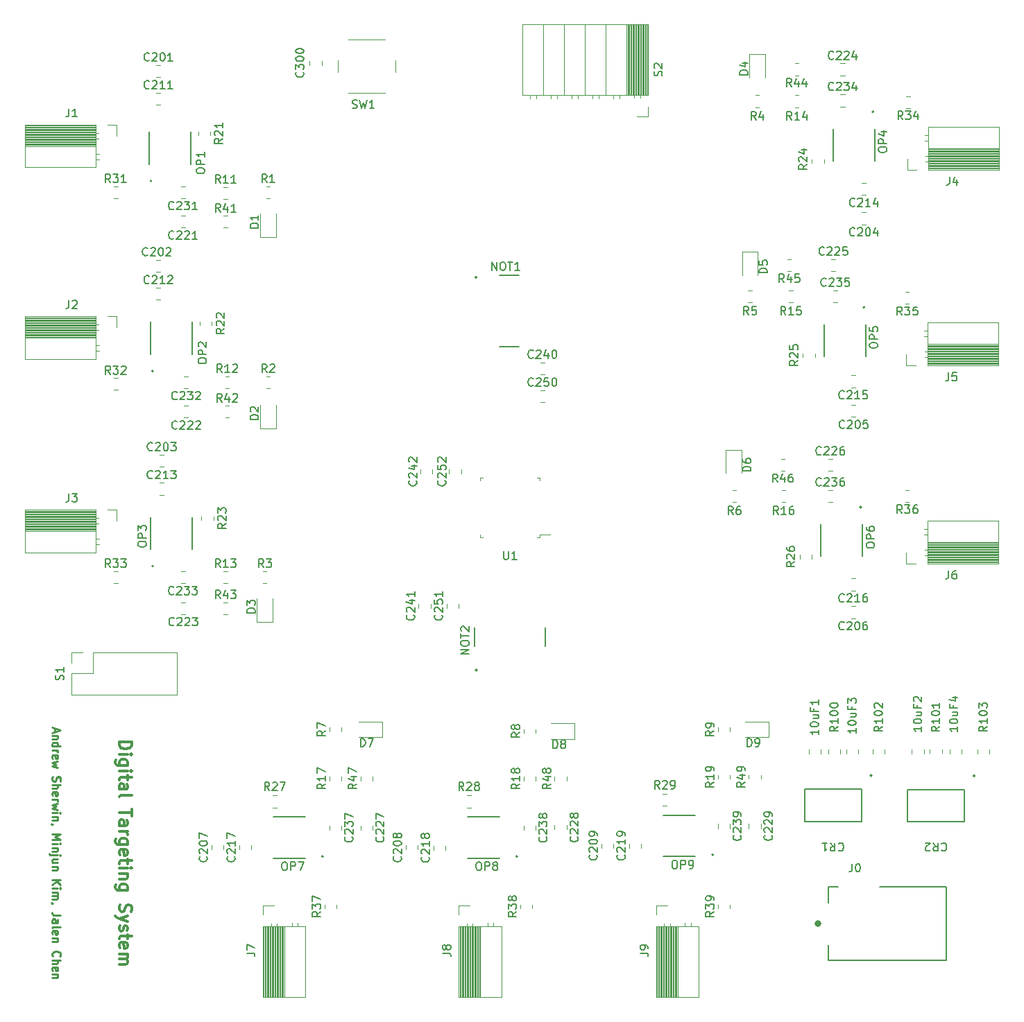
<source format=gbr>
%TF.GenerationSoftware,KiCad,Pcbnew,(6.0.5)*%
%TF.CreationDate,2023-11-04T00:18:56-05:00*%
%TF.ProjectId,ECE395_Digital_Target,45434533-3935-45f4-9469-676974616c5f,rev?*%
%TF.SameCoordinates,Original*%
%TF.FileFunction,Legend,Top*%
%TF.FilePolarity,Positive*%
%FSLAX46Y46*%
G04 Gerber Fmt 4.6, Leading zero omitted, Abs format (unit mm)*
G04 Created by KiCad (PCBNEW (6.0.5)) date 2023-11-04 00:18:56*
%MOMM*%
%LPD*%
G01*
G04 APERTURE LIST*
%ADD10C,0.250000*%
%ADD11C,0.375000*%
%ADD12C,0.150000*%
%ADD13C,0.127000*%
%ADD14C,0.400000*%
%ADD15C,0.120000*%
%ADD16C,0.200000*%
%ADD17C,0.152400*%
G04 APERTURE END LIST*
D10*
X52833333Y-117714285D02*
X52833333Y-118190476D01*
X52547619Y-117619047D02*
X53547619Y-117952380D01*
X52547619Y-118285714D01*
X53214285Y-118619047D02*
X52547619Y-118619047D01*
X53119047Y-118619047D02*
X53166666Y-118666666D01*
X53214285Y-118761904D01*
X53214285Y-118904761D01*
X53166666Y-119000000D01*
X53071428Y-119047619D01*
X52547619Y-119047619D01*
X52547619Y-119952380D02*
X53547619Y-119952380D01*
X52595238Y-119952380D02*
X52547619Y-119857142D01*
X52547619Y-119666666D01*
X52595238Y-119571428D01*
X52642857Y-119523809D01*
X52738095Y-119476190D01*
X53023809Y-119476190D01*
X53119047Y-119523809D01*
X53166666Y-119571428D01*
X53214285Y-119666666D01*
X53214285Y-119857142D01*
X53166666Y-119952380D01*
X52547619Y-120428571D02*
X53214285Y-120428571D01*
X53023809Y-120428571D02*
X53119047Y-120476190D01*
X53166666Y-120523809D01*
X53214285Y-120619047D01*
X53214285Y-120714285D01*
X52595238Y-121428571D02*
X52547619Y-121333333D01*
X52547619Y-121142857D01*
X52595238Y-121047619D01*
X52690476Y-121000000D01*
X53071428Y-121000000D01*
X53166666Y-121047619D01*
X53214285Y-121142857D01*
X53214285Y-121333333D01*
X53166666Y-121428571D01*
X53071428Y-121476190D01*
X52976190Y-121476190D01*
X52880952Y-121000000D01*
X53214285Y-121809523D02*
X52547619Y-122000000D01*
X53023809Y-122190476D01*
X52547619Y-122380952D01*
X53214285Y-122571428D01*
X52595238Y-123666666D02*
X52547619Y-123809523D01*
X52547619Y-124047619D01*
X52595238Y-124142857D01*
X52642857Y-124190476D01*
X52738095Y-124238095D01*
X52833333Y-124238095D01*
X52928571Y-124190476D01*
X52976190Y-124142857D01*
X53023809Y-124047619D01*
X53071428Y-123857142D01*
X53119047Y-123761904D01*
X53166666Y-123714285D01*
X53261904Y-123666666D01*
X53357142Y-123666666D01*
X53452380Y-123714285D01*
X53500000Y-123761904D01*
X53547619Y-123857142D01*
X53547619Y-124095238D01*
X53500000Y-124238095D01*
X52547619Y-124666666D02*
X53547619Y-124666666D01*
X52547619Y-125095238D02*
X53071428Y-125095238D01*
X53166666Y-125047619D01*
X53214285Y-124952380D01*
X53214285Y-124809523D01*
X53166666Y-124714285D01*
X53119047Y-124666666D01*
X52595238Y-125952380D02*
X52547619Y-125857142D01*
X52547619Y-125666666D01*
X52595238Y-125571428D01*
X52690476Y-125523809D01*
X53071428Y-125523809D01*
X53166666Y-125571428D01*
X53214285Y-125666666D01*
X53214285Y-125857142D01*
X53166666Y-125952380D01*
X53071428Y-126000000D01*
X52976190Y-126000000D01*
X52880952Y-125523809D01*
X52547619Y-126428571D02*
X53214285Y-126428571D01*
X53023809Y-126428571D02*
X53119047Y-126476190D01*
X53166666Y-126523809D01*
X53214285Y-126619047D01*
X53214285Y-126714285D01*
X53214285Y-126952380D02*
X52547619Y-127142857D01*
X53023809Y-127333333D01*
X52547619Y-127523809D01*
X53214285Y-127714285D01*
X52547619Y-128095238D02*
X53214285Y-128095238D01*
X53547619Y-128095238D02*
X53500000Y-128047619D01*
X53452380Y-128095238D01*
X53500000Y-128142857D01*
X53547619Y-128095238D01*
X53452380Y-128095238D01*
X53214285Y-128571428D02*
X52547619Y-128571428D01*
X53119047Y-128571428D02*
X53166666Y-128619047D01*
X53214285Y-128714285D01*
X53214285Y-128857142D01*
X53166666Y-128952380D01*
X53071428Y-129000000D01*
X52547619Y-129000000D01*
X52595238Y-129523809D02*
X52547619Y-129523809D01*
X52452380Y-129476190D01*
X52404761Y-129428571D01*
X52547619Y-130714285D02*
X53547619Y-130714285D01*
X52833333Y-131047619D01*
X53547619Y-131380952D01*
X52547619Y-131380952D01*
X52547619Y-131857142D02*
X53214285Y-131857142D01*
X53547619Y-131857142D02*
X53500000Y-131809523D01*
X53452380Y-131857142D01*
X53500000Y-131904761D01*
X53547619Y-131857142D01*
X53452380Y-131857142D01*
X53214285Y-132333333D02*
X52547619Y-132333333D01*
X53119047Y-132333333D02*
X53166666Y-132380952D01*
X53214285Y-132476190D01*
X53214285Y-132619047D01*
X53166666Y-132714285D01*
X53071428Y-132761904D01*
X52547619Y-132761904D01*
X53214285Y-133238095D02*
X52357142Y-133238095D01*
X52261904Y-133190476D01*
X52214285Y-133095238D01*
X52214285Y-133047619D01*
X53547619Y-133238095D02*
X53500000Y-133190476D01*
X53452380Y-133238095D01*
X53500000Y-133285714D01*
X53547619Y-133238095D01*
X53452380Y-133238095D01*
X53214285Y-134142857D02*
X52547619Y-134142857D01*
X53214285Y-133714285D02*
X52690476Y-133714285D01*
X52595238Y-133761904D01*
X52547619Y-133857142D01*
X52547619Y-134000000D01*
X52595238Y-134095238D01*
X52642857Y-134142857D01*
X53214285Y-134619047D02*
X52547619Y-134619047D01*
X53119047Y-134619047D02*
X53166666Y-134666666D01*
X53214285Y-134761904D01*
X53214285Y-134904761D01*
X53166666Y-135000000D01*
X53071428Y-135047619D01*
X52547619Y-135047619D01*
X52547619Y-136285714D02*
X53547619Y-136285714D01*
X52547619Y-136857142D02*
X53119047Y-136428571D01*
X53547619Y-136857142D02*
X52976190Y-136285714D01*
X52547619Y-137285714D02*
X53214285Y-137285714D01*
X53547619Y-137285714D02*
X53500000Y-137238095D01*
X53452380Y-137285714D01*
X53500000Y-137333333D01*
X53547619Y-137285714D01*
X53452380Y-137285714D01*
X52547619Y-137761904D02*
X53214285Y-137761904D01*
X53119047Y-137761904D02*
X53166666Y-137809523D01*
X53214285Y-137904761D01*
X53214285Y-138047619D01*
X53166666Y-138142857D01*
X53071428Y-138190476D01*
X52547619Y-138190476D01*
X53071428Y-138190476D02*
X53166666Y-138238095D01*
X53214285Y-138333333D01*
X53214285Y-138476190D01*
X53166666Y-138571428D01*
X53071428Y-138619047D01*
X52547619Y-138619047D01*
X52595238Y-139142857D02*
X52547619Y-139142857D01*
X52452380Y-139095238D01*
X52404761Y-139047619D01*
X53547619Y-140619047D02*
X52833333Y-140619047D01*
X52690476Y-140571428D01*
X52595238Y-140476190D01*
X52547619Y-140333333D01*
X52547619Y-140238095D01*
X52547619Y-141523809D02*
X53071428Y-141523809D01*
X53166666Y-141476190D01*
X53214285Y-141380952D01*
X53214285Y-141190476D01*
X53166666Y-141095238D01*
X52595238Y-141523809D02*
X52547619Y-141428571D01*
X52547619Y-141190476D01*
X52595238Y-141095238D01*
X52690476Y-141047619D01*
X52785714Y-141047619D01*
X52880952Y-141095238D01*
X52928571Y-141190476D01*
X52928571Y-141428571D01*
X52976190Y-141523809D01*
X52547619Y-142142857D02*
X52595238Y-142047619D01*
X52690476Y-142000000D01*
X53547619Y-142000000D01*
X52595238Y-142904761D02*
X52547619Y-142809523D01*
X52547619Y-142619047D01*
X52595238Y-142523809D01*
X52690476Y-142476190D01*
X53071428Y-142476190D01*
X53166666Y-142523809D01*
X53214285Y-142619047D01*
X53214285Y-142809523D01*
X53166666Y-142904761D01*
X53071428Y-142952380D01*
X52976190Y-142952380D01*
X52880952Y-142476190D01*
X53214285Y-143380952D02*
X52547619Y-143380952D01*
X53119047Y-143380952D02*
X53166666Y-143428571D01*
X53214285Y-143523809D01*
X53214285Y-143666666D01*
X53166666Y-143761904D01*
X53071428Y-143809523D01*
X52547619Y-143809523D01*
X52642857Y-145619047D02*
X52595238Y-145571428D01*
X52547619Y-145428571D01*
X52547619Y-145333333D01*
X52595238Y-145190476D01*
X52690476Y-145095238D01*
X52785714Y-145047619D01*
X52976190Y-145000000D01*
X53119047Y-145000000D01*
X53309523Y-145047619D01*
X53404761Y-145095238D01*
X53500000Y-145190476D01*
X53547619Y-145333333D01*
X53547619Y-145428571D01*
X53500000Y-145571428D01*
X53452380Y-145619047D01*
X52547619Y-146047619D02*
X53547619Y-146047619D01*
X52547619Y-146476190D02*
X53071428Y-146476190D01*
X53166666Y-146428571D01*
X53214285Y-146333333D01*
X53214285Y-146190476D01*
X53166666Y-146095238D01*
X53119047Y-146047619D01*
X52595238Y-147333333D02*
X52547619Y-147238095D01*
X52547619Y-147047619D01*
X52595238Y-146952380D01*
X52690476Y-146904761D01*
X53071428Y-146904761D01*
X53166666Y-146952380D01*
X53214285Y-147047619D01*
X53214285Y-147238095D01*
X53166666Y-147333333D01*
X53071428Y-147380952D01*
X52976190Y-147380952D01*
X52880952Y-146904761D01*
X53214285Y-147809523D02*
X52547619Y-147809523D01*
X53119047Y-147809523D02*
X53166666Y-147857142D01*
X53214285Y-147952380D01*
X53214285Y-148095238D01*
X53166666Y-148190476D01*
X53071428Y-148238095D01*
X52547619Y-148238095D01*
D11*
X60721428Y-119428571D02*
X62221428Y-119428571D01*
X62221428Y-119785714D01*
X62150000Y-120000000D01*
X62007142Y-120142857D01*
X61864285Y-120214285D01*
X61578571Y-120285714D01*
X61364285Y-120285714D01*
X61078571Y-120214285D01*
X60935714Y-120142857D01*
X60792857Y-120000000D01*
X60721428Y-119785714D01*
X60721428Y-119428571D01*
X60721428Y-120928571D02*
X61721428Y-120928571D01*
X62221428Y-120928571D02*
X62150000Y-120857142D01*
X62078571Y-120928571D01*
X62150000Y-121000000D01*
X62221428Y-120928571D01*
X62078571Y-120928571D01*
X61721428Y-122285714D02*
X60507142Y-122285714D01*
X60364285Y-122214285D01*
X60292857Y-122142857D01*
X60221428Y-122000000D01*
X60221428Y-121785714D01*
X60292857Y-121642857D01*
X60792857Y-122285714D02*
X60721428Y-122142857D01*
X60721428Y-121857142D01*
X60792857Y-121714285D01*
X60864285Y-121642857D01*
X61007142Y-121571428D01*
X61435714Y-121571428D01*
X61578571Y-121642857D01*
X61650000Y-121714285D01*
X61721428Y-121857142D01*
X61721428Y-122142857D01*
X61650000Y-122285714D01*
X60721428Y-123000000D02*
X61721428Y-123000000D01*
X62221428Y-123000000D02*
X62150000Y-122928571D01*
X62078571Y-123000000D01*
X62150000Y-123071428D01*
X62221428Y-123000000D01*
X62078571Y-123000000D01*
X61721428Y-123500000D02*
X61721428Y-124071428D01*
X62221428Y-123714285D02*
X60935714Y-123714285D01*
X60792857Y-123785714D01*
X60721428Y-123928571D01*
X60721428Y-124071428D01*
X60721428Y-125214285D02*
X61507142Y-125214285D01*
X61650000Y-125142857D01*
X61721428Y-125000000D01*
X61721428Y-124714285D01*
X61650000Y-124571428D01*
X60792857Y-125214285D02*
X60721428Y-125071428D01*
X60721428Y-124714285D01*
X60792857Y-124571428D01*
X60935714Y-124500000D01*
X61078571Y-124500000D01*
X61221428Y-124571428D01*
X61292857Y-124714285D01*
X61292857Y-125071428D01*
X61364285Y-125214285D01*
X60721428Y-126142857D02*
X60792857Y-126000000D01*
X60935714Y-125928571D01*
X62221428Y-125928571D01*
X62221428Y-127642857D02*
X62221428Y-128500000D01*
X60721428Y-128071428D02*
X62221428Y-128071428D01*
X60721428Y-129642857D02*
X61507142Y-129642857D01*
X61650000Y-129571428D01*
X61721428Y-129428571D01*
X61721428Y-129142857D01*
X61650000Y-129000000D01*
X60792857Y-129642857D02*
X60721428Y-129500000D01*
X60721428Y-129142857D01*
X60792857Y-129000000D01*
X60935714Y-128928571D01*
X61078571Y-128928571D01*
X61221428Y-129000000D01*
X61292857Y-129142857D01*
X61292857Y-129500000D01*
X61364285Y-129642857D01*
X60721428Y-130357142D02*
X61721428Y-130357142D01*
X61435714Y-130357142D02*
X61578571Y-130428571D01*
X61650000Y-130500000D01*
X61721428Y-130642857D01*
X61721428Y-130785714D01*
X61721428Y-131928571D02*
X60507142Y-131928571D01*
X60364285Y-131857142D01*
X60292857Y-131785714D01*
X60221428Y-131642857D01*
X60221428Y-131428571D01*
X60292857Y-131285714D01*
X60792857Y-131928571D02*
X60721428Y-131785714D01*
X60721428Y-131499999D01*
X60792857Y-131357142D01*
X60864285Y-131285714D01*
X61007142Y-131214285D01*
X61435714Y-131214285D01*
X61578571Y-131285714D01*
X61650000Y-131357142D01*
X61721428Y-131500000D01*
X61721428Y-131785714D01*
X61650000Y-131928571D01*
X60792857Y-133214285D02*
X60721428Y-133071428D01*
X60721428Y-132785714D01*
X60792857Y-132642857D01*
X60935714Y-132571428D01*
X61507142Y-132571428D01*
X61650000Y-132642857D01*
X61721428Y-132785714D01*
X61721428Y-133071428D01*
X61650000Y-133214285D01*
X61507142Y-133285714D01*
X61364285Y-133285714D01*
X61221428Y-132571428D01*
X61721428Y-133714285D02*
X61721428Y-134285714D01*
X62221428Y-133928571D02*
X60935714Y-133928571D01*
X60792857Y-133999999D01*
X60721428Y-134142857D01*
X60721428Y-134285714D01*
X60721428Y-134785714D02*
X61721428Y-134785714D01*
X62221428Y-134785714D02*
X62150000Y-134714285D01*
X62078571Y-134785714D01*
X62150000Y-134857142D01*
X62221428Y-134785714D01*
X62078571Y-134785714D01*
X61721428Y-135500000D02*
X60721428Y-135500000D01*
X61578571Y-135500000D02*
X61650000Y-135571428D01*
X61721428Y-135714285D01*
X61721428Y-135928571D01*
X61650000Y-136071428D01*
X61507142Y-136142857D01*
X60721428Y-136142857D01*
X61721428Y-137500000D02*
X60507142Y-137500000D01*
X60364285Y-137428571D01*
X60292857Y-137357142D01*
X60221428Y-137214285D01*
X60221428Y-137000000D01*
X60292857Y-136857142D01*
X60792857Y-137500000D02*
X60721428Y-137357142D01*
X60721428Y-137071428D01*
X60792857Y-136928571D01*
X60864285Y-136857142D01*
X61007142Y-136785714D01*
X61435714Y-136785714D01*
X61578571Y-136857142D01*
X61650000Y-136928571D01*
X61721428Y-137071428D01*
X61721428Y-137357142D01*
X61650000Y-137500000D01*
X60792857Y-139285714D02*
X60721428Y-139500000D01*
X60721428Y-139857142D01*
X60792857Y-140000000D01*
X60864285Y-140071428D01*
X61007142Y-140142857D01*
X61150000Y-140142857D01*
X61292857Y-140071428D01*
X61364285Y-140000000D01*
X61435714Y-139857142D01*
X61507142Y-139571428D01*
X61578571Y-139428571D01*
X61650000Y-139357142D01*
X61792857Y-139285714D01*
X61935714Y-139285714D01*
X62078571Y-139357142D01*
X62150000Y-139428571D01*
X62221428Y-139571428D01*
X62221428Y-139928571D01*
X62150000Y-140142857D01*
X61721428Y-140642857D02*
X60721428Y-141000000D01*
X61721428Y-141357142D02*
X60721428Y-141000000D01*
X60364285Y-140857142D01*
X60292857Y-140785714D01*
X60221428Y-140642857D01*
X60792857Y-141857142D02*
X60721428Y-142000000D01*
X60721428Y-142285714D01*
X60792857Y-142428571D01*
X60935714Y-142500000D01*
X61007142Y-142500000D01*
X61150000Y-142428571D01*
X61221428Y-142285714D01*
X61221428Y-142071428D01*
X61292857Y-141928571D01*
X61435714Y-141857142D01*
X61507142Y-141857142D01*
X61650000Y-141928571D01*
X61721428Y-142071428D01*
X61721428Y-142285714D01*
X61650000Y-142428571D01*
X61721428Y-142928571D02*
X61721428Y-143500000D01*
X62221428Y-143142857D02*
X60935714Y-143142857D01*
X60792857Y-143214285D01*
X60721428Y-143357142D01*
X60721428Y-143500000D01*
X60792857Y-144571428D02*
X60721428Y-144428571D01*
X60721428Y-144142857D01*
X60792857Y-144000000D01*
X60935714Y-143928571D01*
X61507142Y-143928571D01*
X61650000Y-144000000D01*
X61721428Y-144142857D01*
X61721428Y-144428571D01*
X61650000Y-144571428D01*
X61507142Y-144642857D01*
X61364285Y-144642857D01*
X61221428Y-143928571D01*
X60721428Y-145285714D02*
X61721428Y-145285714D01*
X61578571Y-145285714D02*
X61650000Y-145357142D01*
X61721428Y-145500000D01*
X61721428Y-145714285D01*
X61650000Y-145857142D01*
X61507142Y-145928571D01*
X60721428Y-145928571D01*
X61507142Y-145928571D02*
X61650000Y-146000000D01*
X61721428Y-146142857D01*
X61721428Y-146357142D01*
X61650000Y-146500000D01*
X61507142Y-146571428D01*
X60721428Y-146571428D01*
D12*
%TO.C,J0*%
X150151350Y-134286827D02*
X150151350Y-135001169D01*
X150103727Y-135144038D01*
X150008481Y-135239283D01*
X149865613Y-135286906D01*
X149770367Y-135286906D01*
X150818069Y-134286827D02*
X150913315Y-134286827D01*
X151008560Y-134334450D01*
X151056183Y-134382073D01*
X151103806Y-134477318D01*
X151151429Y-134667810D01*
X151151429Y-134905924D01*
X151103806Y-135096415D01*
X151056183Y-135191661D01*
X151008560Y-135239283D01*
X150913315Y-135286906D01*
X150818069Y-135286906D01*
X150722824Y-135239283D01*
X150675201Y-135191661D01*
X150627578Y-135096415D01*
X150579955Y-134905924D01*
X150579955Y-134667810D01*
X150627578Y-134477318D01*
X150675201Y-134382073D01*
X150722824Y-134334450D01*
X150818069Y-134286827D01*
%TO.C,C206*%
X149180952Y-105637142D02*
X149133333Y-105684761D01*
X148990476Y-105732380D01*
X148895238Y-105732380D01*
X148752380Y-105684761D01*
X148657142Y-105589523D01*
X148609523Y-105494285D01*
X148561904Y-105303809D01*
X148561904Y-105160952D01*
X148609523Y-104970476D01*
X148657142Y-104875238D01*
X148752380Y-104780000D01*
X148895238Y-104732380D01*
X148990476Y-104732380D01*
X149133333Y-104780000D01*
X149180952Y-104827619D01*
X149561904Y-104827619D02*
X149609523Y-104780000D01*
X149704761Y-104732380D01*
X149942857Y-104732380D01*
X150038095Y-104780000D01*
X150085714Y-104827619D01*
X150133333Y-104922857D01*
X150133333Y-105018095D01*
X150085714Y-105160952D01*
X149514285Y-105732380D01*
X150133333Y-105732380D01*
X150752380Y-104732380D02*
X150847619Y-104732380D01*
X150942857Y-104780000D01*
X150990476Y-104827619D01*
X151038095Y-104922857D01*
X151085714Y-105113333D01*
X151085714Y-105351428D01*
X151038095Y-105541904D01*
X150990476Y-105637142D01*
X150942857Y-105684761D01*
X150847619Y-105732380D01*
X150752380Y-105732380D01*
X150657142Y-105684761D01*
X150609523Y-105637142D01*
X150561904Y-105541904D01*
X150514285Y-105351428D01*
X150514285Y-105113333D01*
X150561904Y-104922857D01*
X150609523Y-104827619D01*
X150657142Y-104780000D01*
X150752380Y-104732380D01*
X151942857Y-104732380D02*
X151752380Y-104732380D01*
X151657142Y-104780000D01*
X151609523Y-104827619D01*
X151514285Y-104970476D01*
X151466666Y-105160952D01*
X151466666Y-105541904D01*
X151514285Y-105637142D01*
X151561904Y-105684761D01*
X151657142Y-105732380D01*
X151847619Y-105732380D01*
X151942857Y-105684761D01*
X151990476Y-105637142D01*
X152038095Y-105541904D01*
X152038095Y-105303809D01*
X151990476Y-105208571D01*
X151942857Y-105160952D01*
X151847619Y-105113333D01*
X151657142Y-105113333D01*
X151561904Y-105160952D01*
X151514285Y-105208571D01*
X151466666Y-105303809D01*
%TO.C,10uF4*%
X163052380Y-117547619D02*
X163052380Y-118119047D01*
X163052380Y-117833333D02*
X162052380Y-117833333D01*
X162195238Y-117928571D01*
X162290476Y-118023809D01*
X162338095Y-118119047D01*
X162052380Y-116928571D02*
X162052380Y-116833333D01*
X162100000Y-116738095D01*
X162147619Y-116690476D01*
X162242857Y-116642857D01*
X162433333Y-116595238D01*
X162671428Y-116595238D01*
X162861904Y-116642857D01*
X162957142Y-116690476D01*
X163004761Y-116738095D01*
X163052380Y-116833333D01*
X163052380Y-116928571D01*
X163004761Y-117023809D01*
X162957142Y-117071428D01*
X162861904Y-117119047D01*
X162671428Y-117166666D01*
X162433333Y-117166666D01*
X162242857Y-117119047D01*
X162147619Y-117071428D01*
X162100000Y-117023809D01*
X162052380Y-116928571D01*
X162385714Y-115738095D02*
X163052380Y-115738095D01*
X162385714Y-116166666D02*
X162909523Y-116166666D01*
X163004761Y-116119047D01*
X163052380Y-116023809D01*
X163052380Y-115880952D01*
X163004761Y-115785714D01*
X162957142Y-115738095D01*
X162528571Y-114928571D02*
X162528571Y-115261904D01*
X163052380Y-115261904D02*
X162052380Y-115261904D01*
X162052380Y-114785714D01*
X162385714Y-113976190D02*
X163052380Y-113976190D01*
X162004761Y-114214285D02*
X162719047Y-114452380D01*
X162719047Y-113833333D01*
%TO.C,S2*%
X126937261Y-38081904D02*
X126984880Y-37939047D01*
X126984880Y-37700952D01*
X126937261Y-37605714D01*
X126889642Y-37558095D01*
X126794404Y-37510476D01*
X126699166Y-37510476D01*
X126603928Y-37558095D01*
X126556309Y-37605714D01*
X126508690Y-37700952D01*
X126461071Y-37891428D01*
X126413452Y-37986666D01*
X126365833Y-38034285D01*
X126270595Y-38081904D01*
X126175357Y-38081904D01*
X126080119Y-38034285D01*
X126032500Y-37986666D01*
X125984880Y-37891428D01*
X125984880Y-37653333D01*
X126032500Y-37510476D01*
X126080119Y-37129523D02*
X126032500Y-37081904D01*
X125984880Y-36986666D01*
X125984880Y-36748571D01*
X126032500Y-36653333D01*
X126080119Y-36605714D01*
X126175357Y-36558095D01*
X126270595Y-36558095D01*
X126413452Y-36605714D01*
X126984880Y-37177142D01*
X126984880Y-36558095D01*
%TO.C,D6*%
X137802380Y-86338095D02*
X136802380Y-86338095D01*
X136802380Y-86100000D01*
X136850000Y-85957142D01*
X136945238Y-85861904D01*
X137040476Y-85814285D01*
X137230952Y-85766666D01*
X137373809Y-85766666D01*
X137564285Y-85814285D01*
X137659523Y-85861904D01*
X137754761Y-85957142D01*
X137802380Y-86100000D01*
X137802380Y-86338095D01*
X136802380Y-84909523D02*
X136802380Y-85100000D01*
X136850000Y-85195238D01*
X136897619Y-85242857D01*
X137040476Y-85338095D01*
X137230952Y-85385714D01*
X137611904Y-85385714D01*
X137707142Y-85338095D01*
X137754761Y-85290476D01*
X137802380Y-85195238D01*
X137802380Y-85004761D01*
X137754761Y-84909523D01*
X137707142Y-84861904D01*
X137611904Y-84814285D01*
X137373809Y-84814285D01*
X137278571Y-84861904D01*
X137230952Y-84909523D01*
X137183333Y-85004761D01*
X137183333Y-85195238D01*
X137230952Y-85290476D01*
X137278571Y-85338095D01*
X137373809Y-85385714D01*
%TO.C,C234*%
X147880952Y-39777142D02*
X147833333Y-39824761D01*
X147690476Y-39872380D01*
X147595238Y-39872380D01*
X147452380Y-39824761D01*
X147357142Y-39729523D01*
X147309523Y-39634285D01*
X147261904Y-39443809D01*
X147261904Y-39300952D01*
X147309523Y-39110476D01*
X147357142Y-39015238D01*
X147452380Y-38920000D01*
X147595238Y-38872380D01*
X147690476Y-38872380D01*
X147833333Y-38920000D01*
X147880952Y-38967619D01*
X148261904Y-38967619D02*
X148309523Y-38920000D01*
X148404761Y-38872380D01*
X148642857Y-38872380D01*
X148738095Y-38920000D01*
X148785714Y-38967619D01*
X148833333Y-39062857D01*
X148833333Y-39158095D01*
X148785714Y-39300952D01*
X148214285Y-39872380D01*
X148833333Y-39872380D01*
X149166666Y-38872380D02*
X149785714Y-38872380D01*
X149452380Y-39253333D01*
X149595238Y-39253333D01*
X149690476Y-39300952D01*
X149738095Y-39348571D01*
X149785714Y-39443809D01*
X149785714Y-39681904D01*
X149738095Y-39777142D01*
X149690476Y-39824761D01*
X149595238Y-39872380D01*
X149309523Y-39872380D01*
X149214285Y-39824761D01*
X149166666Y-39777142D01*
X150642857Y-39205714D02*
X150642857Y-39872380D01*
X150404761Y-38824761D02*
X150166666Y-39539047D01*
X150785714Y-39539047D01*
%TO.C,C232*%
X67780952Y-77537142D02*
X67733333Y-77584761D01*
X67590476Y-77632380D01*
X67495238Y-77632380D01*
X67352380Y-77584761D01*
X67257142Y-77489523D01*
X67209523Y-77394285D01*
X67161904Y-77203809D01*
X67161904Y-77060952D01*
X67209523Y-76870476D01*
X67257142Y-76775238D01*
X67352380Y-76680000D01*
X67495238Y-76632380D01*
X67590476Y-76632380D01*
X67733333Y-76680000D01*
X67780952Y-76727619D01*
X68161904Y-76727619D02*
X68209523Y-76680000D01*
X68304761Y-76632380D01*
X68542857Y-76632380D01*
X68638095Y-76680000D01*
X68685714Y-76727619D01*
X68733333Y-76822857D01*
X68733333Y-76918095D01*
X68685714Y-77060952D01*
X68114285Y-77632380D01*
X68733333Y-77632380D01*
X69066666Y-76632380D02*
X69685714Y-76632380D01*
X69352380Y-77013333D01*
X69495238Y-77013333D01*
X69590476Y-77060952D01*
X69638095Y-77108571D01*
X69685714Y-77203809D01*
X69685714Y-77441904D01*
X69638095Y-77537142D01*
X69590476Y-77584761D01*
X69495238Y-77632380D01*
X69209523Y-77632380D01*
X69114285Y-77584761D01*
X69066666Y-77537142D01*
X70066666Y-76727619D02*
X70114285Y-76680000D01*
X70209523Y-76632380D01*
X70447619Y-76632380D01*
X70542857Y-76680000D01*
X70590476Y-76727619D01*
X70638095Y-76822857D01*
X70638095Y-76918095D01*
X70590476Y-77060952D01*
X70019047Y-77632380D01*
X70638095Y-77632380D01*
%TO.C,OP9*%
X128413571Y-133889380D02*
X128604047Y-133889380D01*
X128699285Y-133937000D01*
X128794523Y-134032238D01*
X128842142Y-134222714D01*
X128842142Y-134556047D01*
X128794523Y-134746523D01*
X128699285Y-134841761D01*
X128604047Y-134889380D01*
X128413571Y-134889380D01*
X128318333Y-134841761D01*
X128223095Y-134746523D01*
X128175476Y-134556047D01*
X128175476Y-134222714D01*
X128223095Y-134032238D01*
X128318333Y-133937000D01*
X128413571Y-133889380D01*
X129270714Y-134889380D02*
X129270714Y-133889380D01*
X129651666Y-133889380D01*
X129746904Y-133937000D01*
X129794523Y-133984619D01*
X129842142Y-134079857D01*
X129842142Y-134222714D01*
X129794523Y-134317952D01*
X129746904Y-134365571D01*
X129651666Y-134413190D01*
X129270714Y-134413190D01*
X130318333Y-134889380D02*
X130508809Y-134889380D01*
X130604047Y-134841761D01*
X130651666Y-134794142D01*
X130746904Y-134651285D01*
X130794523Y-134460809D01*
X130794523Y-134079857D01*
X130746904Y-133984619D01*
X130699285Y-133937000D01*
X130604047Y-133889380D01*
X130413571Y-133889380D01*
X130318333Y-133937000D01*
X130270714Y-133984619D01*
X130223095Y-134079857D01*
X130223095Y-134317952D01*
X130270714Y-134413190D01*
X130318333Y-134460809D01*
X130413571Y-134508428D01*
X130604047Y-134508428D01*
X130699285Y-134460809D01*
X130746904Y-134413190D01*
X130794523Y-134317952D01*
%TO.C,OP4*%
X153389380Y-47186428D02*
X153389380Y-46995952D01*
X153437000Y-46900714D01*
X153532238Y-46805476D01*
X153722714Y-46757857D01*
X154056047Y-46757857D01*
X154246523Y-46805476D01*
X154341761Y-46900714D01*
X154389380Y-46995952D01*
X154389380Y-47186428D01*
X154341761Y-47281666D01*
X154246523Y-47376904D01*
X154056047Y-47424523D01*
X153722714Y-47424523D01*
X153532238Y-47376904D01*
X153437000Y-47281666D01*
X153389380Y-47186428D01*
X154389380Y-46329285D02*
X153389380Y-46329285D01*
X153389380Y-45948333D01*
X153437000Y-45853095D01*
X153484619Y-45805476D01*
X153579857Y-45757857D01*
X153722714Y-45757857D01*
X153817952Y-45805476D01*
X153865571Y-45853095D01*
X153913190Y-45948333D01*
X153913190Y-46329285D01*
X153722714Y-44900714D02*
X154389380Y-44900714D01*
X153341761Y-45138809D02*
X154056047Y-45376904D01*
X154056047Y-44757857D01*
%TO.C,OP6*%
X151889380Y-95486428D02*
X151889380Y-95295952D01*
X151937000Y-95200714D01*
X152032238Y-95105476D01*
X152222714Y-95057857D01*
X152556047Y-95057857D01*
X152746523Y-95105476D01*
X152841761Y-95200714D01*
X152889380Y-95295952D01*
X152889380Y-95486428D01*
X152841761Y-95581666D01*
X152746523Y-95676904D01*
X152556047Y-95724523D01*
X152222714Y-95724523D01*
X152032238Y-95676904D01*
X151937000Y-95581666D01*
X151889380Y-95486428D01*
X152889380Y-94629285D02*
X151889380Y-94629285D01*
X151889380Y-94248333D01*
X151937000Y-94153095D01*
X151984619Y-94105476D01*
X152079857Y-94057857D01*
X152222714Y-94057857D01*
X152317952Y-94105476D01*
X152365571Y-94153095D01*
X152413190Y-94248333D01*
X152413190Y-94629285D01*
X151889380Y-93200714D02*
X151889380Y-93391190D01*
X151937000Y-93486428D01*
X151984619Y-93534047D01*
X152127476Y-93629285D01*
X152317952Y-93676904D01*
X152698904Y-93676904D01*
X152794142Y-93629285D01*
X152841761Y-93581666D01*
X152889380Y-93486428D01*
X152889380Y-93295952D01*
X152841761Y-93200714D01*
X152794142Y-93153095D01*
X152698904Y-93105476D01*
X152460809Y-93105476D01*
X152365571Y-93153095D01*
X152317952Y-93200714D01*
X152270333Y-93295952D01*
X152270333Y-93486428D01*
X152317952Y-93581666D01*
X152365571Y-93629285D01*
X152460809Y-93676904D01*
%TO.C,C212*%
X64380952Y-63377142D02*
X64333333Y-63424761D01*
X64190476Y-63472380D01*
X64095238Y-63472380D01*
X63952380Y-63424761D01*
X63857142Y-63329523D01*
X63809523Y-63234285D01*
X63761904Y-63043809D01*
X63761904Y-62900952D01*
X63809523Y-62710476D01*
X63857142Y-62615238D01*
X63952380Y-62520000D01*
X64095238Y-62472380D01*
X64190476Y-62472380D01*
X64333333Y-62520000D01*
X64380952Y-62567619D01*
X64761904Y-62567619D02*
X64809523Y-62520000D01*
X64904761Y-62472380D01*
X65142857Y-62472380D01*
X65238095Y-62520000D01*
X65285714Y-62567619D01*
X65333333Y-62662857D01*
X65333333Y-62758095D01*
X65285714Y-62900952D01*
X64714285Y-63472380D01*
X65333333Y-63472380D01*
X66285714Y-63472380D02*
X65714285Y-63472380D01*
X66000000Y-63472380D02*
X66000000Y-62472380D01*
X65904761Y-62615238D01*
X65809523Y-62710476D01*
X65714285Y-62758095D01*
X66666666Y-62567619D02*
X66714285Y-62520000D01*
X66809523Y-62472380D01*
X67047619Y-62472380D01*
X67142857Y-62520000D01*
X67190476Y-62567619D01*
X67238095Y-62662857D01*
X67238095Y-62758095D01*
X67190476Y-62900952D01*
X66619047Y-63472380D01*
X67238095Y-63472380D01*
%TO.C,10uF1*%
X146052380Y-117947619D02*
X146052380Y-118519047D01*
X146052380Y-118233333D02*
X145052380Y-118233333D01*
X145195238Y-118328571D01*
X145290476Y-118423809D01*
X145338095Y-118519047D01*
X145052380Y-117328571D02*
X145052380Y-117233333D01*
X145100000Y-117138095D01*
X145147619Y-117090476D01*
X145242857Y-117042857D01*
X145433333Y-116995238D01*
X145671428Y-116995238D01*
X145861904Y-117042857D01*
X145957142Y-117090476D01*
X146004761Y-117138095D01*
X146052380Y-117233333D01*
X146052380Y-117328571D01*
X146004761Y-117423809D01*
X145957142Y-117471428D01*
X145861904Y-117519047D01*
X145671428Y-117566666D01*
X145433333Y-117566666D01*
X145242857Y-117519047D01*
X145147619Y-117471428D01*
X145100000Y-117423809D01*
X145052380Y-117328571D01*
X145385714Y-116138095D02*
X146052380Y-116138095D01*
X145385714Y-116566666D02*
X145909523Y-116566666D01*
X146004761Y-116519047D01*
X146052380Y-116423809D01*
X146052380Y-116280952D01*
X146004761Y-116185714D01*
X145957142Y-116138095D01*
X145528571Y-115328571D02*
X145528571Y-115661904D01*
X146052380Y-115661904D02*
X145052380Y-115661904D01*
X145052380Y-115185714D01*
X146052380Y-114280952D02*
X146052380Y-114852380D01*
X146052380Y-114566666D02*
X145052380Y-114566666D01*
X145195238Y-114661904D01*
X145290476Y-114757142D01*
X145338095Y-114852380D01*
%TO.C,C235*%
X146980952Y-63677142D02*
X146933333Y-63724761D01*
X146790476Y-63772380D01*
X146695238Y-63772380D01*
X146552380Y-63724761D01*
X146457142Y-63629523D01*
X146409523Y-63534285D01*
X146361904Y-63343809D01*
X146361904Y-63200952D01*
X146409523Y-63010476D01*
X146457142Y-62915238D01*
X146552380Y-62820000D01*
X146695238Y-62772380D01*
X146790476Y-62772380D01*
X146933333Y-62820000D01*
X146980952Y-62867619D01*
X147361904Y-62867619D02*
X147409523Y-62820000D01*
X147504761Y-62772380D01*
X147742857Y-62772380D01*
X147838095Y-62820000D01*
X147885714Y-62867619D01*
X147933333Y-62962857D01*
X147933333Y-63058095D01*
X147885714Y-63200952D01*
X147314285Y-63772380D01*
X147933333Y-63772380D01*
X148266666Y-62772380D02*
X148885714Y-62772380D01*
X148552380Y-63153333D01*
X148695238Y-63153333D01*
X148790476Y-63200952D01*
X148838095Y-63248571D01*
X148885714Y-63343809D01*
X148885714Y-63581904D01*
X148838095Y-63677142D01*
X148790476Y-63724761D01*
X148695238Y-63772380D01*
X148409523Y-63772380D01*
X148314285Y-63724761D01*
X148266666Y-63677142D01*
X149790476Y-62772380D02*
X149314285Y-62772380D01*
X149266666Y-63248571D01*
X149314285Y-63200952D01*
X149409523Y-63153333D01*
X149647619Y-63153333D01*
X149742857Y-63200952D01*
X149790476Y-63248571D01*
X149838095Y-63343809D01*
X149838095Y-63581904D01*
X149790476Y-63677142D01*
X149742857Y-63724761D01*
X149647619Y-63772380D01*
X149409523Y-63772380D01*
X149314285Y-63724761D01*
X149266666Y-63677142D01*
%TO.C,R4*%
X138433333Y-43452380D02*
X138100000Y-42976190D01*
X137861904Y-43452380D02*
X137861904Y-42452380D01*
X138242857Y-42452380D01*
X138338095Y-42500000D01*
X138385714Y-42547619D01*
X138433333Y-42642857D01*
X138433333Y-42785714D01*
X138385714Y-42880952D01*
X138338095Y-42928571D01*
X138242857Y-42976190D01*
X137861904Y-42976190D01*
X139290476Y-42785714D02*
X139290476Y-43452380D01*
X139052380Y-42404761D02*
X138814285Y-43119047D01*
X139433333Y-43119047D01*
%TO.C,C218*%
X98477142Y-133456547D02*
X98524761Y-133504166D01*
X98572380Y-133647023D01*
X98572380Y-133742261D01*
X98524761Y-133885119D01*
X98429523Y-133980357D01*
X98334285Y-134027976D01*
X98143809Y-134075595D01*
X98000952Y-134075595D01*
X97810476Y-134027976D01*
X97715238Y-133980357D01*
X97620000Y-133885119D01*
X97572380Y-133742261D01*
X97572380Y-133647023D01*
X97620000Y-133504166D01*
X97667619Y-133456547D01*
X97667619Y-133075595D02*
X97620000Y-133027976D01*
X97572380Y-132932738D01*
X97572380Y-132694642D01*
X97620000Y-132599404D01*
X97667619Y-132551785D01*
X97762857Y-132504166D01*
X97858095Y-132504166D01*
X98000952Y-132551785D01*
X98572380Y-133123214D01*
X98572380Y-132504166D01*
X98572380Y-131551785D02*
X98572380Y-132123214D01*
X98572380Y-131837500D02*
X97572380Y-131837500D01*
X97715238Y-131932738D01*
X97810476Y-132027976D01*
X97858095Y-132123214D01*
X98000952Y-130980357D02*
X97953333Y-131075595D01*
X97905714Y-131123214D01*
X97810476Y-131170833D01*
X97762857Y-131170833D01*
X97667619Y-131123214D01*
X97620000Y-131075595D01*
X97572380Y-130980357D01*
X97572380Y-130789880D01*
X97620000Y-130694642D01*
X97667619Y-130647023D01*
X97762857Y-130599404D01*
X97810476Y-130599404D01*
X97905714Y-130647023D01*
X97953333Y-130694642D01*
X98000952Y-130789880D01*
X98000952Y-130980357D01*
X98048571Y-131075595D01*
X98096190Y-131123214D01*
X98191428Y-131170833D01*
X98381904Y-131170833D01*
X98477142Y-131123214D01*
X98524761Y-131075595D01*
X98572380Y-130980357D01*
X98572380Y-130789880D01*
X98524761Y-130694642D01*
X98477142Y-130647023D01*
X98381904Y-130599404D01*
X98191428Y-130599404D01*
X98096190Y-130647023D01*
X98048571Y-130694642D01*
X98000952Y-130789880D01*
%TO.C,NOT1*%
X106208333Y-61817380D02*
X106208333Y-60817380D01*
X106779761Y-61817380D01*
X106779761Y-60817380D01*
X107446428Y-60817380D02*
X107636904Y-60817380D01*
X107732142Y-60865000D01*
X107827380Y-60960238D01*
X107875000Y-61150714D01*
X107875000Y-61484047D01*
X107827380Y-61674523D01*
X107732142Y-61769761D01*
X107636904Y-61817380D01*
X107446428Y-61817380D01*
X107351190Y-61769761D01*
X107255952Y-61674523D01*
X107208333Y-61484047D01*
X107208333Y-61150714D01*
X107255952Y-60960238D01*
X107351190Y-60865000D01*
X107446428Y-60817380D01*
X108160714Y-60817380D02*
X108732142Y-60817380D01*
X108446428Y-61817380D02*
X108446428Y-60817380D01*
X109589285Y-61817380D02*
X109017857Y-61817380D01*
X109303571Y-61817380D02*
X109303571Y-60817380D01*
X109208333Y-60960238D01*
X109113095Y-61055476D01*
X109017857Y-61103095D01*
%TO.C,C205*%
X149218452Y-81037142D02*
X149170833Y-81084761D01*
X149027976Y-81132380D01*
X148932738Y-81132380D01*
X148789880Y-81084761D01*
X148694642Y-80989523D01*
X148647023Y-80894285D01*
X148599404Y-80703809D01*
X148599404Y-80560952D01*
X148647023Y-80370476D01*
X148694642Y-80275238D01*
X148789880Y-80180000D01*
X148932738Y-80132380D01*
X149027976Y-80132380D01*
X149170833Y-80180000D01*
X149218452Y-80227619D01*
X149599404Y-80227619D02*
X149647023Y-80180000D01*
X149742261Y-80132380D01*
X149980357Y-80132380D01*
X150075595Y-80180000D01*
X150123214Y-80227619D01*
X150170833Y-80322857D01*
X150170833Y-80418095D01*
X150123214Y-80560952D01*
X149551785Y-81132380D01*
X150170833Y-81132380D01*
X150789880Y-80132380D02*
X150885119Y-80132380D01*
X150980357Y-80180000D01*
X151027976Y-80227619D01*
X151075595Y-80322857D01*
X151123214Y-80513333D01*
X151123214Y-80751428D01*
X151075595Y-80941904D01*
X151027976Y-81037142D01*
X150980357Y-81084761D01*
X150885119Y-81132380D01*
X150789880Y-81132380D01*
X150694642Y-81084761D01*
X150647023Y-81037142D01*
X150599404Y-80941904D01*
X150551785Y-80751428D01*
X150551785Y-80513333D01*
X150599404Y-80322857D01*
X150647023Y-80227619D01*
X150694642Y-80180000D01*
X150789880Y-80132380D01*
X152027976Y-80132380D02*
X151551785Y-80132380D01*
X151504166Y-80608571D01*
X151551785Y-80560952D01*
X151647023Y-80513333D01*
X151885119Y-80513333D01*
X151980357Y-80560952D01*
X152027976Y-80608571D01*
X152075595Y-80703809D01*
X152075595Y-80941904D01*
X152027976Y-81037142D01*
X151980357Y-81084761D01*
X151885119Y-81132380D01*
X151647023Y-81132380D01*
X151551785Y-81084761D01*
X151504166Y-81037142D01*
%TO.C,R22*%
X73552380Y-68942857D02*
X73076190Y-69276190D01*
X73552380Y-69514285D02*
X72552380Y-69514285D01*
X72552380Y-69133333D01*
X72600000Y-69038095D01*
X72647619Y-68990476D01*
X72742857Y-68942857D01*
X72885714Y-68942857D01*
X72980952Y-68990476D01*
X73028571Y-69038095D01*
X73076190Y-69133333D01*
X73076190Y-69514285D01*
X72647619Y-68561904D02*
X72600000Y-68514285D01*
X72552380Y-68419047D01*
X72552380Y-68180952D01*
X72600000Y-68085714D01*
X72647619Y-68038095D01*
X72742857Y-67990476D01*
X72838095Y-67990476D01*
X72980952Y-68038095D01*
X73552380Y-68609523D01*
X73552380Y-67990476D01*
X72647619Y-67609523D02*
X72600000Y-67561904D01*
X72552380Y-67466666D01*
X72552380Y-67228571D01*
X72600000Y-67133333D01*
X72647619Y-67085714D01*
X72742857Y-67038095D01*
X72838095Y-67038095D01*
X72980952Y-67085714D01*
X73552380Y-67657142D01*
X73552380Y-67038095D01*
%TO.C,R35*%
X156257142Y-67302380D02*
X155923809Y-66826190D01*
X155685714Y-67302380D02*
X155685714Y-66302380D01*
X156066666Y-66302380D01*
X156161904Y-66350000D01*
X156209523Y-66397619D01*
X156257142Y-66492857D01*
X156257142Y-66635714D01*
X156209523Y-66730952D01*
X156161904Y-66778571D01*
X156066666Y-66826190D01*
X155685714Y-66826190D01*
X156590476Y-66302380D02*
X157209523Y-66302380D01*
X156876190Y-66683333D01*
X157019047Y-66683333D01*
X157114285Y-66730952D01*
X157161904Y-66778571D01*
X157209523Y-66873809D01*
X157209523Y-67111904D01*
X157161904Y-67207142D01*
X157114285Y-67254761D01*
X157019047Y-67302380D01*
X156733333Y-67302380D01*
X156638095Y-67254761D01*
X156590476Y-67207142D01*
X158114285Y-66302380D02*
X157638095Y-66302380D01*
X157590476Y-66778571D01*
X157638095Y-66730952D01*
X157733333Y-66683333D01*
X157971428Y-66683333D01*
X158066666Y-66730952D01*
X158114285Y-66778571D01*
X158161904Y-66873809D01*
X158161904Y-67111904D01*
X158114285Y-67207142D01*
X158066666Y-67254761D01*
X157971428Y-67302380D01*
X157733333Y-67302380D01*
X157638095Y-67254761D01*
X157590476Y-67207142D01*
%TO.C,R29*%
X126657142Y-125152380D02*
X126323809Y-124676190D01*
X126085714Y-125152380D02*
X126085714Y-124152380D01*
X126466666Y-124152380D01*
X126561904Y-124200000D01*
X126609523Y-124247619D01*
X126657142Y-124342857D01*
X126657142Y-124485714D01*
X126609523Y-124580952D01*
X126561904Y-124628571D01*
X126466666Y-124676190D01*
X126085714Y-124676190D01*
X127038095Y-124247619D02*
X127085714Y-124200000D01*
X127180952Y-124152380D01*
X127419047Y-124152380D01*
X127514285Y-124200000D01*
X127561904Y-124247619D01*
X127609523Y-124342857D01*
X127609523Y-124438095D01*
X127561904Y-124580952D01*
X126990476Y-125152380D01*
X127609523Y-125152380D01*
X128085714Y-125152380D02*
X128276190Y-125152380D01*
X128371428Y-125104761D01*
X128419047Y-125057142D01*
X128514285Y-124914285D01*
X128561904Y-124723809D01*
X128561904Y-124342857D01*
X128514285Y-124247619D01*
X128466666Y-124200000D01*
X128371428Y-124152380D01*
X128180952Y-124152380D01*
X128085714Y-124200000D01*
X128038095Y-124247619D01*
X127990476Y-124342857D01*
X127990476Y-124580952D01*
X128038095Y-124676190D01*
X128085714Y-124723809D01*
X128180952Y-124771428D01*
X128371428Y-124771428D01*
X128466666Y-124723809D01*
X128514285Y-124676190D01*
X128561904Y-124580952D01*
%TO.C,R11*%
X73057142Y-51182380D02*
X72723809Y-50706190D01*
X72485714Y-51182380D02*
X72485714Y-50182380D01*
X72866666Y-50182380D01*
X72961904Y-50230000D01*
X73009523Y-50277619D01*
X73057142Y-50372857D01*
X73057142Y-50515714D01*
X73009523Y-50610952D01*
X72961904Y-50658571D01*
X72866666Y-50706190D01*
X72485714Y-50706190D01*
X74009523Y-51182380D02*
X73438095Y-51182380D01*
X73723809Y-51182380D02*
X73723809Y-50182380D01*
X73628571Y-50325238D01*
X73533333Y-50420476D01*
X73438095Y-50468095D01*
X74961904Y-51182380D02*
X74390476Y-51182380D01*
X74676190Y-51182380D02*
X74676190Y-50182380D01*
X74580952Y-50325238D01*
X74485714Y-50420476D01*
X74390476Y-50468095D01*
%TO.C,C215*%
X149180952Y-77437142D02*
X149133333Y-77484761D01*
X148990476Y-77532380D01*
X148895238Y-77532380D01*
X148752380Y-77484761D01*
X148657142Y-77389523D01*
X148609523Y-77294285D01*
X148561904Y-77103809D01*
X148561904Y-76960952D01*
X148609523Y-76770476D01*
X148657142Y-76675238D01*
X148752380Y-76580000D01*
X148895238Y-76532380D01*
X148990476Y-76532380D01*
X149133333Y-76580000D01*
X149180952Y-76627619D01*
X149561904Y-76627619D02*
X149609523Y-76580000D01*
X149704761Y-76532380D01*
X149942857Y-76532380D01*
X150038095Y-76580000D01*
X150085714Y-76627619D01*
X150133333Y-76722857D01*
X150133333Y-76818095D01*
X150085714Y-76960952D01*
X149514285Y-77532380D01*
X150133333Y-77532380D01*
X151085714Y-77532380D02*
X150514285Y-77532380D01*
X150800000Y-77532380D02*
X150800000Y-76532380D01*
X150704761Y-76675238D01*
X150609523Y-76770476D01*
X150514285Y-76818095D01*
X151990476Y-76532380D02*
X151514285Y-76532380D01*
X151466666Y-77008571D01*
X151514285Y-76960952D01*
X151609523Y-76913333D01*
X151847619Y-76913333D01*
X151942857Y-76960952D01*
X151990476Y-77008571D01*
X152038095Y-77103809D01*
X152038095Y-77341904D01*
X151990476Y-77437142D01*
X151942857Y-77484761D01*
X151847619Y-77532380D01*
X151609523Y-77532380D01*
X151514285Y-77484761D01*
X151466666Y-77437142D01*
%TO.C,C204*%
X150480952Y-57537142D02*
X150433333Y-57584761D01*
X150290476Y-57632380D01*
X150195238Y-57632380D01*
X150052380Y-57584761D01*
X149957142Y-57489523D01*
X149909523Y-57394285D01*
X149861904Y-57203809D01*
X149861904Y-57060952D01*
X149909523Y-56870476D01*
X149957142Y-56775238D01*
X150052380Y-56680000D01*
X150195238Y-56632380D01*
X150290476Y-56632380D01*
X150433333Y-56680000D01*
X150480952Y-56727619D01*
X150861904Y-56727619D02*
X150909523Y-56680000D01*
X151004761Y-56632380D01*
X151242857Y-56632380D01*
X151338095Y-56680000D01*
X151385714Y-56727619D01*
X151433333Y-56822857D01*
X151433333Y-56918095D01*
X151385714Y-57060952D01*
X150814285Y-57632380D01*
X151433333Y-57632380D01*
X152052380Y-56632380D02*
X152147619Y-56632380D01*
X152242857Y-56680000D01*
X152290476Y-56727619D01*
X152338095Y-56822857D01*
X152385714Y-57013333D01*
X152385714Y-57251428D01*
X152338095Y-57441904D01*
X152290476Y-57537142D01*
X152242857Y-57584761D01*
X152147619Y-57632380D01*
X152052380Y-57632380D01*
X151957142Y-57584761D01*
X151909523Y-57537142D01*
X151861904Y-57441904D01*
X151814285Y-57251428D01*
X151814285Y-57013333D01*
X151861904Y-56822857D01*
X151909523Y-56727619D01*
X151957142Y-56680000D01*
X152052380Y-56632380D01*
X153242857Y-56965714D02*
X153242857Y-57632380D01*
X153004761Y-56584761D02*
X152766666Y-57299047D01*
X153385714Y-57299047D01*
%TO.C,R33*%
X59657142Y-98102380D02*
X59323809Y-97626190D01*
X59085714Y-98102380D02*
X59085714Y-97102380D01*
X59466666Y-97102380D01*
X59561904Y-97150000D01*
X59609523Y-97197619D01*
X59657142Y-97292857D01*
X59657142Y-97435714D01*
X59609523Y-97530952D01*
X59561904Y-97578571D01*
X59466666Y-97626190D01*
X59085714Y-97626190D01*
X59990476Y-97102380D02*
X60609523Y-97102380D01*
X60276190Y-97483333D01*
X60419047Y-97483333D01*
X60514285Y-97530952D01*
X60561904Y-97578571D01*
X60609523Y-97673809D01*
X60609523Y-97911904D01*
X60561904Y-98007142D01*
X60514285Y-98054761D01*
X60419047Y-98102380D01*
X60133333Y-98102380D01*
X60038095Y-98054761D01*
X59990476Y-98007142D01*
X60942857Y-97102380D02*
X61561904Y-97102380D01*
X61228571Y-97483333D01*
X61371428Y-97483333D01*
X61466666Y-97530952D01*
X61514285Y-97578571D01*
X61561904Y-97673809D01*
X61561904Y-97911904D01*
X61514285Y-98007142D01*
X61466666Y-98054761D01*
X61371428Y-98102380D01*
X61085714Y-98102380D01*
X60990476Y-98054761D01*
X60942857Y-98007142D01*
%TO.C,C241*%
X96677142Y-103919047D02*
X96724761Y-103966666D01*
X96772380Y-104109523D01*
X96772380Y-104204761D01*
X96724761Y-104347619D01*
X96629523Y-104442857D01*
X96534285Y-104490476D01*
X96343809Y-104538095D01*
X96200952Y-104538095D01*
X96010476Y-104490476D01*
X95915238Y-104442857D01*
X95820000Y-104347619D01*
X95772380Y-104204761D01*
X95772380Y-104109523D01*
X95820000Y-103966666D01*
X95867619Y-103919047D01*
X95867619Y-103538095D02*
X95820000Y-103490476D01*
X95772380Y-103395238D01*
X95772380Y-103157142D01*
X95820000Y-103061904D01*
X95867619Y-103014285D01*
X95962857Y-102966666D01*
X96058095Y-102966666D01*
X96200952Y-103014285D01*
X96772380Y-103585714D01*
X96772380Y-102966666D01*
X96105714Y-102109523D02*
X96772380Y-102109523D01*
X95724761Y-102347619D02*
X96439047Y-102585714D01*
X96439047Y-101966666D01*
X96772380Y-101061904D02*
X96772380Y-101633333D01*
X96772380Y-101347619D02*
X95772380Y-101347619D01*
X95915238Y-101442857D01*
X96010476Y-101538095D01*
X96058095Y-101633333D01*
%TO.C,R21*%
X73352380Y-45742857D02*
X72876190Y-46076190D01*
X73352380Y-46314285D02*
X72352380Y-46314285D01*
X72352380Y-45933333D01*
X72400000Y-45838095D01*
X72447619Y-45790476D01*
X72542857Y-45742857D01*
X72685714Y-45742857D01*
X72780952Y-45790476D01*
X72828571Y-45838095D01*
X72876190Y-45933333D01*
X72876190Y-46314285D01*
X72447619Y-45361904D02*
X72400000Y-45314285D01*
X72352380Y-45219047D01*
X72352380Y-44980952D01*
X72400000Y-44885714D01*
X72447619Y-44838095D01*
X72542857Y-44790476D01*
X72638095Y-44790476D01*
X72780952Y-44838095D01*
X73352380Y-45409523D01*
X73352380Y-44790476D01*
X73352380Y-43838095D02*
X73352380Y-44409523D01*
X73352380Y-44123809D02*
X72352380Y-44123809D01*
X72495238Y-44219047D01*
X72590476Y-44314285D01*
X72638095Y-44409523D01*
%TO.C,R24*%
X144652380Y-48915793D02*
X144176190Y-49249126D01*
X144652380Y-49487221D02*
X143652380Y-49487221D01*
X143652380Y-49106269D01*
X143700000Y-49011031D01*
X143747619Y-48963412D01*
X143842857Y-48915793D01*
X143985714Y-48915793D01*
X144080952Y-48963412D01*
X144128571Y-49011031D01*
X144176190Y-49106269D01*
X144176190Y-49487221D01*
X143747619Y-48534840D02*
X143700000Y-48487221D01*
X143652380Y-48391983D01*
X143652380Y-48153888D01*
X143700000Y-48058650D01*
X143747619Y-48011031D01*
X143842857Y-47963412D01*
X143938095Y-47963412D01*
X144080952Y-48011031D01*
X144652380Y-48582459D01*
X144652380Y-47963412D01*
X143985714Y-47106269D02*
X144652380Y-47106269D01*
X143604761Y-47344364D02*
X144319047Y-47582459D01*
X144319047Y-46963412D01*
%TO.C,R5*%
X137533333Y-67252380D02*
X137200000Y-66776190D01*
X136961904Y-67252380D02*
X136961904Y-66252380D01*
X137342857Y-66252380D01*
X137438095Y-66300000D01*
X137485714Y-66347619D01*
X137533333Y-66442857D01*
X137533333Y-66585714D01*
X137485714Y-66680952D01*
X137438095Y-66728571D01*
X137342857Y-66776190D01*
X136961904Y-66776190D01*
X138438095Y-66252380D02*
X137961904Y-66252380D01*
X137914285Y-66728571D01*
X137961904Y-66680952D01*
X138057142Y-66633333D01*
X138295238Y-66633333D01*
X138390476Y-66680952D01*
X138438095Y-66728571D01*
X138485714Y-66823809D01*
X138485714Y-67061904D01*
X138438095Y-67157142D01*
X138390476Y-67204761D01*
X138295238Y-67252380D01*
X138057142Y-67252380D01*
X137961904Y-67204761D01*
X137914285Y-67157142D01*
%TO.C,R25*%
X143552380Y-72842857D02*
X143076190Y-73176190D01*
X143552380Y-73414285D02*
X142552380Y-73414285D01*
X142552380Y-73033333D01*
X142600000Y-72938095D01*
X142647619Y-72890476D01*
X142742857Y-72842857D01*
X142885714Y-72842857D01*
X142980952Y-72890476D01*
X143028571Y-72938095D01*
X143076190Y-73033333D01*
X143076190Y-73414285D01*
X142647619Y-72461904D02*
X142600000Y-72414285D01*
X142552380Y-72319047D01*
X142552380Y-72080952D01*
X142600000Y-71985714D01*
X142647619Y-71938095D01*
X142742857Y-71890476D01*
X142838095Y-71890476D01*
X142980952Y-71938095D01*
X143552380Y-72509523D01*
X143552380Y-71890476D01*
X142552380Y-70985714D02*
X142552380Y-71461904D01*
X143028571Y-71509523D01*
X142980952Y-71461904D01*
X142933333Y-71366666D01*
X142933333Y-71128571D01*
X142980952Y-71033333D01*
X143028571Y-70985714D01*
X143123809Y-70938095D01*
X143361904Y-70938095D01*
X143457142Y-70985714D01*
X143504761Y-71033333D01*
X143552380Y-71128571D01*
X143552380Y-71366666D01*
X143504761Y-71461904D01*
X143457142Y-71509523D01*
%TO.C,C203*%
X64780952Y-83777142D02*
X64733333Y-83824761D01*
X64590476Y-83872380D01*
X64495238Y-83872380D01*
X64352380Y-83824761D01*
X64257142Y-83729523D01*
X64209523Y-83634285D01*
X64161904Y-83443809D01*
X64161904Y-83300952D01*
X64209523Y-83110476D01*
X64257142Y-83015238D01*
X64352380Y-82920000D01*
X64495238Y-82872380D01*
X64590476Y-82872380D01*
X64733333Y-82920000D01*
X64780952Y-82967619D01*
X65161904Y-82967619D02*
X65209523Y-82920000D01*
X65304761Y-82872380D01*
X65542857Y-82872380D01*
X65638095Y-82920000D01*
X65685714Y-82967619D01*
X65733333Y-83062857D01*
X65733333Y-83158095D01*
X65685714Y-83300952D01*
X65114285Y-83872380D01*
X65733333Y-83872380D01*
X66352380Y-82872380D02*
X66447619Y-82872380D01*
X66542857Y-82920000D01*
X66590476Y-82967619D01*
X66638095Y-83062857D01*
X66685714Y-83253333D01*
X66685714Y-83491428D01*
X66638095Y-83681904D01*
X66590476Y-83777142D01*
X66542857Y-83824761D01*
X66447619Y-83872380D01*
X66352380Y-83872380D01*
X66257142Y-83824761D01*
X66209523Y-83777142D01*
X66161904Y-83681904D01*
X66114285Y-83491428D01*
X66114285Y-83253333D01*
X66161904Y-83062857D01*
X66209523Y-82967619D01*
X66257142Y-82920000D01*
X66352380Y-82872380D01*
X67019047Y-82872380D02*
X67638095Y-82872380D01*
X67304761Y-83253333D01*
X67447619Y-83253333D01*
X67542857Y-83300952D01*
X67590476Y-83348571D01*
X67638095Y-83443809D01*
X67638095Y-83681904D01*
X67590476Y-83777142D01*
X67542857Y-83824761D01*
X67447619Y-83872380D01*
X67161904Y-83872380D01*
X67066666Y-83824761D01*
X67019047Y-83777142D01*
%TO.C,R13*%
X73057142Y-98102380D02*
X72723809Y-97626190D01*
X72485714Y-98102380D02*
X72485714Y-97102380D01*
X72866666Y-97102380D01*
X72961904Y-97150000D01*
X73009523Y-97197619D01*
X73057142Y-97292857D01*
X73057142Y-97435714D01*
X73009523Y-97530952D01*
X72961904Y-97578571D01*
X72866666Y-97626190D01*
X72485714Y-97626190D01*
X74009523Y-98102380D02*
X73438095Y-98102380D01*
X73723809Y-98102380D02*
X73723809Y-97102380D01*
X73628571Y-97245238D01*
X73533333Y-97340476D01*
X73438095Y-97388095D01*
X74342857Y-97102380D02*
X74961904Y-97102380D01*
X74628571Y-97483333D01*
X74771428Y-97483333D01*
X74866666Y-97530952D01*
X74914285Y-97578571D01*
X74961904Y-97673809D01*
X74961904Y-97911904D01*
X74914285Y-98007142D01*
X74866666Y-98054761D01*
X74771428Y-98102380D01*
X74485714Y-98102380D01*
X74390476Y-98054761D01*
X74342857Y-98007142D01*
%TO.C,OP8*%
X104513571Y-134089380D02*
X104704047Y-134089380D01*
X104799285Y-134137000D01*
X104894523Y-134232238D01*
X104942142Y-134422714D01*
X104942142Y-134756047D01*
X104894523Y-134946523D01*
X104799285Y-135041761D01*
X104704047Y-135089380D01*
X104513571Y-135089380D01*
X104418333Y-135041761D01*
X104323095Y-134946523D01*
X104275476Y-134756047D01*
X104275476Y-134422714D01*
X104323095Y-134232238D01*
X104418333Y-134137000D01*
X104513571Y-134089380D01*
X105370714Y-135089380D02*
X105370714Y-134089380D01*
X105751666Y-134089380D01*
X105846904Y-134137000D01*
X105894523Y-134184619D01*
X105942142Y-134279857D01*
X105942142Y-134422714D01*
X105894523Y-134517952D01*
X105846904Y-134565571D01*
X105751666Y-134613190D01*
X105370714Y-134613190D01*
X106513571Y-134517952D02*
X106418333Y-134470333D01*
X106370714Y-134422714D01*
X106323095Y-134327476D01*
X106323095Y-134279857D01*
X106370714Y-134184619D01*
X106418333Y-134137000D01*
X106513571Y-134089380D01*
X106704047Y-134089380D01*
X106799285Y-134137000D01*
X106846904Y-134184619D01*
X106894523Y-134279857D01*
X106894523Y-134327476D01*
X106846904Y-134422714D01*
X106799285Y-134470333D01*
X106704047Y-134517952D01*
X106513571Y-134517952D01*
X106418333Y-134565571D01*
X106370714Y-134613190D01*
X106323095Y-134708428D01*
X106323095Y-134898904D01*
X106370714Y-134994142D01*
X106418333Y-135041761D01*
X106513571Y-135089380D01*
X106704047Y-135089380D01*
X106799285Y-135041761D01*
X106846904Y-134994142D01*
X106894523Y-134898904D01*
X106894523Y-134708428D01*
X106846904Y-134613190D01*
X106799285Y-134565571D01*
X106704047Y-134517952D01*
%TO.C,CR2*%
X161066666Y-131842857D02*
X161114285Y-131795238D01*
X161257142Y-131747619D01*
X161352380Y-131747619D01*
X161495238Y-131795238D01*
X161590476Y-131890476D01*
X161638095Y-131985714D01*
X161685714Y-132176190D01*
X161685714Y-132319047D01*
X161638095Y-132509523D01*
X161590476Y-132604761D01*
X161495238Y-132700000D01*
X161352380Y-132747619D01*
X161257142Y-132747619D01*
X161114285Y-132700000D01*
X161066666Y-132652380D01*
X160066666Y-131747619D02*
X160400000Y-132223809D01*
X160638095Y-131747619D02*
X160638095Y-132747619D01*
X160257142Y-132747619D01*
X160161904Y-132700000D01*
X160114285Y-132652380D01*
X160066666Y-132557142D01*
X160066666Y-132414285D01*
X160114285Y-132319047D01*
X160161904Y-132271428D01*
X160257142Y-132223809D01*
X160638095Y-132223809D01*
X159685714Y-132652380D02*
X159638095Y-132700000D01*
X159542857Y-132747619D01*
X159304761Y-132747619D01*
X159209523Y-132700000D01*
X159161904Y-132652380D01*
X159114285Y-132557142D01*
X159114285Y-132461904D01*
X159161904Y-132319047D01*
X159733333Y-131747619D01*
X159114285Y-131747619D01*
%TO.C,C225*%
X146743452Y-59877142D02*
X146695833Y-59924761D01*
X146552976Y-59972380D01*
X146457738Y-59972380D01*
X146314880Y-59924761D01*
X146219642Y-59829523D01*
X146172023Y-59734285D01*
X146124404Y-59543809D01*
X146124404Y-59400952D01*
X146172023Y-59210476D01*
X146219642Y-59115238D01*
X146314880Y-59020000D01*
X146457738Y-58972380D01*
X146552976Y-58972380D01*
X146695833Y-59020000D01*
X146743452Y-59067619D01*
X147124404Y-59067619D02*
X147172023Y-59020000D01*
X147267261Y-58972380D01*
X147505357Y-58972380D01*
X147600595Y-59020000D01*
X147648214Y-59067619D01*
X147695833Y-59162857D01*
X147695833Y-59258095D01*
X147648214Y-59400952D01*
X147076785Y-59972380D01*
X147695833Y-59972380D01*
X148076785Y-59067619D02*
X148124404Y-59020000D01*
X148219642Y-58972380D01*
X148457738Y-58972380D01*
X148552976Y-59020000D01*
X148600595Y-59067619D01*
X148648214Y-59162857D01*
X148648214Y-59258095D01*
X148600595Y-59400952D01*
X148029166Y-59972380D01*
X148648214Y-59972380D01*
X149552976Y-58972380D02*
X149076785Y-58972380D01*
X149029166Y-59448571D01*
X149076785Y-59400952D01*
X149172023Y-59353333D01*
X149410119Y-59353333D01*
X149505357Y-59400952D01*
X149552976Y-59448571D01*
X149600595Y-59543809D01*
X149600595Y-59781904D01*
X149552976Y-59877142D01*
X149505357Y-59924761D01*
X149410119Y-59972380D01*
X149172023Y-59972380D01*
X149076785Y-59924761D01*
X149029166Y-59877142D01*
%TO.C,C214*%
X150480952Y-53937142D02*
X150433333Y-53984761D01*
X150290476Y-54032380D01*
X150195238Y-54032380D01*
X150052380Y-53984761D01*
X149957142Y-53889523D01*
X149909523Y-53794285D01*
X149861904Y-53603809D01*
X149861904Y-53460952D01*
X149909523Y-53270476D01*
X149957142Y-53175238D01*
X150052380Y-53080000D01*
X150195238Y-53032380D01*
X150290476Y-53032380D01*
X150433333Y-53080000D01*
X150480952Y-53127619D01*
X150861904Y-53127619D02*
X150909523Y-53080000D01*
X151004761Y-53032380D01*
X151242857Y-53032380D01*
X151338095Y-53080000D01*
X151385714Y-53127619D01*
X151433333Y-53222857D01*
X151433333Y-53318095D01*
X151385714Y-53460952D01*
X150814285Y-54032380D01*
X151433333Y-54032380D01*
X152385714Y-54032380D02*
X151814285Y-54032380D01*
X152100000Y-54032380D02*
X152100000Y-53032380D01*
X152004761Y-53175238D01*
X151909523Y-53270476D01*
X151814285Y-53318095D01*
X153242857Y-53365714D02*
X153242857Y-54032380D01*
X153004761Y-52984761D02*
X152766666Y-53699047D01*
X153385714Y-53699047D01*
%TO.C,C233*%
X67380952Y-101337142D02*
X67333333Y-101384761D01*
X67190476Y-101432380D01*
X67095238Y-101432380D01*
X66952380Y-101384761D01*
X66857142Y-101289523D01*
X66809523Y-101194285D01*
X66761904Y-101003809D01*
X66761904Y-100860952D01*
X66809523Y-100670476D01*
X66857142Y-100575238D01*
X66952380Y-100480000D01*
X67095238Y-100432380D01*
X67190476Y-100432380D01*
X67333333Y-100480000D01*
X67380952Y-100527619D01*
X67761904Y-100527619D02*
X67809523Y-100480000D01*
X67904761Y-100432380D01*
X68142857Y-100432380D01*
X68238095Y-100480000D01*
X68285714Y-100527619D01*
X68333333Y-100622857D01*
X68333333Y-100718095D01*
X68285714Y-100860952D01*
X67714285Y-101432380D01*
X68333333Y-101432380D01*
X68666666Y-100432380D02*
X69285714Y-100432380D01*
X68952380Y-100813333D01*
X69095238Y-100813333D01*
X69190476Y-100860952D01*
X69238095Y-100908571D01*
X69285714Y-101003809D01*
X69285714Y-101241904D01*
X69238095Y-101337142D01*
X69190476Y-101384761D01*
X69095238Y-101432380D01*
X68809523Y-101432380D01*
X68714285Y-101384761D01*
X68666666Y-101337142D01*
X69619047Y-100432380D02*
X70238095Y-100432380D01*
X69904761Y-100813333D01*
X70047619Y-100813333D01*
X70142857Y-100860952D01*
X70190476Y-100908571D01*
X70238095Y-101003809D01*
X70238095Y-101241904D01*
X70190476Y-101337142D01*
X70142857Y-101384761D01*
X70047619Y-101432380D01*
X69761904Y-101432380D01*
X69666666Y-101384761D01*
X69619047Y-101337142D01*
%TO.C,R101*%
X160852380Y-117519047D02*
X160376190Y-117852380D01*
X160852380Y-118090476D02*
X159852380Y-118090476D01*
X159852380Y-117709523D01*
X159900000Y-117614285D01*
X159947619Y-117566666D01*
X160042857Y-117519047D01*
X160185714Y-117519047D01*
X160280952Y-117566666D01*
X160328571Y-117614285D01*
X160376190Y-117709523D01*
X160376190Y-118090476D01*
X160852380Y-116566666D02*
X160852380Y-117138095D01*
X160852380Y-116852380D02*
X159852380Y-116852380D01*
X159995238Y-116947619D01*
X160090476Y-117042857D01*
X160138095Y-117138095D01*
X159852380Y-115947619D02*
X159852380Y-115852380D01*
X159900000Y-115757142D01*
X159947619Y-115709523D01*
X160042857Y-115661904D01*
X160233333Y-115614285D01*
X160471428Y-115614285D01*
X160661904Y-115661904D01*
X160757142Y-115709523D01*
X160804761Y-115757142D01*
X160852380Y-115852380D01*
X160852380Y-115947619D01*
X160804761Y-116042857D01*
X160757142Y-116090476D01*
X160661904Y-116138095D01*
X160471428Y-116185714D01*
X160233333Y-116185714D01*
X160042857Y-116138095D01*
X159947619Y-116090476D01*
X159900000Y-116042857D01*
X159852380Y-115947619D01*
X160852380Y-114661904D02*
X160852380Y-115233333D01*
X160852380Y-114947619D02*
X159852380Y-114947619D01*
X159995238Y-115042857D01*
X160090476Y-115138095D01*
X160138095Y-115233333D01*
%TO.C,C217*%
X74777142Y-133419047D02*
X74824761Y-133466666D01*
X74872380Y-133609523D01*
X74872380Y-133704761D01*
X74824761Y-133847619D01*
X74729523Y-133942857D01*
X74634285Y-133990476D01*
X74443809Y-134038095D01*
X74300952Y-134038095D01*
X74110476Y-133990476D01*
X74015238Y-133942857D01*
X73920000Y-133847619D01*
X73872380Y-133704761D01*
X73872380Y-133609523D01*
X73920000Y-133466666D01*
X73967619Y-133419047D01*
X73967619Y-133038095D02*
X73920000Y-132990476D01*
X73872380Y-132895238D01*
X73872380Y-132657142D01*
X73920000Y-132561904D01*
X73967619Y-132514285D01*
X74062857Y-132466666D01*
X74158095Y-132466666D01*
X74300952Y-132514285D01*
X74872380Y-133085714D01*
X74872380Y-132466666D01*
X74872380Y-131514285D02*
X74872380Y-132085714D01*
X74872380Y-131800000D02*
X73872380Y-131800000D01*
X74015238Y-131895238D01*
X74110476Y-131990476D01*
X74158095Y-132085714D01*
X73872380Y-131180952D02*
X73872380Y-130514285D01*
X74872380Y-130942857D01*
%TO.C,C208*%
X95077142Y-133419047D02*
X95124761Y-133466666D01*
X95172380Y-133609523D01*
X95172380Y-133704761D01*
X95124761Y-133847619D01*
X95029523Y-133942857D01*
X94934285Y-133990476D01*
X94743809Y-134038095D01*
X94600952Y-134038095D01*
X94410476Y-133990476D01*
X94315238Y-133942857D01*
X94220000Y-133847619D01*
X94172380Y-133704761D01*
X94172380Y-133609523D01*
X94220000Y-133466666D01*
X94267619Y-133419047D01*
X94267619Y-133038095D02*
X94220000Y-132990476D01*
X94172380Y-132895238D01*
X94172380Y-132657142D01*
X94220000Y-132561904D01*
X94267619Y-132514285D01*
X94362857Y-132466666D01*
X94458095Y-132466666D01*
X94600952Y-132514285D01*
X95172380Y-133085714D01*
X95172380Y-132466666D01*
X94172380Y-131847619D02*
X94172380Y-131752380D01*
X94220000Y-131657142D01*
X94267619Y-131609523D01*
X94362857Y-131561904D01*
X94553333Y-131514285D01*
X94791428Y-131514285D01*
X94981904Y-131561904D01*
X95077142Y-131609523D01*
X95124761Y-131657142D01*
X95172380Y-131752380D01*
X95172380Y-131847619D01*
X95124761Y-131942857D01*
X95077142Y-131990476D01*
X94981904Y-132038095D01*
X94791428Y-132085714D01*
X94553333Y-132085714D01*
X94362857Y-132038095D01*
X94267619Y-131990476D01*
X94220000Y-131942857D01*
X94172380Y-131847619D01*
X94600952Y-130942857D02*
X94553333Y-131038095D01*
X94505714Y-131085714D01*
X94410476Y-131133333D01*
X94362857Y-131133333D01*
X94267619Y-131085714D01*
X94220000Y-131038095D01*
X94172380Y-130942857D01*
X94172380Y-130752380D01*
X94220000Y-130657142D01*
X94267619Y-130609523D01*
X94362857Y-130561904D01*
X94410476Y-130561904D01*
X94505714Y-130609523D01*
X94553333Y-130657142D01*
X94600952Y-130752380D01*
X94600952Y-130942857D01*
X94648571Y-131038095D01*
X94696190Y-131085714D01*
X94791428Y-131133333D01*
X94981904Y-131133333D01*
X95077142Y-131085714D01*
X95124761Y-131038095D01*
X95172380Y-130942857D01*
X95172380Y-130752380D01*
X95124761Y-130657142D01*
X95077142Y-130609523D01*
X94981904Y-130561904D01*
X94791428Y-130561904D01*
X94696190Y-130609523D01*
X94648571Y-130657142D01*
X94600952Y-130752380D01*
%TO.C,C211*%
X64380952Y-39577142D02*
X64333333Y-39624761D01*
X64190476Y-39672380D01*
X64095238Y-39672380D01*
X63952380Y-39624761D01*
X63857142Y-39529523D01*
X63809523Y-39434285D01*
X63761904Y-39243809D01*
X63761904Y-39100952D01*
X63809523Y-38910476D01*
X63857142Y-38815238D01*
X63952380Y-38720000D01*
X64095238Y-38672380D01*
X64190476Y-38672380D01*
X64333333Y-38720000D01*
X64380952Y-38767619D01*
X64761904Y-38767619D02*
X64809523Y-38720000D01*
X64904761Y-38672380D01*
X65142857Y-38672380D01*
X65238095Y-38720000D01*
X65285714Y-38767619D01*
X65333333Y-38862857D01*
X65333333Y-38958095D01*
X65285714Y-39100952D01*
X64714285Y-39672380D01*
X65333333Y-39672380D01*
X66285714Y-39672380D02*
X65714285Y-39672380D01*
X66000000Y-39672380D02*
X66000000Y-38672380D01*
X65904761Y-38815238D01*
X65809523Y-38910476D01*
X65714285Y-38958095D01*
X67238095Y-39672380D02*
X66666666Y-39672380D01*
X66952380Y-39672380D02*
X66952380Y-38672380D01*
X66857142Y-38815238D01*
X66761904Y-38910476D01*
X66666666Y-38958095D01*
%TO.C,R9*%
X133302380Y-118066666D02*
X132826190Y-118400000D01*
X133302380Y-118638095D02*
X132302380Y-118638095D01*
X132302380Y-118257142D01*
X132350000Y-118161904D01*
X132397619Y-118114285D01*
X132492857Y-118066666D01*
X132635714Y-118066666D01*
X132730952Y-118114285D01*
X132778571Y-118161904D01*
X132826190Y-118257142D01*
X132826190Y-118638095D01*
X133302380Y-117590476D02*
X133302380Y-117400000D01*
X133254761Y-117304761D01*
X133207142Y-117257142D01*
X133064285Y-117161904D01*
X132873809Y-117114285D01*
X132492857Y-117114285D01*
X132397619Y-117161904D01*
X132350000Y-117209523D01*
X132302380Y-117304761D01*
X132302380Y-117495238D01*
X132350000Y-117590476D01*
X132397619Y-117638095D01*
X132492857Y-117685714D01*
X132730952Y-117685714D01*
X132826190Y-117638095D01*
X132873809Y-117590476D01*
X132921428Y-117495238D01*
X132921428Y-117304761D01*
X132873809Y-117209523D01*
X132826190Y-117161904D01*
X132730952Y-117114285D01*
%TO.C,C224*%
X147880952Y-35977142D02*
X147833333Y-36024761D01*
X147690476Y-36072380D01*
X147595238Y-36072380D01*
X147452380Y-36024761D01*
X147357142Y-35929523D01*
X147309523Y-35834285D01*
X147261904Y-35643809D01*
X147261904Y-35500952D01*
X147309523Y-35310476D01*
X147357142Y-35215238D01*
X147452380Y-35120000D01*
X147595238Y-35072380D01*
X147690476Y-35072380D01*
X147833333Y-35120000D01*
X147880952Y-35167619D01*
X148261904Y-35167619D02*
X148309523Y-35120000D01*
X148404761Y-35072380D01*
X148642857Y-35072380D01*
X148738095Y-35120000D01*
X148785714Y-35167619D01*
X148833333Y-35262857D01*
X148833333Y-35358095D01*
X148785714Y-35500952D01*
X148214285Y-36072380D01*
X148833333Y-36072380D01*
X149214285Y-35167619D02*
X149261904Y-35120000D01*
X149357142Y-35072380D01*
X149595238Y-35072380D01*
X149690476Y-35120000D01*
X149738095Y-35167619D01*
X149785714Y-35262857D01*
X149785714Y-35358095D01*
X149738095Y-35500952D01*
X149166666Y-36072380D01*
X149785714Y-36072380D01*
X150642857Y-35405714D02*
X150642857Y-36072380D01*
X150404761Y-35024761D02*
X150166666Y-35739047D01*
X150785714Y-35739047D01*
%TO.C,R49*%
X137102380Y-124342857D02*
X136626190Y-124676190D01*
X137102380Y-124914285D02*
X136102380Y-124914285D01*
X136102380Y-124533333D01*
X136150000Y-124438095D01*
X136197619Y-124390476D01*
X136292857Y-124342857D01*
X136435714Y-124342857D01*
X136530952Y-124390476D01*
X136578571Y-124438095D01*
X136626190Y-124533333D01*
X136626190Y-124914285D01*
X136435714Y-123485714D02*
X137102380Y-123485714D01*
X136054761Y-123723809D02*
X136769047Y-123961904D01*
X136769047Y-123342857D01*
X137102380Y-122914285D02*
X137102380Y-122723809D01*
X137054761Y-122628571D01*
X137007142Y-122580952D01*
X136864285Y-122485714D01*
X136673809Y-122438095D01*
X136292857Y-122438095D01*
X136197619Y-122485714D01*
X136150000Y-122533333D01*
X136102380Y-122628571D01*
X136102380Y-122819047D01*
X136150000Y-122914285D01*
X136197619Y-122961904D01*
X136292857Y-123009523D01*
X136530952Y-123009523D01*
X136626190Y-122961904D01*
X136673809Y-122914285D01*
X136721428Y-122819047D01*
X136721428Y-122628571D01*
X136673809Y-122533333D01*
X136626190Y-122485714D01*
X136530952Y-122438095D01*
%TO.C,C202*%
X64180952Y-59957142D02*
X64133333Y-60004761D01*
X63990476Y-60052380D01*
X63895238Y-60052380D01*
X63752380Y-60004761D01*
X63657142Y-59909523D01*
X63609523Y-59814285D01*
X63561904Y-59623809D01*
X63561904Y-59480952D01*
X63609523Y-59290476D01*
X63657142Y-59195238D01*
X63752380Y-59100000D01*
X63895238Y-59052380D01*
X63990476Y-59052380D01*
X64133333Y-59100000D01*
X64180952Y-59147619D01*
X64561904Y-59147619D02*
X64609523Y-59100000D01*
X64704761Y-59052380D01*
X64942857Y-59052380D01*
X65038095Y-59100000D01*
X65085714Y-59147619D01*
X65133333Y-59242857D01*
X65133333Y-59338095D01*
X65085714Y-59480952D01*
X64514285Y-60052380D01*
X65133333Y-60052380D01*
X65752380Y-59052380D02*
X65847619Y-59052380D01*
X65942857Y-59100000D01*
X65990476Y-59147619D01*
X66038095Y-59242857D01*
X66085714Y-59433333D01*
X66085714Y-59671428D01*
X66038095Y-59861904D01*
X65990476Y-59957142D01*
X65942857Y-60004761D01*
X65847619Y-60052380D01*
X65752380Y-60052380D01*
X65657142Y-60004761D01*
X65609523Y-59957142D01*
X65561904Y-59861904D01*
X65514285Y-59671428D01*
X65514285Y-59433333D01*
X65561904Y-59242857D01*
X65609523Y-59147619D01*
X65657142Y-59100000D01*
X65752380Y-59052380D01*
X66466666Y-59147619D02*
X66514285Y-59100000D01*
X66609523Y-59052380D01*
X66847619Y-59052380D01*
X66942857Y-59100000D01*
X66990476Y-59147619D01*
X67038095Y-59242857D01*
X67038095Y-59338095D01*
X66990476Y-59480952D01*
X66419047Y-60052380D01*
X67038095Y-60052380D01*
%TO.C,J1*%
X54586666Y-42082380D02*
X54586666Y-42796666D01*
X54539047Y-42939523D01*
X54443809Y-43034761D01*
X54300952Y-43082380D01*
X54205714Y-43082380D01*
X55586666Y-43082380D02*
X55015238Y-43082380D01*
X55300952Y-43082380D02*
X55300952Y-42082380D01*
X55205714Y-42225238D01*
X55110476Y-42320476D01*
X55015238Y-42368095D01*
%TO.C,J7*%
X76282380Y-145213333D02*
X76996666Y-145213333D01*
X77139523Y-145260952D01*
X77234761Y-145356190D01*
X77282380Y-145499047D01*
X77282380Y-145594285D01*
X76282380Y-144832380D02*
X76282380Y-144165714D01*
X77282380Y-144594285D01*
%TO.C,CR1*%
X148495166Y-131842857D02*
X148542785Y-131795238D01*
X148685642Y-131747619D01*
X148780880Y-131747619D01*
X148923738Y-131795238D01*
X149018976Y-131890476D01*
X149066595Y-131985714D01*
X149114214Y-132176190D01*
X149114214Y-132319047D01*
X149066595Y-132509523D01*
X149018976Y-132604761D01*
X148923738Y-132700000D01*
X148780880Y-132747619D01*
X148685642Y-132747619D01*
X148542785Y-132700000D01*
X148495166Y-132652380D01*
X147495166Y-131747619D02*
X147828500Y-132223809D01*
X148066595Y-131747619D02*
X148066595Y-132747619D01*
X147685642Y-132747619D01*
X147590404Y-132700000D01*
X147542785Y-132652380D01*
X147495166Y-132557142D01*
X147495166Y-132414285D01*
X147542785Y-132319047D01*
X147590404Y-132271428D01*
X147685642Y-132223809D01*
X148066595Y-132223809D01*
X146542785Y-131747619D02*
X147114214Y-131747619D01*
X146828500Y-131747619D02*
X146828500Y-132747619D01*
X146923738Y-132604761D01*
X147018976Y-132509523D01*
X147114214Y-132461904D01*
%TO.C,C236*%
X146380952Y-88077142D02*
X146333333Y-88124761D01*
X146190476Y-88172380D01*
X146095238Y-88172380D01*
X145952380Y-88124761D01*
X145857142Y-88029523D01*
X145809523Y-87934285D01*
X145761904Y-87743809D01*
X145761904Y-87600952D01*
X145809523Y-87410476D01*
X145857142Y-87315238D01*
X145952380Y-87220000D01*
X146095238Y-87172380D01*
X146190476Y-87172380D01*
X146333333Y-87220000D01*
X146380952Y-87267619D01*
X146761904Y-87267619D02*
X146809523Y-87220000D01*
X146904761Y-87172380D01*
X147142857Y-87172380D01*
X147238095Y-87220000D01*
X147285714Y-87267619D01*
X147333333Y-87362857D01*
X147333333Y-87458095D01*
X147285714Y-87600952D01*
X146714285Y-88172380D01*
X147333333Y-88172380D01*
X147666666Y-87172380D02*
X148285714Y-87172380D01*
X147952380Y-87553333D01*
X148095238Y-87553333D01*
X148190476Y-87600952D01*
X148238095Y-87648571D01*
X148285714Y-87743809D01*
X148285714Y-87981904D01*
X148238095Y-88077142D01*
X148190476Y-88124761D01*
X148095238Y-88172380D01*
X147809523Y-88172380D01*
X147714285Y-88124761D01*
X147666666Y-88077142D01*
X149142857Y-87172380D02*
X148952380Y-87172380D01*
X148857142Y-87220000D01*
X148809523Y-87267619D01*
X148714285Y-87410476D01*
X148666666Y-87600952D01*
X148666666Y-87981904D01*
X148714285Y-88077142D01*
X148761904Y-88124761D01*
X148857142Y-88172380D01*
X149047619Y-88172380D01*
X149142857Y-88124761D01*
X149190476Y-88077142D01*
X149238095Y-87981904D01*
X149238095Y-87743809D01*
X149190476Y-87648571D01*
X149142857Y-87600952D01*
X149047619Y-87553333D01*
X148857142Y-87553333D01*
X148761904Y-87600952D01*
X148714285Y-87648571D01*
X148666666Y-87743809D01*
%TO.C,C207*%
X71377142Y-133419047D02*
X71424761Y-133466666D01*
X71472380Y-133609523D01*
X71472380Y-133704761D01*
X71424761Y-133847619D01*
X71329523Y-133942857D01*
X71234285Y-133990476D01*
X71043809Y-134038095D01*
X70900952Y-134038095D01*
X70710476Y-133990476D01*
X70615238Y-133942857D01*
X70520000Y-133847619D01*
X70472380Y-133704761D01*
X70472380Y-133609523D01*
X70520000Y-133466666D01*
X70567619Y-133419047D01*
X70567619Y-133038095D02*
X70520000Y-132990476D01*
X70472380Y-132895238D01*
X70472380Y-132657142D01*
X70520000Y-132561904D01*
X70567619Y-132514285D01*
X70662857Y-132466666D01*
X70758095Y-132466666D01*
X70900952Y-132514285D01*
X71472380Y-133085714D01*
X71472380Y-132466666D01*
X70472380Y-131847619D02*
X70472380Y-131752380D01*
X70520000Y-131657142D01*
X70567619Y-131609523D01*
X70662857Y-131561904D01*
X70853333Y-131514285D01*
X71091428Y-131514285D01*
X71281904Y-131561904D01*
X71377142Y-131609523D01*
X71424761Y-131657142D01*
X71472380Y-131752380D01*
X71472380Y-131847619D01*
X71424761Y-131942857D01*
X71377142Y-131990476D01*
X71281904Y-132038095D01*
X71091428Y-132085714D01*
X70853333Y-132085714D01*
X70662857Y-132038095D01*
X70567619Y-131990476D01*
X70520000Y-131942857D01*
X70472380Y-131847619D01*
X70472380Y-131180952D02*
X70472380Y-130514285D01*
X71472380Y-130942857D01*
%TO.C,R42*%
X73257142Y-77902380D02*
X72923809Y-77426190D01*
X72685714Y-77902380D02*
X72685714Y-76902380D01*
X73066666Y-76902380D01*
X73161904Y-76950000D01*
X73209523Y-76997619D01*
X73257142Y-77092857D01*
X73257142Y-77235714D01*
X73209523Y-77330952D01*
X73161904Y-77378571D01*
X73066666Y-77426190D01*
X72685714Y-77426190D01*
X74114285Y-77235714D02*
X74114285Y-77902380D01*
X73876190Y-76854761D02*
X73638095Y-77569047D01*
X74257142Y-77569047D01*
X74590476Y-76997619D02*
X74638095Y-76950000D01*
X74733333Y-76902380D01*
X74971428Y-76902380D01*
X75066666Y-76950000D01*
X75114285Y-76997619D01*
X75161904Y-77092857D01*
X75161904Y-77188095D01*
X75114285Y-77330952D01*
X74542857Y-77902380D01*
X75161904Y-77902380D01*
%TO.C,R18*%
X109602380Y-124542857D02*
X109126190Y-124876190D01*
X109602380Y-125114285D02*
X108602380Y-125114285D01*
X108602380Y-124733333D01*
X108650000Y-124638095D01*
X108697619Y-124590476D01*
X108792857Y-124542857D01*
X108935714Y-124542857D01*
X109030952Y-124590476D01*
X109078571Y-124638095D01*
X109126190Y-124733333D01*
X109126190Y-125114285D01*
X109602380Y-123590476D02*
X109602380Y-124161904D01*
X109602380Y-123876190D02*
X108602380Y-123876190D01*
X108745238Y-123971428D01*
X108840476Y-124066666D01*
X108888095Y-124161904D01*
X109030952Y-123019047D02*
X108983333Y-123114285D01*
X108935714Y-123161904D01*
X108840476Y-123209523D01*
X108792857Y-123209523D01*
X108697619Y-123161904D01*
X108650000Y-123114285D01*
X108602380Y-123019047D01*
X108602380Y-122828571D01*
X108650000Y-122733333D01*
X108697619Y-122685714D01*
X108792857Y-122638095D01*
X108840476Y-122638095D01*
X108935714Y-122685714D01*
X108983333Y-122733333D01*
X109030952Y-122828571D01*
X109030952Y-123019047D01*
X109078571Y-123114285D01*
X109126190Y-123161904D01*
X109221428Y-123209523D01*
X109411904Y-123209523D01*
X109507142Y-123161904D01*
X109554761Y-123114285D01*
X109602380Y-123019047D01*
X109602380Y-122828571D01*
X109554761Y-122733333D01*
X109507142Y-122685714D01*
X109411904Y-122638095D01*
X109221428Y-122638095D01*
X109126190Y-122685714D01*
X109078571Y-122733333D01*
X109030952Y-122828571D01*
%TO.C,J4*%
X162046666Y-50422380D02*
X162046666Y-51136666D01*
X161999047Y-51279523D01*
X161903809Y-51374761D01*
X161760952Y-51422380D01*
X161665714Y-51422380D01*
X162951428Y-50755714D02*
X162951428Y-51422380D01*
X162713333Y-50374761D02*
X162475238Y-51089047D01*
X163094285Y-51089047D01*
%TO.C,C300*%
X83157142Y-37619047D02*
X83204761Y-37666666D01*
X83252380Y-37809523D01*
X83252380Y-37904761D01*
X83204761Y-38047619D01*
X83109523Y-38142857D01*
X83014285Y-38190476D01*
X82823809Y-38238095D01*
X82680952Y-38238095D01*
X82490476Y-38190476D01*
X82395238Y-38142857D01*
X82300000Y-38047619D01*
X82252380Y-37904761D01*
X82252380Y-37809523D01*
X82300000Y-37666666D01*
X82347619Y-37619047D01*
X82252380Y-37285714D02*
X82252380Y-36666666D01*
X82633333Y-37000000D01*
X82633333Y-36857142D01*
X82680952Y-36761904D01*
X82728571Y-36714285D01*
X82823809Y-36666666D01*
X83061904Y-36666666D01*
X83157142Y-36714285D01*
X83204761Y-36761904D01*
X83252380Y-36857142D01*
X83252380Y-37142857D01*
X83204761Y-37238095D01*
X83157142Y-37285714D01*
X82252380Y-36047619D02*
X82252380Y-35952380D01*
X82300000Y-35857142D01*
X82347619Y-35809523D01*
X82442857Y-35761904D01*
X82633333Y-35714285D01*
X82871428Y-35714285D01*
X83061904Y-35761904D01*
X83157142Y-35809523D01*
X83204761Y-35857142D01*
X83252380Y-35952380D01*
X83252380Y-36047619D01*
X83204761Y-36142857D01*
X83157142Y-36190476D01*
X83061904Y-36238095D01*
X82871428Y-36285714D01*
X82633333Y-36285714D01*
X82442857Y-36238095D01*
X82347619Y-36190476D01*
X82300000Y-36142857D01*
X82252380Y-36047619D01*
X82252380Y-35095238D02*
X82252380Y-35000000D01*
X82300000Y-34904761D01*
X82347619Y-34857142D01*
X82442857Y-34809523D01*
X82633333Y-34761904D01*
X82871428Y-34761904D01*
X83061904Y-34809523D01*
X83157142Y-34857142D01*
X83204761Y-34904761D01*
X83252380Y-35000000D01*
X83252380Y-35095238D01*
X83204761Y-35190476D01*
X83157142Y-35238095D01*
X83061904Y-35285714D01*
X82871428Y-35333333D01*
X82633333Y-35333333D01*
X82442857Y-35285714D01*
X82347619Y-35238095D01*
X82300000Y-35190476D01*
X82252380Y-35095238D01*
%TO.C,R27*%
X79057142Y-125352380D02*
X78723809Y-124876190D01*
X78485714Y-125352380D02*
X78485714Y-124352380D01*
X78866666Y-124352380D01*
X78961904Y-124400000D01*
X79009523Y-124447619D01*
X79057142Y-124542857D01*
X79057142Y-124685714D01*
X79009523Y-124780952D01*
X78961904Y-124828571D01*
X78866666Y-124876190D01*
X78485714Y-124876190D01*
X79438095Y-124447619D02*
X79485714Y-124400000D01*
X79580952Y-124352380D01*
X79819047Y-124352380D01*
X79914285Y-124400000D01*
X79961904Y-124447619D01*
X80009523Y-124542857D01*
X80009523Y-124638095D01*
X79961904Y-124780952D01*
X79390476Y-125352380D01*
X80009523Y-125352380D01*
X80342857Y-124352380D02*
X81009523Y-124352380D01*
X80580952Y-125352380D01*
%TO.C,D5*%
X139802380Y-62138095D02*
X138802380Y-62138095D01*
X138802380Y-61900000D01*
X138850000Y-61757142D01*
X138945238Y-61661904D01*
X139040476Y-61614285D01*
X139230952Y-61566666D01*
X139373809Y-61566666D01*
X139564285Y-61614285D01*
X139659523Y-61661904D01*
X139754761Y-61757142D01*
X139802380Y-61900000D01*
X139802380Y-62138095D01*
X138802380Y-60661904D02*
X138802380Y-61138095D01*
X139278571Y-61185714D01*
X139230952Y-61138095D01*
X139183333Y-61042857D01*
X139183333Y-60804761D01*
X139230952Y-60709523D01*
X139278571Y-60661904D01*
X139373809Y-60614285D01*
X139611904Y-60614285D01*
X139707142Y-60661904D01*
X139754761Y-60709523D01*
X139802380Y-60804761D01*
X139802380Y-61042857D01*
X139754761Y-61138095D01*
X139707142Y-61185714D01*
%TO.C,C223*%
X67418452Y-105137142D02*
X67370833Y-105184761D01*
X67227976Y-105232380D01*
X67132738Y-105232380D01*
X66989880Y-105184761D01*
X66894642Y-105089523D01*
X66847023Y-104994285D01*
X66799404Y-104803809D01*
X66799404Y-104660952D01*
X66847023Y-104470476D01*
X66894642Y-104375238D01*
X66989880Y-104280000D01*
X67132738Y-104232380D01*
X67227976Y-104232380D01*
X67370833Y-104280000D01*
X67418452Y-104327619D01*
X67799404Y-104327619D02*
X67847023Y-104280000D01*
X67942261Y-104232380D01*
X68180357Y-104232380D01*
X68275595Y-104280000D01*
X68323214Y-104327619D01*
X68370833Y-104422857D01*
X68370833Y-104518095D01*
X68323214Y-104660952D01*
X67751785Y-105232380D01*
X68370833Y-105232380D01*
X68751785Y-104327619D02*
X68799404Y-104280000D01*
X68894642Y-104232380D01*
X69132738Y-104232380D01*
X69227976Y-104280000D01*
X69275595Y-104327619D01*
X69323214Y-104422857D01*
X69323214Y-104518095D01*
X69275595Y-104660952D01*
X68704166Y-105232380D01*
X69323214Y-105232380D01*
X69656547Y-104232380D02*
X70275595Y-104232380D01*
X69942261Y-104613333D01*
X70085119Y-104613333D01*
X70180357Y-104660952D01*
X70227976Y-104708571D01*
X70275595Y-104803809D01*
X70275595Y-105041904D01*
X70227976Y-105137142D01*
X70180357Y-105184761D01*
X70085119Y-105232380D01*
X69799404Y-105232380D01*
X69704166Y-105184761D01*
X69656547Y-105137142D01*
%TO.C,NOT2*%
X103417380Y-108691666D02*
X102417380Y-108691666D01*
X103417380Y-108120238D01*
X102417380Y-108120238D01*
X102417380Y-107453571D02*
X102417380Y-107263095D01*
X102465000Y-107167857D01*
X102560238Y-107072619D01*
X102750714Y-107025000D01*
X103084047Y-107025000D01*
X103274523Y-107072619D01*
X103369761Y-107167857D01*
X103417380Y-107263095D01*
X103417380Y-107453571D01*
X103369761Y-107548809D01*
X103274523Y-107644047D01*
X103084047Y-107691666D01*
X102750714Y-107691666D01*
X102560238Y-107644047D01*
X102465000Y-107548809D01*
X102417380Y-107453571D01*
X102417380Y-106739285D02*
X102417380Y-106167857D01*
X103417380Y-106453571D02*
X102417380Y-106453571D01*
X102512619Y-105882142D02*
X102465000Y-105834523D01*
X102417380Y-105739285D01*
X102417380Y-105501190D01*
X102465000Y-105405952D01*
X102512619Y-105358333D01*
X102607857Y-105310714D01*
X102703095Y-105310714D01*
X102845952Y-105358333D01*
X103417380Y-105929761D01*
X103417380Y-105310714D01*
%TO.C,C216*%
X149180952Y-102237142D02*
X149133333Y-102284761D01*
X148990476Y-102332380D01*
X148895238Y-102332380D01*
X148752380Y-102284761D01*
X148657142Y-102189523D01*
X148609523Y-102094285D01*
X148561904Y-101903809D01*
X148561904Y-101760952D01*
X148609523Y-101570476D01*
X148657142Y-101475238D01*
X148752380Y-101380000D01*
X148895238Y-101332380D01*
X148990476Y-101332380D01*
X149133333Y-101380000D01*
X149180952Y-101427619D01*
X149561904Y-101427619D02*
X149609523Y-101380000D01*
X149704761Y-101332380D01*
X149942857Y-101332380D01*
X150038095Y-101380000D01*
X150085714Y-101427619D01*
X150133333Y-101522857D01*
X150133333Y-101618095D01*
X150085714Y-101760952D01*
X149514285Y-102332380D01*
X150133333Y-102332380D01*
X151085714Y-102332380D02*
X150514285Y-102332380D01*
X150800000Y-102332380D02*
X150800000Y-101332380D01*
X150704761Y-101475238D01*
X150609523Y-101570476D01*
X150514285Y-101618095D01*
X151942857Y-101332380D02*
X151752380Y-101332380D01*
X151657142Y-101380000D01*
X151609523Y-101427619D01*
X151514285Y-101570476D01*
X151466666Y-101760952D01*
X151466666Y-102141904D01*
X151514285Y-102237142D01*
X151561904Y-102284761D01*
X151657142Y-102332380D01*
X151847619Y-102332380D01*
X151942857Y-102284761D01*
X151990476Y-102237142D01*
X152038095Y-102141904D01*
X152038095Y-101903809D01*
X151990476Y-101808571D01*
X151942857Y-101760952D01*
X151847619Y-101713333D01*
X151657142Y-101713333D01*
X151561904Y-101760952D01*
X151514285Y-101808571D01*
X151466666Y-101903809D01*
%TO.C,J5*%
X161946666Y-74322380D02*
X161946666Y-75036666D01*
X161899047Y-75179523D01*
X161803809Y-75274761D01*
X161660952Y-75322380D01*
X161565714Y-75322380D01*
X162899047Y-74322380D02*
X162422857Y-74322380D01*
X162375238Y-74798571D01*
X162422857Y-74750952D01*
X162518095Y-74703333D01*
X162756190Y-74703333D01*
X162851428Y-74750952D01*
X162899047Y-74798571D01*
X162946666Y-74893809D01*
X162946666Y-75131904D01*
X162899047Y-75227142D01*
X162851428Y-75274761D01*
X162756190Y-75322380D01*
X162518095Y-75322380D01*
X162422857Y-75274761D01*
X162375238Y-75227142D01*
%TO.C,R6*%
X135633333Y-91652380D02*
X135300000Y-91176190D01*
X135061904Y-91652380D02*
X135061904Y-90652380D01*
X135442857Y-90652380D01*
X135538095Y-90700000D01*
X135585714Y-90747619D01*
X135633333Y-90842857D01*
X135633333Y-90985714D01*
X135585714Y-91080952D01*
X135538095Y-91128571D01*
X135442857Y-91176190D01*
X135061904Y-91176190D01*
X136490476Y-90652380D02*
X136300000Y-90652380D01*
X136204761Y-90700000D01*
X136157142Y-90747619D01*
X136061904Y-90890476D01*
X136014285Y-91080952D01*
X136014285Y-91461904D01*
X136061904Y-91557142D01*
X136109523Y-91604761D01*
X136204761Y-91652380D01*
X136395238Y-91652380D01*
X136490476Y-91604761D01*
X136538095Y-91557142D01*
X136585714Y-91461904D01*
X136585714Y-91223809D01*
X136538095Y-91128571D01*
X136490476Y-91080952D01*
X136395238Y-91033333D01*
X136204761Y-91033333D01*
X136109523Y-91080952D01*
X136061904Y-91128571D01*
X136014285Y-91223809D01*
%TO.C,C213*%
X64780952Y-87177142D02*
X64733333Y-87224761D01*
X64590476Y-87272380D01*
X64495238Y-87272380D01*
X64352380Y-87224761D01*
X64257142Y-87129523D01*
X64209523Y-87034285D01*
X64161904Y-86843809D01*
X64161904Y-86700952D01*
X64209523Y-86510476D01*
X64257142Y-86415238D01*
X64352380Y-86320000D01*
X64495238Y-86272380D01*
X64590476Y-86272380D01*
X64733333Y-86320000D01*
X64780952Y-86367619D01*
X65161904Y-86367619D02*
X65209523Y-86320000D01*
X65304761Y-86272380D01*
X65542857Y-86272380D01*
X65638095Y-86320000D01*
X65685714Y-86367619D01*
X65733333Y-86462857D01*
X65733333Y-86558095D01*
X65685714Y-86700952D01*
X65114285Y-87272380D01*
X65733333Y-87272380D01*
X66685714Y-87272380D02*
X66114285Y-87272380D01*
X66400000Y-87272380D02*
X66400000Y-86272380D01*
X66304761Y-86415238D01*
X66209523Y-86510476D01*
X66114285Y-86558095D01*
X67019047Y-86272380D02*
X67638095Y-86272380D01*
X67304761Y-86653333D01*
X67447619Y-86653333D01*
X67542857Y-86700952D01*
X67590476Y-86748571D01*
X67638095Y-86843809D01*
X67638095Y-87081904D01*
X67590476Y-87177142D01*
X67542857Y-87224761D01*
X67447619Y-87272380D01*
X67161904Y-87272380D01*
X67066666Y-87224761D01*
X67019047Y-87177142D01*
%TO.C,C226*%
X146380952Y-84277142D02*
X146333333Y-84324761D01*
X146190476Y-84372380D01*
X146095238Y-84372380D01*
X145952380Y-84324761D01*
X145857142Y-84229523D01*
X145809523Y-84134285D01*
X145761904Y-83943809D01*
X145761904Y-83800952D01*
X145809523Y-83610476D01*
X145857142Y-83515238D01*
X145952380Y-83420000D01*
X146095238Y-83372380D01*
X146190476Y-83372380D01*
X146333333Y-83420000D01*
X146380952Y-83467619D01*
X146761904Y-83467619D02*
X146809523Y-83420000D01*
X146904761Y-83372380D01*
X147142857Y-83372380D01*
X147238095Y-83420000D01*
X147285714Y-83467619D01*
X147333333Y-83562857D01*
X147333333Y-83658095D01*
X147285714Y-83800952D01*
X146714285Y-84372380D01*
X147333333Y-84372380D01*
X147714285Y-83467619D02*
X147761904Y-83420000D01*
X147857142Y-83372380D01*
X148095238Y-83372380D01*
X148190476Y-83420000D01*
X148238095Y-83467619D01*
X148285714Y-83562857D01*
X148285714Y-83658095D01*
X148238095Y-83800952D01*
X147666666Y-84372380D01*
X148285714Y-84372380D01*
X149142857Y-83372380D02*
X148952380Y-83372380D01*
X148857142Y-83420000D01*
X148809523Y-83467619D01*
X148714285Y-83610476D01*
X148666666Y-83800952D01*
X148666666Y-84181904D01*
X148714285Y-84277142D01*
X148761904Y-84324761D01*
X148857142Y-84372380D01*
X149047619Y-84372380D01*
X149142857Y-84324761D01*
X149190476Y-84277142D01*
X149238095Y-84181904D01*
X149238095Y-83943809D01*
X149190476Y-83848571D01*
X149142857Y-83800952D01*
X149047619Y-83753333D01*
X148857142Y-83753333D01*
X148761904Y-83800952D01*
X148714285Y-83848571D01*
X148666666Y-83943809D01*
%TO.C,C221*%
X67380952Y-57937142D02*
X67333333Y-57984761D01*
X67190476Y-58032380D01*
X67095238Y-58032380D01*
X66952380Y-57984761D01*
X66857142Y-57889523D01*
X66809523Y-57794285D01*
X66761904Y-57603809D01*
X66761904Y-57460952D01*
X66809523Y-57270476D01*
X66857142Y-57175238D01*
X66952380Y-57080000D01*
X67095238Y-57032380D01*
X67190476Y-57032380D01*
X67333333Y-57080000D01*
X67380952Y-57127619D01*
X67761904Y-57127619D02*
X67809523Y-57080000D01*
X67904761Y-57032380D01*
X68142857Y-57032380D01*
X68238095Y-57080000D01*
X68285714Y-57127619D01*
X68333333Y-57222857D01*
X68333333Y-57318095D01*
X68285714Y-57460952D01*
X67714285Y-58032380D01*
X68333333Y-58032380D01*
X68714285Y-57127619D02*
X68761904Y-57080000D01*
X68857142Y-57032380D01*
X69095238Y-57032380D01*
X69190476Y-57080000D01*
X69238095Y-57127619D01*
X69285714Y-57222857D01*
X69285714Y-57318095D01*
X69238095Y-57460952D01*
X68666666Y-58032380D01*
X69285714Y-58032380D01*
X70238095Y-58032380D02*
X69666666Y-58032380D01*
X69952380Y-58032380D02*
X69952380Y-57032380D01*
X69857142Y-57175238D01*
X69761904Y-57270476D01*
X69666666Y-57318095D01*
%TO.C,R46*%
X141057142Y-87702380D02*
X140723809Y-87226190D01*
X140485714Y-87702380D02*
X140485714Y-86702380D01*
X140866666Y-86702380D01*
X140961904Y-86750000D01*
X141009523Y-86797619D01*
X141057142Y-86892857D01*
X141057142Y-87035714D01*
X141009523Y-87130952D01*
X140961904Y-87178571D01*
X140866666Y-87226190D01*
X140485714Y-87226190D01*
X141914285Y-87035714D02*
X141914285Y-87702380D01*
X141676190Y-86654761D02*
X141438095Y-87369047D01*
X142057142Y-87369047D01*
X142866666Y-86702380D02*
X142676190Y-86702380D01*
X142580952Y-86750000D01*
X142533333Y-86797619D01*
X142438095Y-86940476D01*
X142390476Y-87130952D01*
X142390476Y-87511904D01*
X142438095Y-87607142D01*
X142485714Y-87654761D01*
X142580952Y-87702380D01*
X142771428Y-87702380D01*
X142866666Y-87654761D01*
X142914285Y-87607142D01*
X142961904Y-87511904D01*
X142961904Y-87273809D01*
X142914285Y-87178571D01*
X142866666Y-87130952D01*
X142771428Y-87083333D01*
X142580952Y-87083333D01*
X142485714Y-87130952D01*
X142438095Y-87178571D01*
X142390476Y-87273809D01*
%TO.C,S1*%
X53894761Y-111831904D02*
X53942380Y-111689047D01*
X53942380Y-111450952D01*
X53894761Y-111355714D01*
X53847142Y-111308095D01*
X53751904Y-111260476D01*
X53656666Y-111260476D01*
X53561428Y-111308095D01*
X53513809Y-111355714D01*
X53466190Y-111450952D01*
X53418571Y-111641428D01*
X53370952Y-111736666D01*
X53323333Y-111784285D01*
X53228095Y-111831904D01*
X53132857Y-111831904D01*
X53037619Y-111784285D01*
X52990000Y-111736666D01*
X52942380Y-111641428D01*
X52942380Y-111403333D01*
X52990000Y-111260476D01*
X53942380Y-110308095D02*
X53942380Y-110879523D01*
X53942380Y-110593809D02*
X52942380Y-110593809D01*
X53085238Y-110689047D01*
X53180476Y-110784285D01*
X53228095Y-110879523D01*
%TO.C,R7*%
X85902380Y-118066666D02*
X85426190Y-118400000D01*
X85902380Y-118638095D02*
X84902380Y-118638095D01*
X84902380Y-118257142D01*
X84950000Y-118161904D01*
X84997619Y-118114285D01*
X85092857Y-118066666D01*
X85235714Y-118066666D01*
X85330952Y-118114285D01*
X85378571Y-118161904D01*
X85426190Y-118257142D01*
X85426190Y-118638095D01*
X84902380Y-117733333D02*
X84902380Y-117066666D01*
X85902380Y-117495238D01*
%TO.C,D4*%
X137452380Y-37938095D02*
X136452380Y-37938095D01*
X136452380Y-37700000D01*
X136500000Y-37557142D01*
X136595238Y-37461904D01*
X136690476Y-37414285D01*
X136880952Y-37366666D01*
X137023809Y-37366666D01*
X137214285Y-37414285D01*
X137309523Y-37461904D01*
X137404761Y-37557142D01*
X137452380Y-37700000D01*
X137452380Y-37938095D01*
X136785714Y-36509523D02*
X137452380Y-36509523D01*
X136404761Y-36747619D02*
X137119047Y-36985714D01*
X137119047Y-36366666D01*
%TO.C,J9*%
X124282380Y-145213333D02*
X124996666Y-145213333D01*
X125139523Y-145260952D01*
X125234761Y-145356190D01*
X125282380Y-145499047D01*
X125282380Y-145594285D01*
X125282380Y-144689523D02*
X125282380Y-144499047D01*
X125234761Y-144403809D01*
X125187142Y-144356190D01*
X125044285Y-144260952D01*
X124853809Y-144213333D01*
X124472857Y-144213333D01*
X124377619Y-144260952D01*
X124330000Y-144308571D01*
X124282380Y-144403809D01*
X124282380Y-144594285D01*
X124330000Y-144689523D01*
X124377619Y-144737142D01*
X124472857Y-144784761D01*
X124710952Y-144784761D01*
X124806190Y-144737142D01*
X124853809Y-144689523D01*
X124901428Y-144594285D01*
X124901428Y-144403809D01*
X124853809Y-144308571D01*
X124806190Y-144260952D01*
X124710952Y-144213333D01*
%TO.C,OP7*%
X80813571Y-134089380D02*
X81004047Y-134089380D01*
X81099285Y-134137000D01*
X81194523Y-134232238D01*
X81242142Y-134422714D01*
X81242142Y-134756047D01*
X81194523Y-134946523D01*
X81099285Y-135041761D01*
X81004047Y-135089380D01*
X80813571Y-135089380D01*
X80718333Y-135041761D01*
X80623095Y-134946523D01*
X80575476Y-134756047D01*
X80575476Y-134422714D01*
X80623095Y-134232238D01*
X80718333Y-134137000D01*
X80813571Y-134089380D01*
X81670714Y-135089380D02*
X81670714Y-134089380D01*
X82051666Y-134089380D01*
X82146904Y-134137000D01*
X82194523Y-134184619D01*
X82242142Y-134279857D01*
X82242142Y-134422714D01*
X82194523Y-134517952D01*
X82146904Y-134565571D01*
X82051666Y-134613190D01*
X81670714Y-134613190D01*
X82575476Y-134089380D02*
X83242142Y-134089380D01*
X82813571Y-135089380D01*
%TO.C,R43*%
X73057142Y-101902380D02*
X72723809Y-101426190D01*
X72485714Y-101902380D02*
X72485714Y-100902380D01*
X72866666Y-100902380D01*
X72961904Y-100950000D01*
X73009523Y-100997619D01*
X73057142Y-101092857D01*
X73057142Y-101235714D01*
X73009523Y-101330952D01*
X72961904Y-101378571D01*
X72866666Y-101426190D01*
X72485714Y-101426190D01*
X73914285Y-101235714D02*
X73914285Y-101902380D01*
X73676190Y-100854761D02*
X73438095Y-101569047D01*
X74057142Y-101569047D01*
X74342857Y-100902380D02*
X74961904Y-100902380D01*
X74628571Y-101283333D01*
X74771428Y-101283333D01*
X74866666Y-101330952D01*
X74914285Y-101378571D01*
X74961904Y-101473809D01*
X74961904Y-101711904D01*
X74914285Y-101807142D01*
X74866666Y-101854761D01*
X74771428Y-101902380D01*
X74485714Y-101902380D01*
X74390476Y-101854761D01*
X74342857Y-101807142D01*
%TO.C,R14*%
X142794642Y-43452380D02*
X142461309Y-42976190D01*
X142223214Y-43452380D02*
X142223214Y-42452380D01*
X142604166Y-42452380D01*
X142699404Y-42500000D01*
X142747023Y-42547619D01*
X142794642Y-42642857D01*
X142794642Y-42785714D01*
X142747023Y-42880952D01*
X142699404Y-42928571D01*
X142604166Y-42976190D01*
X142223214Y-42976190D01*
X143747023Y-43452380D02*
X143175595Y-43452380D01*
X143461309Y-43452380D02*
X143461309Y-42452380D01*
X143366071Y-42595238D01*
X143270833Y-42690476D01*
X143175595Y-42738095D01*
X144604166Y-42785714D02*
X144604166Y-43452380D01*
X144366071Y-42404761D02*
X144127976Y-43119047D01*
X144747023Y-43119047D01*
%TO.C,D7*%
X90186904Y-120002380D02*
X90186904Y-119002380D01*
X90425000Y-119002380D01*
X90567857Y-119050000D01*
X90663095Y-119145238D01*
X90710714Y-119240476D01*
X90758333Y-119430952D01*
X90758333Y-119573809D01*
X90710714Y-119764285D01*
X90663095Y-119859523D01*
X90567857Y-119954761D01*
X90425000Y-120002380D01*
X90186904Y-120002380D01*
X91091666Y-119002380D02*
X91758333Y-119002380D01*
X91329761Y-120002380D01*
%TO.C,R31*%
X59657142Y-51102380D02*
X59323809Y-50626190D01*
X59085714Y-51102380D02*
X59085714Y-50102380D01*
X59466666Y-50102380D01*
X59561904Y-50150000D01*
X59609523Y-50197619D01*
X59657142Y-50292857D01*
X59657142Y-50435714D01*
X59609523Y-50530952D01*
X59561904Y-50578571D01*
X59466666Y-50626190D01*
X59085714Y-50626190D01*
X59990476Y-50102380D02*
X60609523Y-50102380D01*
X60276190Y-50483333D01*
X60419047Y-50483333D01*
X60514285Y-50530952D01*
X60561904Y-50578571D01*
X60609523Y-50673809D01*
X60609523Y-50911904D01*
X60561904Y-51007142D01*
X60514285Y-51054761D01*
X60419047Y-51102380D01*
X60133333Y-51102380D01*
X60038095Y-51054761D01*
X59990476Y-51007142D01*
X61561904Y-51102380D02*
X60990476Y-51102380D01*
X61276190Y-51102380D02*
X61276190Y-50102380D01*
X61180952Y-50245238D01*
X61085714Y-50340476D01*
X60990476Y-50388095D01*
%TO.C,R48*%
X113402380Y-124542857D02*
X112926190Y-124876190D01*
X113402380Y-125114285D02*
X112402380Y-125114285D01*
X112402380Y-124733333D01*
X112450000Y-124638095D01*
X112497619Y-124590476D01*
X112592857Y-124542857D01*
X112735714Y-124542857D01*
X112830952Y-124590476D01*
X112878571Y-124638095D01*
X112926190Y-124733333D01*
X112926190Y-125114285D01*
X112735714Y-123685714D02*
X113402380Y-123685714D01*
X112354761Y-123923809D02*
X113069047Y-124161904D01*
X113069047Y-123542857D01*
X112830952Y-123019047D02*
X112783333Y-123114285D01*
X112735714Y-123161904D01*
X112640476Y-123209523D01*
X112592857Y-123209523D01*
X112497619Y-123161904D01*
X112450000Y-123114285D01*
X112402380Y-123019047D01*
X112402380Y-122828571D01*
X112450000Y-122733333D01*
X112497619Y-122685714D01*
X112592857Y-122638095D01*
X112640476Y-122638095D01*
X112735714Y-122685714D01*
X112783333Y-122733333D01*
X112830952Y-122828571D01*
X112830952Y-123019047D01*
X112878571Y-123114285D01*
X112926190Y-123161904D01*
X113021428Y-123209523D01*
X113211904Y-123209523D01*
X113307142Y-123161904D01*
X113354761Y-123114285D01*
X113402380Y-123019047D01*
X113402380Y-122828571D01*
X113354761Y-122733333D01*
X113307142Y-122685714D01*
X113211904Y-122638095D01*
X113021428Y-122638095D01*
X112926190Y-122685714D01*
X112878571Y-122733333D01*
X112830952Y-122828571D01*
%TO.C,U1*%
X107638095Y-96132380D02*
X107638095Y-96941904D01*
X107685714Y-97037142D01*
X107733333Y-97084761D01*
X107828571Y-97132380D01*
X108019047Y-97132380D01*
X108114285Y-97084761D01*
X108161904Y-97037142D01*
X108209523Y-96941904D01*
X108209523Y-96132380D01*
X109209523Y-97132380D02*
X108638095Y-97132380D01*
X108923809Y-97132380D02*
X108923809Y-96132380D01*
X108828571Y-96275238D01*
X108733333Y-96370476D01*
X108638095Y-96418095D01*
%TO.C,C229*%
X140337142Y-130819047D02*
X140384761Y-130866666D01*
X140432380Y-131009523D01*
X140432380Y-131104761D01*
X140384761Y-131247619D01*
X140289523Y-131342857D01*
X140194285Y-131390476D01*
X140003809Y-131438095D01*
X139860952Y-131438095D01*
X139670476Y-131390476D01*
X139575238Y-131342857D01*
X139480000Y-131247619D01*
X139432380Y-131104761D01*
X139432380Y-131009523D01*
X139480000Y-130866666D01*
X139527619Y-130819047D01*
X139527619Y-130438095D02*
X139480000Y-130390476D01*
X139432380Y-130295238D01*
X139432380Y-130057142D01*
X139480000Y-129961904D01*
X139527619Y-129914285D01*
X139622857Y-129866666D01*
X139718095Y-129866666D01*
X139860952Y-129914285D01*
X140432380Y-130485714D01*
X140432380Y-129866666D01*
X139527619Y-129485714D02*
X139480000Y-129438095D01*
X139432380Y-129342857D01*
X139432380Y-129104761D01*
X139480000Y-129009523D01*
X139527619Y-128961904D01*
X139622857Y-128914285D01*
X139718095Y-128914285D01*
X139860952Y-128961904D01*
X140432380Y-129533333D01*
X140432380Y-128914285D01*
X140432380Y-128438095D02*
X140432380Y-128247619D01*
X140384761Y-128152380D01*
X140337142Y-128104761D01*
X140194285Y-128009523D01*
X140003809Y-127961904D01*
X139622857Y-127961904D01*
X139527619Y-128009523D01*
X139480000Y-128057142D01*
X139432380Y-128152380D01*
X139432380Y-128342857D01*
X139480000Y-128438095D01*
X139527619Y-128485714D01*
X139622857Y-128533333D01*
X139860952Y-128533333D01*
X139956190Y-128485714D01*
X140003809Y-128438095D01*
X140051428Y-128342857D01*
X140051428Y-128152380D01*
X140003809Y-128057142D01*
X139956190Y-128009523D01*
X139860952Y-127961904D01*
%TO.C,C250*%
X111243452Y-75877142D02*
X111195833Y-75924761D01*
X111052976Y-75972380D01*
X110957738Y-75972380D01*
X110814880Y-75924761D01*
X110719642Y-75829523D01*
X110672023Y-75734285D01*
X110624404Y-75543809D01*
X110624404Y-75400952D01*
X110672023Y-75210476D01*
X110719642Y-75115238D01*
X110814880Y-75020000D01*
X110957738Y-74972380D01*
X111052976Y-74972380D01*
X111195833Y-75020000D01*
X111243452Y-75067619D01*
X111624404Y-75067619D02*
X111672023Y-75020000D01*
X111767261Y-74972380D01*
X112005357Y-74972380D01*
X112100595Y-75020000D01*
X112148214Y-75067619D01*
X112195833Y-75162857D01*
X112195833Y-75258095D01*
X112148214Y-75400952D01*
X111576785Y-75972380D01*
X112195833Y-75972380D01*
X113100595Y-74972380D02*
X112624404Y-74972380D01*
X112576785Y-75448571D01*
X112624404Y-75400952D01*
X112719642Y-75353333D01*
X112957738Y-75353333D01*
X113052976Y-75400952D01*
X113100595Y-75448571D01*
X113148214Y-75543809D01*
X113148214Y-75781904D01*
X113100595Y-75877142D01*
X113052976Y-75924761D01*
X112957738Y-75972380D01*
X112719642Y-75972380D01*
X112624404Y-75924761D01*
X112576785Y-75877142D01*
X113767261Y-74972380D02*
X113862500Y-74972380D01*
X113957738Y-75020000D01*
X114005357Y-75067619D01*
X114052976Y-75162857D01*
X114100595Y-75353333D01*
X114100595Y-75591428D01*
X114052976Y-75781904D01*
X114005357Y-75877142D01*
X113957738Y-75924761D01*
X113862500Y-75972380D01*
X113767261Y-75972380D01*
X113672023Y-75924761D01*
X113624404Y-75877142D01*
X113576785Y-75781904D01*
X113529166Y-75591428D01*
X113529166Y-75353333D01*
X113576785Y-75162857D01*
X113624404Y-75067619D01*
X113672023Y-75020000D01*
X113767261Y-74972380D01*
%TO.C,C219*%
X122377142Y-133219047D02*
X122424761Y-133266666D01*
X122472380Y-133409523D01*
X122472380Y-133504761D01*
X122424761Y-133647619D01*
X122329523Y-133742857D01*
X122234285Y-133790476D01*
X122043809Y-133838095D01*
X121900952Y-133838095D01*
X121710476Y-133790476D01*
X121615238Y-133742857D01*
X121520000Y-133647619D01*
X121472380Y-133504761D01*
X121472380Y-133409523D01*
X121520000Y-133266666D01*
X121567619Y-133219047D01*
X121567619Y-132838095D02*
X121520000Y-132790476D01*
X121472380Y-132695238D01*
X121472380Y-132457142D01*
X121520000Y-132361904D01*
X121567619Y-132314285D01*
X121662857Y-132266666D01*
X121758095Y-132266666D01*
X121900952Y-132314285D01*
X122472380Y-132885714D01*
X122472380Y-132266666D01*
X122472380Y-131314285D02*
X122472380Y-131885714D01*
X122472380Y-131600000D02*
X121472380Y-131600000D01*
X121615238Y-131695238D01*
X121710476Y-131790476D01*
X121758095Y-131885714D01*
X122472380Y-130838095D02*
X122472380Y-130647619D01*
X122424761Y-130552380D01*
X122377142Y-130504761D01*
X122234285Y-130409523D01*
X122043809Y-130361904D01*
X121662857Y-130361904D01*
X121567619Y-130409523D01*
X121520000Y-130457142D01*
X121472380Y-130552380D01*
X121472380Y-130742857D01*
X121520000Y-130838095D01*
X121567619Y-130885714D01*
X121662857Y-130933333D01*
X121900952Y-130933333D01*
X121996190Y-130885714D01*
X122043809Y-130838095D01*
X122091428Y-130742857D01*
X122091428Y-130552380D01*
X122043809Y-130457142D01*
X121996190Y-130409523D01*
X121900952Y-130361904D01*
%TO.C,R39*%
X133302380Y-140142857D02*
X132826190Y-140476190D01*
X133302380Y-140714285D02*
X132302380Y-140714285D01*
X132302380Y-140333333D01*
X132350000Y-140238095D01*
X132397619Y-140190476D01*
X132492857Y-140142857D01*
X132635714Y-140142857D01*
X132730952Y-140190476D01*
X132778571Y-140238095D01*
X132826190Y-140333333D01*
X132826190Y-140714285D01*
X132302380Y-139809523D02*
X132302380Y-139190476D01*
X132683333Y-139523809D01*
X132683333Y-139380952D01*
X132730952Y-139285714D01*
X132778571Y-139238095D01*
X132873809Y-139190476D01*
X133111904Y-139190476D01*
X133207142Y-139238095D01*
X133254761Y-139285714D01*
X133302380Y-139380952D01*
X133302380Y-139666666D01*
X133254761Y-139761904D01*
X133207142Y-139809523D01*
X133302380Y-138714285D02*
X133302380Y-138523809D01*
X133254761Y-138428571D01*
X133207142Y-138380952D01*
X133064285Y-138285714D01*
X132873809Y-138238095D01*
X132492857Y-138238095D01*
X132397619Y-138285714D01*
X132350000Y-138333333D01*
X132302380Y-138428571D01*
X132302380Y-138619047D01*
X132350000Y-138714285D01*
X132397619Y-138761904D01*
X132492857Y-138809523D01*
X132730952Y-138809523D01*
X132826190Y-138761904D01*
X132873809Y-138714285D01*
X132921428Y-138619047D01*
X132921428Y-138428571D01*
X132873809Y-138333333D01*
X132826190Y-138285714D01*
X132730952Y-138238095D01*
%TO.C,R16*%
X141157142Y-91652380D02*
X140823809Y-91176190D01*
X140585714Y-91652380D02*
X140585714Y-90652380D01*
X140966666Y-90652380D01*
X141061904Y-90700000D01*
X141109523Y-90747619D01*
X141157142Y-90842857D01*
X141157142Y-90985714D01*
X141109523Y-91080952D01*
X141061904Y-91128571D01*
X140966666Y-91176190D01*
X140585714Y-91176190D01*
X142109523Y-91652380D02*
X141538095Y-91652380D01*
X141823809Y-91652380D02*
X141823809Y-90652380D01*
X141728571Y-90795238D01*
X141633333Y-90890476D01*
X141538095Y-90938095D01*
X142966666Y-90652380D02*
X142776190Y-90652380D01*
X142680952Y-90700000D01*
X142633333Y-90747619D01*
X142538095Y-90890476D01*
X142490476Y-91080952D01*
X142490476Y-91461904D01*
X142538095Y-91557142D01*
X142585714Y-91604761D01*
X142680952Y-91652380D01*
X142871428Y-91652380D01*
X142966666Y-91604761D01*
X143014285Y-91557142D01*
X143061904Y-91461904D01*
X143061904Y-91223809D01*
X143014285Y-91128571D01*
X142966666Y-91080952D01*
X142871428Y-91033333D01*
X142680952Y-91033333D01*
X142585714Y-91080952D01*
X142538095Y-91128571D01*
X142490476Y-91223809D01*
%TO.C,C201*%
X64380952Y-36177142D02*
X64333333Y-36224761D01*
X64190476Y-36272380D01*
X64095238Y-36272380D01*
X63952380Y-36224761D01*
X63857142Y-36129523D01*
X63809523Y-36034285D01*
X63761904Y-35843809D01*
X63761904Y-35700952D01*
X63809523Y-35510476D01*
X63857142Y-35415238D01*
X63952380Y-35320000D01*
X64095238Y-35272380D01*
X64190476Y-35272380D01*
X64333333Y-35320000D01*
X64380952Y-35367619D01*
X64761904Y-35367619D02*
X64809523Y-35320000D01*
X64904761Y-35272380D01*
X65142857Y-35272380D01*
X65238095Y-35320000D01*
X65285714Y-35367619D01*
X65333333Y-35462857D01*
X65333333Y-35558095D01*
X65285714Y-35700952D01*
X64714285Y-36272380D01*
X65333333Y-36272380D01*
X65952380Y-35272380D02*
X66047619Y-35272380D01*
X66142857Y-35320000D01*
X66190476Y-35367619D01*
X66238095Y-35462857D01*
X66285714Y-35653333D01*
X66285714Y-35891428D01*
X66238095Y-36081904D01*
X66190476Y-36177142D01*
X66142857Y-36224761D01*
X66047619Y-36272380D01*
X65952380Y-36272380D01*
X65857142Y-36224761D01*
X65809523Y-36177142D01*
X65761904Y-36081904D01*
X65714285Y-35891428D01*
X65714285Y-35653333D01*
X65761904Y-35462857D01*
X65809523Y-35367619D01*
X65857142Y-35320000D01*
X65952380Y-35272380D01*
X67238095Y-36272380D02*
X66666666Y-36272380D01*
X66952380Y-36272380D02*
X66952380Y-35272380D01*
X66857142Y-35415238D01*
X66761904Y-35510476D01*
X66666666Y-35558095D01*
%TO.C,C242*%
X96957142Y-87519047D02*
X97004761Y-87566666D01*
X97052380Y-87709523D01*
X97052380Y-87804761D01*
X97004761Y-87947619D01*
X96909523Y-88042857D01*
X96814285Y-88090476D01*
X96623809Y-88138095D01*
X96480952Y-88138095D01*
X96290476Y-88090476D01*
X96195238Y-88042857D01*
X96100000Y-87947619D01*
X96052380Y-87804761D01*
X96052380Y-87709523D01*
X96100000Y-87566666D01*
X96147619Y-87519047D01*
X96147619Y-87138095D02*
X96100000Y-87090476D01*
X96052380Y-86995238D01*
X96052380Y-86757142D01*
X96100000Y-86661904D01*
X96147619Y-86614285D01*
X96242857Y-86566666D01*
X96338095Y-86566666D01*
X96480952Y-86614285D01*
X97052380Y-87185714D01*
X97052380Y-86566666D01*
X96385714Y-85709523D02*
X97052380Y-85709523D01*
X96004761Y-85947619D02*
X96719047Y-86185714D01*
X96719047Y-85566666D01*
X96147619Y-85233333D02*
X96100000Y-85185714D01*
X96052380Y-85090476D01*
X96052380Y-84852380D01*
X96100000Y-84757142D01*
X96147619Y-84709523D01*
X96242857Y-84661904D01*
X96338095Y-84661904D01*
X96480952Y-84709523D01*
X97052380Y-85280952D01*
X97052380Y-84661904D01*
%TO.C,C237*%
X89137142Y-131019047D02*
X89184761Y-131066666D01*
X89232380Y-131209523D01*
X89232380Y-131304761D01*
X89184761Y-131447619D01*
X89089523Y-131542857D01*
X88994285Y-131590476D01*
X88803809Y-131638095D01*
X88660952Y-131638095D01*
X88470476Y-131590476D01*
X88375238Y-131542857D01*
X88280000Y-131447619D01*
X88232380Y-131304761D01*
X88232380Y-131209523D01*
X88280000Y-131066666D01*
X88327619Y-131019047D01*
X88327619Y-130638095D02*
X88280000Y-130590476D01*
X88232380Y-130495238D01*
X88232380Y-130257142D01*
X88280000Y-130161904D01*
X88327619Y-130114285D01*
X88422857Y-130066666D01*
X88518095Y-130066666D01*
X88660952Y-130114285D01*
X89232380Y-130685714D01*
X89232380Y-130066666D01*
X88232380Y-129733333D02*
X88232380Y-129114285D01*
X88613333Y-129447619D01*
X88613333Y-129304761D01*
X88660952Y-129209523D01*
X88708571Y-129161904D01*
X88803809Y-129114285D01*
X89041904Y-129114285D01*
X89137142Y-129161904D01*
X89184761Y-129209523D01*
X89232380Y-129304761D01*
X89232380Y-129590476D01*
X89184761Y-129685714D01*
X89137142Y-129733333D01*
X88232380Y-128780952D02*
X88232380Y-128114285D01*
X89232380Y-128542857D01*
%TO.C,D9*%
X137361904Y-120002380D02*
X137361904Y-119002380D01*
X137600000Y-119002380D01*
X137742857Y-119050000D01*
X137838095Y-119145238D01*
X137885714Y-119240476D01*
X137933333Y-119430952D01*
X137933333Y-119573809D01*
X137885714Y-119764285D01*
X137838095Y-119859523D01*
X137742857Y-119954761D01*
X137600000Y-120002380D01*
X137361904Y-120002380D01*
X138409523Y-120002380D02*
X138600000Y-120002380D01*
X138695238Y-119954761D01*
X138742857Y-119907142D01*
X138838095Y-119764285D01*
X138885714Y-119573809D01*
X138885714Y-119192857D01*
X138838095Y-119097619D01*
X138790476Y-119050000D01*
X138695238Y-119002380D01*
X138504761Y-119002380D01*
X138409523Y-119050000D01*
X138361904Y-119097619D01*
X138314285Y-119192857D01*
X138314285Y-119430952D01*
X138361904Y-119526190D01*
X138409523Y-119573809D01*
X138504761Y-119621428D01*
X138695238Y-119621428D01*
X138790476Y-119573809D01*
X138838095Y-119526190D01*
X138885714Y-119430952D01*
%TO.C,R12*%
X73257142Y-74302380D02*
X72923809Y-73826190D01*
X72685714Y-74302380D02*
X72685714Y-73302380D01*
X73066666Y-73302380D01*
X73161904Y-73350000D01*
X73209523Y-73397619D01*
X73257142Y-73492857D01*
X73257142Y-73635714D01*
X73209523Y-73730952D01*
X73161904Y-73778571D01*
X73066666Y-73826190D01*
X72685714Y-73826190D01*
X74209523Y-74302380D02*
X73638095Y-74302380D01*
X73923809Y-74302380D02*
X73923809Y-73302380D01*
X73828571Y-73445238D01*
X73733333Y-73540476D01*
X73638095Y-73588095D01*
X74590476Y-73397619D02*
X74638095Y-73350000D01*
X74733333Y-73302380D01*
X74971428Y-73302380D01*
X75066666Y-73350000D01*
X75114285Y-73397619D01*
X75161904Y-73492857D01*
X75161904Y-73588095D01*
X75114285Y-73730952D01*
X74542857Y-74302380D01*
X75161904Y-74302380D01*
%TO.C,R2*%
X78733333Y-74302380D02*
X78400000Y-73826190D01*
X78161904Y-74302380D02*
X78161904Y-73302380D01*
X78542857Y-73302380D01*
X78638095Y-73350000D01*
X78685714Y-73397619D01*
X78733333Y-73492857D01*
X78733333Y-73635714D01*
X78685714Y-73730952D01*
X78638095Y-73778571D01*
X78542857Y-73826190D01*
X78161904Y-73826190D01*
X79114285Y-73397619D02*
X79161904Y-73350000D01*
X79257142Y-73302380D01*
X79495238Y-73302380D01*
X79590476Y-73350000D01*
X79638095Y-73397619D01*
X79685714Y-73492857D01*
X79685714Y-73588095D01*
X79638095Y-73730952D01*
X79066666Y-74302380D01*
X79685714Y-74302380D01*
%TO.C,J6*%
X161946666Y-98522380D02*
X161946666Y-99236666D01*
X161899047Y-99379523D01*
X161803809Y-99474761D01*
X161660952Y-99522380D01*
X161565714Y-99522380D01*
X162851428Y-98522380D02*
X162660952Y-98522380D01*
X162565714Y-98570000D01*
X162518095Y-98617619D01*
X162422857Y-98760476D01*
X162375238Y-98950952D01*
X162375238Y-99331904D01*
X162422857Y-99427142D01*
X162470476Y-99474761D01*
X162565714Y-99522380D01*
X162756190Y-99522380D01*
X162851428Y-99474761D01*
X162899047Y-99427142D01*
X162946666Y-99331904D01*
X162946666Y-99093809D01*
X162899047Y-98998571D01*
X162851428Y-98950952D01*
X162756190Y-98903333D01*
X162565714Y-98903333D01*
X162470476Y-98950952D01*
X162422857Y-98998571D01*
X162375238Y-99093809D01*
%TO.C,10uF2*%
X158652380Y-117547619D02*
X158652380Y-118119047D01*
X158652380Y-117833333D02*
X157652380Y-117833333D01*
X157795238Y-117928571D01*
X157890476Y-118023809D01*
X157938095Y-118119047D01*
X157652380Y-116928571D02*
X157652380Y-116833333D01*
X157700000Y-116738095D01*
X157747619Y-116690476D01*
X157842857Y-116642857D01*
X158033333Y-116595238D01*
X158271428Y-116595238D01*
X158461904Y-116642857D01*
X158557142Y-116690476D01*
X158604761Y-116738095D01*
X158652380Y-116833333D01*
X158652380Y-116928571D01*
X158604761Y-117023809D01*
X158557142Y-117071428D01*
X158461904Y-117119047D01*
X158271428Y-117166666D01*
X158033333Y-117166666D01*
X157842857Y-117119047D01*
X157747619Y-117071428D01*
X157700000Y-117023809D01*
X157652380Y-116928571D01*
X157985714Y-115738095D02*
X158652380Y-115738095D01*
X157985714Y-116166666D02*
X158509523Y-116166666D01*
X158604761Y-116119047D01*
X158652380Y-116023809D01*
X158652380Y-115880952D01*
X158604761Y-115785714D01*
X158557142Y-115738095D01*
X158128571Y-114928571D02*
X158128571Y-115261904D01*
X158652380Y-115261904D02*
X157652380Y-115261904D01*
X157652380Y-114785714D01*
X157747619Y-114452380D02*
X157700000Y-114404761D01*
X157652380Y-114309523D01*
X157652380Y-114071428D01*
X157700000Y-113976190D01*
X157747619Y-113928571D01*
X157842857Y-113880952D01*
X157938095Y-113880952D01*
X158080952Y-113928571D01*
X158652380Y-114500000D01*
X158652380Y-113880952D01*
%TO.C,R23*%
X73752380Y-92742857D02*
X73276190Y-93076190D01*
X73752380Y-93314285D02*
X72752380Y-93314285D01*
X72752380Y-92933333D01*
X72800000Y-92838095D01*
X72847619Y-92790476D01*
X72942857Y-92742857D01*
X73085714Y-92742857D01*
X73180952Y-92790476D01*
X73228571Y-92838095D01*
X73276190Y-92933333D01*
X73276190Y-93314285D01*
X72847619Y-92361904D02*
X72800000Y-92314285D01*
X72752380Y-92219047D01*
X72752380Y-91980952D01*
X72800000Y-91885714D01*
X72847619Y-91838095D01*
X72942857Y-91790476D01*
X73038095Y-91790476D01*
X73180952Y-91838095D01*
X73752380Y-92409523D01*
X73752380Y-91790476D01*
X72752380Y-91457142D02*
X72752380Y-90838095D01*
X73133333Y-91171428D01*
X73133333Y-91028571D01*
X73180952Y-90933333D01*
X73228571Y-90885714D01*
X73323809Y-90838095D01*
X73561904Y-90838095D01*
X73657142Y-90885714D01*
X73704761Y-90933333D01*
X73752380Y-91028571D01*
X73752380Y-91314285D01*
X73704761Y-91409523D01*
X73657142Y-91457142D01*
%TO.C,R1*%
X78733333Y-51102380D02*
X78400000Y-50626190D01*
X78161904Y-51102380D02*
X78161904Y-50102380D01*
X78542857Y-50102380D01*
X78638095Y-50150000D01*
X78685714Y-50197619D01*
X78733333Y-50292857D01*
X78733333Y-50435714D01*
X78685714Y-50530952D01*
X78638095Y-50578571D01*
X78542857Y-50626190D01*
X78161904Y-50626190D01*
X79685714Y-51102380D02*
X79114285Y-51102380D01*
X79400000Y-51102380D02*
X79400000Y-50102380D01*
X79304761Y-50245238D01*
X79209523Y-50340476D01*
X79114285Y-50388095D01*
%TO.C,R17*%
X85902380Y-124542857D02*
X85426190Y-124876190D01*
X85902380Y-125114285D02*
X84902380Y-125114285D01*
X84902380Y-124733333D01*
X84950000Y-124638095D01*
X84997619Y-124590476D01*
X85092857Y-124542857D01*
X85235714Y-124542857D01*
X85330952Y-124590476D01*
X85378571Y-124638095D01*
X85426190Y-124733333D01*
X85426190Y-125114285D01*
X85902380Y-123590476D02*
X85902380Y-124161904D01*
X85902380Y-123876190D02*
X84902380Y-123876190D01*
X85045238Y-123971428D01*
X85140476Y-124066666D01*
X85188095Y-124161904D01*
X84902380Y-123257142D02*
X84902380Y-122590476D01*
X85902380Y-123019047D01*
%TO.C,R41*%
X73057142Y-54702380D02*
X72723809Y-54226190D01*
X72485714Y-54702380D02*
X72485714Y-53702380D01*
X72866666Y-53702380D01*
X72961904Y-53750000D01*
X73009523Y-53797619D01*
X73057142Y-53892857D01*
X73057142Y-54035714D01*
X73009523Y-54130952D01*
X72961904Y-54178571D01*
X72866666Y-54226190D01*
X72485714Y-54226190D01*
X73914285Y-54035714D02*
X73914285Y-54702380D01*
X73676190Y-53654761D02*
X73438095Y-54369047D01*
X74057142Y-54369047D01*
X74961904Y-54702380D02*
X74390476Y-54702380D01*
X74676190Y-54702380D02*
X74676190Y-53702380D01*
X74580952Y-53845238D01*
X74485714Y-53940476D01*
X74390476Y-53988095D01*
%TO.C,J8*%
X100182380Y-145213333D02*
X100896666Y-145213333D01*
X101039523Y-145260952D01*
X101134761Y-145356190D01*
X101182380Y-145499047D01*
X101182380Y-145594285D01*
X100610952Y-144594285D02*
X100563333Y-144689523D01*
X100515714Y-144737142D01*
X100420476Y-144784761D01*
X100372857Y-144784761D01*
X100277619Y-144737142D01*
X100230000Y-144689523D01*
X100182380Y-144594285D01*
X100182380Y-144403809D01*
X100230000Y-144308571D01*
X100277619Y-144260952D01*
X100372857Y-144213333D01*
X100420476Y-144213333D01*
X100515714Y-144260952D01*
X100563333Y-144308571D01*
X100610952Y-144403809D01*
X100610952Y-144594285D01*
X100658571Y-144689523D01*
X100706190Y-144737142D01*
X100801428Y-144784761D01*
X100991904Y-144784761D01*
X101087142Y-144737142D01*
X101134761Y-144689523D01*
X101182380Y-144594285D01*
X101182380Y-144403809D01*
X101134761Y-144308571D01*
X101087142Y-144260952D01*
X100991904Y-144213333D01*
X100801428Y-144213333D01*
X100706190Y-144260952D01*
X100658571Y-144308571D01*
X100610952Y-144403809D01*
%TO.C,D2*%
X77702380Y-80038095D02*
X76702380Y-80038095D01*
X76702380Y-79800000D01*
X76750000Y-79657142D01*
X76845238Y-79561904D01*
X76940476Y-79514285D01*
X77130952Y-79466666D01*
X77273809Y-79466666D01*
X77464285Y-79514285D01*
X77559523Y-79561904D01*
X77654761Y-79657142D01*
X77702380Y-79800000D01*
X77702380Y-80038095D01*
X76797619Y-79085714D02*
X76750000Y-79038095D01*
X76702380Y-78942857D01*
X76702380Y-78704761D01*
X76750000Y-78609523D01*
X76797619Y-78561904D01*
X76892857Y-78514285D01*
X76988095Y-78514285D01*
X77130952Y-78561904D01*
X77702380Y-79133333D01*
X77702380Y-78514285D01*
%TO.C,C238*%
X112837142Y-131019047D02*
X112884761Y-131066666D01*
X112932380Y-131209523D01*
X112932380Y-131304761D01*
X112884761Y-131447619D01*
X112789523Y-131542857D01*
X112694285Y-131590476D01*
X112503809Y-131638095D01*
X112360952Y-131638095D01*
X112170476Y-131590476D01*
X112075238Y-131542857D01*
X111980000Y-131447619D01*
X111932380Y-131304761D01*
X111932380Y-131209523D01*
X111980000Y-131066666D01*
X112027619Y-131019047D01*
X112027619Y-130638095D02*
X111980000Y-130590476D01*
X111932380Y-130495238D01*
X111932380Y-130257142D01*
X111980000Y-130161904D01*
X112027619Y-130114285D01*
X112122857Y-130066666D01*
X112218095Y-130066666D01*
X112360952Y-130114285D01*
X112932380Y-130685714D01*
X112932380Y-130066666D01*
X111932380Y-129733333D02*
X111932380Y-129114285D01*
X112313333Y-129447619D01*
X112313333Y-129304761D01*
X112360952Y-129209523D01*
X112408571Y-129161904D01*
X112503809Y-129114285D01*
X112741904Y-129114285D01*
X112837142Y-129161904D01*
X112884761Y-129209523D01*
X112932380Y-129304761D01*
X112932380Y-129590476D01*
X112884761Y-129685714D01*
X112837142Y-129733333D01*
X112360952Y-128542857D02*
X112313333Y-128638095D01*
X112265714Y-128685714D01*
X112170476Y-128733333D01*
X112122857Y-128733333D01*
X112027619Y-128685714D01*
X111980000Y-128638095D01*
X111932380Y-128542857D01*
X111932380Y-128352380D01*
X111980000Y-128257142D01*
X112027619Y-128209523D01*
X112122857Y-128161904D01*
X112170476Y-128161904D01*
X112265714Y-128209523D01*
X112313333Y-128257142D01*
X112360952Y-128352380D01*
X112360952Y-128542857D01*
X112408571Y-128638095D01*
X112456190Y-128685714D01*
X112551428Y-128733333D01*
X112741904Y-128733333D01*
X112837142Y-128685714D01*
X112884761Y-128638095D01*
X112932380Y-128542857D01*
X112932380Y-128352380D01*
X112884761Y-128257142D01*
X112837142Y-128209523D01*
X112741904Y-128161904D01*
X112551428Y-128161904D01*
X112456190Y-128209523D01*
X112408571Y-128257142D01*
X112360952Y-128352380D01*
%TO.C,C251*%
X100077142Y-103919047D02*
X100124761Y-103966666D01*
X100172380Y-104109523D01*
X100172380Y-104204761D01*
X100124761Y-104347619D01*
X100029523Y-104442857D01*
X99934285Y-104490476D01*
X99743809Y-104538095D01*
X99600952Y-104538095D01*
X99410476Y-104490476D01*
X99315238Y-104442857D01*
X99220000Y-104347619D01*
X99172380Y-104204761D01*
X99172380Y-104109523D01*
X99220000Y-103966666D01*
X99267619Y-103919047D01*
X99267619Y-103538095D02*
X99220000Y-103490476D01*
X99172380Y-103395238D01*
X99172380Y-103157142D01*
X99220000Y-103061904D01*
X99267619Y-103014285D01*
X99362857Y-102966666D01*
X99458095Y-102966666D01*
X99600952Y-103014285D01*
X100172380Y-103585714D01*
X100172380Y-102966666D01*
X99172380Y-102061904D02*
X99172380Y-102538095D01*
X99648571Y-102585714D01*
X99600952Y-102538095D01*
X99553333Y-102442857D01*
X99553333Y-102204761D01*
X99600952Y-102109523D01*
X99648571Y-102061904D01*
X99743809Y-102014285D01*
X99981904Y-102014285D01*
X100077142Y-102061904D01*
X100124761Y-102109523D01*
X100172380Y-102204761D01*
X100172380Y-102442857D01*
X100124761Y-102538095D01*
X100077142Y-102585714D01*
X100172380Y-101061904D02*
X100172380Y-101633333D01*
X100172380Y-101347619D02*
X99172380Y-101347619D01*
X99315238Y-101442857D01*
X99410476Y-101538095D01*
X99458095Y-101633333D01*
%TO.C,R3*%
X78333333Y-98102380D02*
X78000000Y-97626190D01*
X77761904Y-98102380D02*
X77761904Y-97102380D01*
X78142857Y-97102380D01*
X78238095Y-97150000D01*
X78285714Y-97197619D01*
X78333333Y-97292857D01*
X78333333Y-97435714D01*
X78285714Y-97530952D01*
X78238095Y-97578571D01*
X78142857Y-97626190D01*
X77761904Y-97626190D01*
X78666666Y-97102380D02*
X79285714Y-97102380D01*
X78952380Y-97483333D01*
X79095238Y-97483333D01*
X79190476Y-97530952D01*
X79238095Y-97578571D01*
X79285714Y-97673809D01*
X79285714Y-97911904D01*
X79238095Y-98007142D01*
X79190476Y-98054761D01*
X79095238Y-98102380D01*
X78809523Y-98102380D01*
X78714285Y-98054761D01*
X78666666Y-98007142D01*
%TO.C,SW1*%
X89166666Y-42004761D02*
X89309523Y-42052380D01*
X89547619Y-42052380D01*
X89642857Y-42004761D01*
X89690476Y-41957142D01*
X89738095Y-41861904D01*
X89738095Y-41766666D01*
X89690476Y-41671428D01*
X89642857Y-41623809D01*
X89547619Y-41576190D01*
X89357142Y-41528571D01*
X89261904Y-41480952D01*
X89214285Y-41433333D01*
X89166666Y-41338095D01*
X89166666Y-41242857D01*
X89214285Y-41147619D01*
X89261904Y-41100000D01*
X89357142Y-41052380D01*
X89595238Y-41052380D01*
X89738095Y-41100000D01*
X90071428Y-41052380D02*
X90309523Y-42052380D01*
X90500000Y-41338095D01*
X90690476Y-42052380D01*
X90928571Y-41052380D01*
X91833333Y-42052380D02*
X91261904Y-42052380D01*
X91547619Y-42052380D02*
X91547619Y-41052380D01*
X91452380Y-41195238D01*
X91357142Y-41290476D01*
X91261904Y-41338095D01*
%TO.C,C222*%
X67780952Y-81137142D02*
X67733333Y-81184761D01*
X67590476Y-81232380D01*
X67495238Y-81232380D01*
X67352380Y-81184761D01*
X67257142Y-81089523D01*
X67209523Y-80994285D01*
X67161904Y-80803809D01*
X67161904Y-80660952D01*
X67209523Y-80470476D01*
X67257142Y-80375238D01*
X67352380Y-80280000D01*
X67495238Y-80232380D01*
X67590476Y-80232380D01*
X67733333Y-80280000D01*
X67780952Y-80327619D01*
X68161904Y-80327619D02*
X68209523Y-80280000D01*
X68304761Y-80232380D01*
X68542857Y-80232380D01*
X68638095Y-80280000D01*
X68685714Y-80327619D01*
X68733333Y-80422857D01*
X68733333Y-80518095D01*
X68685714Y-80660952D01*
X68114285Y-81232380D01*
X68733333Y-81232380D01*
X69114285Y-80327619D02*
X69161904Y-80280000D01*
X69257142Y-80232380D01*
X69495238Y-80232380D01*
X69590476Y-80280000D01*
X69638095Y-80327619D01*
X69685714Y-80422857D01*
X69685714Y-80518095D01*
X69638095Y-80660952D01*
X69066666Y-81232380D01*
X69685714Y-81232380D01*
X70066666Y-80327619D02*
X70114285Y-80280000D01*
X70209523Y-80232380D01*
X70447619Y-80232380D01*
X70542857Y-80280000D01*
X70590476Y-80327619D01*
X70638095Y-80422857D01*
X70638095Y-80518095D01*
X70590476Y-80660952D01*
X70019047Y-81232380D01*
X70638095Y-81232380D01*
%TO.C,10uF3*%
X150652380Y-117747619D02*
X150652380Y-118319047D01*
X150652380Y-118033333D02*
X149652380Y-118033333D01*
X149795238Y-118128571D01*
X149890476Y-118223809D01*
X149938095Y-118319047D01*
X149652380Y-117128571D02*
X149652380Y-117033333D01*
X149700000Y-116938095D01*
X149747619Y-116890476D01*
X149842857Y-116842857D01*
X150033333Y-116795238D01*
X150271428Y-116795238D01*
X150461904Y-116842857D01*
X150557142Y-116890476D01*
X150604761Y-116938095D01*
X150652380Y-117033333D01*
X150652380Y-117128571D01*
X150604761Y-117223809D01*
X150557142Y-117271428D01*
X150461904Y-117319047D01*
X150271428Y-117366666D01*
X150033333Y-117366666D01*
X149842857Y-117319047D01*
X149747619Y-117271428D01*
X149700000Y-117223809D01*
X149652380Y-117128571D01*
X149985714Y-115938095D02*
X150652380Y-115938095D01*
X149985714Y-116366666D02*
X150509523Y-116366666D01*
X150604761Y-116319047D01*
X150652380Y-116223809D01*
X150652380Y-116080952D01*
X150604761Y-115985714D01*
X150557142Y-115938095D01*
X150128571Y-115128571D02*
X150128571Y-115461904D01*
X150652380Y-115461904D02*
X149652380Y-115461904D01*
X149652380Y-114985714D01*
X149652380Y-114700000D02*
X149652380Y-114080952D01*
X150033333Y-114414285D01*
X150033333Y-114271428D01*
X150080952Y-114176190D01*
X150128571Y-114128571D01*
X150223809Y-114080952D01*
X150461904Y-114080952D01*
X150557142Y-114128571D01*
X150604761Y-114176190D01*
X150652380Y-114271428D01*
X150652380Y-114557142D01*
X150604761Y-114652380D01*
X150557142Y-114700000D01*
%TO.C,R47*%
X89702380Y-124542857D02*
X89226190Y-124876190D01*
X89702380Y-125114285D02*
X88702380Y-125114285D01*
X88702380Y-124733333D01*
X88750000Y-124638095D01*
X88797619Y-124590476D01*
X88892857Y-124542857D01*
X89035714Y-124542857D01*
X89130952Y-124590476D01*
X89178571Y-124638095D01*
X89226190Y-124733333D01*
X89226190Y-125114285D01*
X89035714Y-123685714D02*
X89702380Y-123685714D01*
X88654761Y-123923809D02*
X89369047Y-124161904D01*
X89369047Y-123542857D01*
X88702380Y-123257142D02*
X88702380Y-122590476D01*
X89702380Y-123019047D01*
%TO.C,R44*%
X142757142Y-39402380D02*
X142423809Y-38926190D01*
X142185714Y-39402380D02*
X142185714Y-38402380D01*
X142566666Y-38402380D01*
X142661904Y-38450000D01*
X142709523Y-38497619D01*
X142757142Y-38592857D01*
X142757142Y-38735714D01*
X142709523Y-38830952D01*
X142661904Y-38878571D01*
X142566666Y-38926190D01*
X142185714Y-38926190D01*
X143614285Y-38735714D02*
X143614285Y-39402380D01*
X143376190Y-38354761D02*
X143138095Y-39069047D01*
X143757142Y-39069047D01*
X144566666Y-38735714D02*
X144566666Y-39402380D01*
X144328571Y-38354761D02*
X144090476Y-39069047D01*
X144709523Y-39069047D01*
%TO.C,OP2*%
X70352380Y-72971428D02*
X70352380Y-72780952D01*
X70400000Y-72685714D01*
X70495238Y-72590476D01*
X70685714Y-72542857D01*
X71019047Y-72542857D01*
X71209523Y-72590476D01*
X71304761Y-72685714D01*
X71352380Y-72780952D01*
X71352380Y-72971428D01*
X71304761Y-73066666D01*
X71209523Y-73161904D01*
X71019047Y-73209523D01*
X70685714Y-73209523D01*
X70495238Y-73161904D01*
X70400000Y-73066666D01*
X70352380Y-72971428D01*
X71352380Y-72114285D02*
X70352380Y-72114285D01*
X70352380Y-71733333D01*
X70400000Y-71638095D01*
X70447619Y-71590476D01*
X70542857Y-71542857D01*
X70685714Y-71542857D01*
X70780952Y-71590476D01*
X70828571Y-71638095D01*
X70876190Y-71733333D01*
X70876190Y-72114285D01*
X70447619Y-71161904D02*
X70400000Y-71114285D01*
X70352380Y-71019047D01*
X70352380Y-70780952D01*
X70400000Y-70685714D01*
X70447619Y-70638095D01*
X70542857Y-70590476D01*
X70638095Y-70590476D01*
X70780952Y-70638095D01*
X71352380Y-71209523D01*
X71352380Y-70590476D01*
%TO.C,R32*%
X59657142Y-74502380D02*
X59323809Y-74026190D01*
X59085714Y-74502380D02*
X59085714Y-73502380D01*
X59466666Y-73502380D01*
X59561904Y-73550000D01*
X59609523Y-73597619D01*
X59657142Y-73692857D01*
X59657142Y-73835714D01*
X59609523Y-73930952D01*
X59561904Y-73978571D01*
X59466666Y-74026190D01*
X59085714Y-74026190D01*
X59990476Y-73502380D02*
X60609523Y-73502380D01*
X60276190Y-73883333D01*
X60419047Y-73883333D01*
X60514285Y-73930952D01*
X60561904Y-73978571D01*
X60609523Y-74073809D01*
X60609523Y-74311904D01*
X60561904Y-74407142D01*
X60514285Y-74454761D01*
X60419047Y-74502380D01*
X60133333Y-74502380D01*
X60038095Y-74454761D01*
X59990476Y-74407142D01*
X60990476Y-73597619D02*
X61038095Y-73550000D01*
X61133333Y-73502380D01*
X61371428Y-73502380D01*
X61466666Y-73550000D01*
X61514285Y-73597619D01*
X61561904Y-73692857D01*
X61561904Y-73788095D01*
X61514285Y-73930952D01*
X60942857Y-74502380D01*
X61561904Y-74502380D01*
%TO.C,C239*%
X136537142Y-130819047D02*
X136584761Y-130866666D01*
X136632380Y-131009523D01*
X136632380Y-131104761D01*
X136584761Y-131247619D01*
X136489523Y-131342857D01*
X136394285Y-131390476D01*
X136203809Y-131438095D01*
X136060952Y-131438095D01*
X135870476Y-131390476D01*
X135775238Y-131342857D01*
X135680000Y-131247619D01*
X135632380Y-131104761D01*
X135632380Y-131009523D01*
X135680000Y-130866666D01*
X135727619Y-130819047D01*
X135727619Y-130438095D02*
X135680000Y-130390476D01*
X135632380Y-130295238D01*
X135632380Y-130057142D01*
X135680000Y-129961904D01*
X135727619Y-129914285D01*
X135822857Y-129866666D01*
X135918095Y-129866666D01*
X136060952Y-129914285D01*
X136632380Y-130485714D01*
X136632380Y-129866666D01*
X135632380Y-129533333D02*
X135632380Y-128914285D01*
X136013333Y-129247619D01*
X136013333Y-129104761D01*
X136060952Y-129009523D01*
X136108571Y-128961904D01*
X136203809Y-128914285D01*
X136441904Y-128914285D01*
X136537142Y-128961904D01*
X136584761Y-129009523D01*
X136632380Y-129104761D01*
X136632380Y-129390476D01*
X136584761Y-129485714D01*
X136537142Y-129533333D01*
X136632380Y-128438095D02*
X136632380Y-128247619D01*
X136584761Y-128152380D01*
X136537142Y-128104761D01*
X136394285Y-128009523D01*
X136203809Y-127961904D01*
X135822857Y-127961904D01*
X135727619Y-128009523D01*
X135680000Y-128057142D01*
X135632380Y-128152380D01*
X135632380Y-128342857D01*
X135680000Y-128438095D01*
X135727619Y-128485714D01*
X135822857Y-128533333D01*
X136060952Y-128533333D01*
X136156190Y-128485714D01*
X136203809Y-128438095D01*
X136251428Y-128342857D01*
X136251428Y-128152380D01*
X136203809Y-128057142D01*
X136156190Y-128009523D01*
X136060952Y-127961904D01*
%TO.C,R37*%
X85302380Y-140142857D02*
X84826190Y-140476190D01*
X85302380Y-140714285D02*
X84302380Y-140714285D01*
X84302380Y-140333333D01*
X84350000Y-140238095D01*
X84397619Y-140190476D01*
X84492857Y-140142857D01*
X84635714Y-140142857D01*
X84730952Y-140190476D01*
X84778571Y-140238095D01*
X84826190Y-140333333D01*
X84826190Y-140714285D01*
X84302380Y-139809523D02*
X84302380Y-139190476D01*
X84683333Y-139523809D01*
X84683333Y-139380952D01*
X84730952Y-139285714D01*
X84778571Y-139238095D01*
X84873809Y-139190476D01*
X85111904Y-139190476D01*
X85207142Y-139238095D01*
X85254761Y-139285714D01*
X85302380Y-139380952D01*
X85302380Y-139666666D01*
X85254761Y-139761904D01*
X85207142Y-139809523D01*
X84302380Y-138857142D02*
X84302380Y-138190476D01*
X85302380Y-138619047D01*
%TO.C,C209*%
X118977142Y-133219047D02*
X119024761Y-133266666D01*
X119072380Y-133409523D01*
X119072380Y-133504761D01*
X119024761Y-133647619D01*
X118929523Y-133742857D01*
X118834285Y-133790476D01*
X118643809Y-133838095D01*
X118500952Y-133838095D01*
X118310476Y-133790476D01*
X118215238Y-133742857D01*
X118120000Y-133647619D01*
X118072380Y-133504761D01*
X118072380Y-133409523D01*
X118120000Y-133266666D01*
X118167619Y-133219047D01*
X118167619Y-132838095D02*
X118120000Y-132790476D01*
X118072380Y-132695238D01*
X118072380Y-132457142D01*
X118120000Y-132361904D01*
X118167619Y-132314285D01*
X118262857Y-132266666D01*
X118358095Y-132266666D01*
X118500952Y-132314285D01*
X119072380Y-132885714D01*
X119072380Y-132266666D01*
X118072380Y-131647619D02*
X118072380Y-131552380D01*
X118120000Y-131457142D01*
X118167619Y-131409523D01*
X118262857Y-131361904D01*
X118453333Y-131314285D01*
X118691428Y-131314285D01*
X118881904Y-131361904D01*
X118977142Y-131409523D01*
X119024761Y-131457142D01*
X119072380Y-131552380D01*
X119072380Y-131647619D01*
X119024761Y-131742857D01*
X118977142Y-131790476D01*
X118881904Y-131838095D01*
X118691428Y-131885714D01*
X118453333Y-131885714D01*
X118262857Y-131838095D01*
X118167619Y-131790476D01*
X118120000Y-131742857D01*
X118072380Y-131647619D01*
X119072380Y-130838095D02*
X119072380Y-130647619D01*
X119024761Y-130552380D01*
X118977142Y-130504761D01*
X118834285Y-130409523D01*
X118643809Y-130361904D01*
X118262857Y-130361904D01*
X118167619Y-130409523D01*
X118120000Y-130457142D01*
X118072380Y-130552380D01*
X118072380Y-130742857D01*
X118120000Y-130838095D01*
X118167619Y-130885714D01*
X118262857Y-130933333D01*
X118500952Y-130933333D01*
X118596190Y-130885714D01*
X118643809Y-130838095D01*
X118691428Y-130742857D01*
X118691428Y-130552380D01*
X118643809Y-130457142D01*
X118596190Y-130409523D01*
X118500952Y-130361904D01*
%TO.C,C228*%
X116637142Y-130981547D02*
X116684761Y-131029166D01*
X116732380Y-131172023D01*
X116732380Y-131267261D01*
X116684761Y-131410119D01*
X116589523Y-131505357D01*
X116494285Y-131552976D01*
X116303809Y-131600595D01*
X116160952Y-131600595D01*
X115970476Y-131552976D01*
X115875238Y-131505357D01*
X115780000Y-131410119D01*
X115732380Y-131267261D01*
X115732380Y-131172023D01*
X115780000Y-131029166D01*
X115827619Y-130981547D01*
X115827619Y-130600595D02*
X115780000Y-130552976D01*
X115732380Y-130457738D01*
X115732380Y-130219642D01*
X115780000Y-130124404D01*
X115827619Y-130076785D01*
X115922857Y-130029166D01*
X116018095Y-130029166D01*
X116160952Y-130076785D01*
X116732380Y-130648214D01*
X116732380Y-130029166D01*
X115827619Y-129648214D02*
X115780000Y-129600595D01*
X115732380Y-129505357D01*
X115732380Y-129267261D01*
X115780000Y-129172023D01*
X115827619Y-129124404D01*
X115922857Y-129076785D01*
X116018095Y-129076785D01*
X116160952Y-129124404D01*
X116732380Y-129695833D01*
X116732380Y-129076785D01*
X116160952Y-128505357D02*
X116113333Y-128600595D01*
X116065714Y-128648214D01*
X115970476Y-128695833D01*
X115922857Y-128695833D01*
X115827619Y-128648214D01*
X115780000Y-128600595D01*
X115732380Y-128505357D01*
X115732380Y-128314880D01*
X115780000Y-128219642D01*
X115827619Y-128172023D01*
X115922857Y-128124404D01*
X115970476Y-128124404D01*
X116065714Y-128172023D01*
X116113333Y-128219642D01*
X116160952Y-128314880D01*
X116160952Y-128505357D01*
X116208571Y-128600595D01*
X116256190Y-128648214D01*
X116351428Y-128695833D01*
X116541904Y-128695833D01*
X116637142Y-128648214D01*
X116684761Y-128600595D01*
X116732380Y-128505357D01*
X116732380Y-128314880D01*
X116684761Y-128219642D01*
X116637142Y-128172023D01*
X116541904Y-128124404D01*
X116351428Y-128124404D01*
X116256190Y-128172023D01*
X116208571Y-128219642D01*
X116160952Y-128314880D01*
%TO.C,R19*%
X133302380Y-124342857D02*
X132826190Y-124676190D01*
X133302380Y-124914285D02*
X132302380Y-124914285D01*
X132302380Y-124533333D01*
X132350000Y-124438095D01*
X132397619Y-124390476D01*
X132492857Y-124342857D01*
X132635714Y-124342857D01*
X132730952Y-124390476D01*
X132778571Y-124438095D01*
X132826190Y-124533333D01*
X132826190Y-124914285D01*
X133302380Y-123390476D02*
X133302380Y-123961904D01*
X133302380Y-123676190D02*
X132302380Y-123676190D01*
X132445238Y-123771428D01*
X132540476Y-123866666D01*
X132588095Y-123961904D01*
X133302380Y-122914285D02*
X133302380Y-122723809D01*
X133254761Y-122628571D01*
X133207142Y-122580952D01*
X133064285Y-122485714D01*
X132873809Y-122438095D01*
X132492857Y-122438095D01*
X132397619Y-122485714D01*
X132350000Y-122533333D01*
X132302380Y-122628571D01*
X132302380Y-122819047D01*
X132350000Y-122914285D01*
X132397619Y-122961904D01*
X132492857Y-123009523D01*
X132730952Y-123009523D01*
X132826190Y-122961904D01*
X132873809Y-122914285D01*
X132921428Y-122819047D01*
X132921428Y-122628571D01*
X132873809Y-122533333D01*
X132826190Y-122485714D01*
X132730952Y-122438095D01*
%TO.C,C252*%
X100482142Y-87519047D02*
X100529761Y-87566666D01*
X100577380Y-87709523D01*
X100577380Y-87804761D01*
X100529761Y-87947619D01*
X100434523Y-88042857D01*
X100339285Y-88090476D01*
X100148809Y-88138095D01*
X100005952Y-88138095D01*
X99815476Y-88090476D01*
X99720238Y-88042857D01*
X99625000Y-87947619D01*
X99577380Y-87804761D01*
X99577380Y-87709523D01*
X99625000Y-87566666D01*
X99672619Y-87519047D01*
X99672619Y-87138095D02*
X99625000Y-87090476D01*
X99577380Y-86995238D01*
X99577380Y-86757142D01*
X99625000Y-86661904D01*
X99672619Y-86614285D01*
X99767857Y-86566666D01*
X99863095Y-86566666D01*
X100005952Y-86614285D01*
X100577380Y-87185714D01*
X100577380Y-86566666D01*
X99577380Y-85661904D02*
X99577380Y-86138095D01*
X100053571Y-86185714D01*
X100005952Y-86138095D01*
X99958333Y-86042857D01*
X99958333Y-85804761D01*
X100005952Y-85709523D01*
X100053571Y-85661904D01*
X100148809Y-85614285D01*
X100386904Y-85614285D01*
X100482142Y-85661904D01*
X100529761Y-85709523D01*
X100577380Y-85804761D01*
X100577380Y-86042857D01*
X100529761Y-86138095D01*
X100482142Y-86185714D01*
X99672619Y-85233333D02*
X99625000Y-85185714D01*
X99577380Y-85090476D01*
X99577380Y-84852380D01*
X99625000Y-84757142D01*
X99672619Y-84709523D01*
X99767857Y-84661904D01*
X99863095Y-84661904D01*
X100005952Y-84709523D01*
X100577380Y-85280952D01*
X100577380Y-84661904D01*
%TO.C,C227*%
X92937142Y-131019047D02*
X92984761Y-131066666D01*
X93032380Y-131209523D01*
X93032380Y-131304761D01*
X92984761Y-131447619D01*
X92889523Y-131542857D01*
X92794285Y-131590476D01*
X92603809Y-131638095D01*
X92460952Y-131638095D01*
X92270476Y-131590476D01*
X92175238Y-131542857D01*
X92080000Y-131447619D01*
X92032380Y-131304761D01*
X92032380Y-131209523D01*
X92080000Y-131066666D01*
X92127619Y-131019047D01*
X92127619Y-130638095D02*
X92080000Y-130590476D01*
X92032380Y-130495238D01*
X92032380Y-130257142D01*
X92080000Y-130161904D01*
X92127619Y-130114285D01*
X92222857Y-130066666D01*
X92318095Y-130066666D01*
X92460952Y-130114285D01*
X93032380Y-130685714D01*
X93032380Y-130066666D01*
X92127619Y-129685714D02*
X92080000Y-129638095D01*
X92032380Y-129542857D01*
X92032380Y-129304761D01*
X92080000Y-129209523D01*
X92127619Y-129161904D01*
X92222857Y-129114285D01*
X92318095Y-129114285D01*
X92460952Y-129161904D01*
X93032380Y-129733333D01*
X93032380Y-129114285D01*
X92032380Y-128780952D02*
X92032380Y-128114285D01*
X93032380Y-128542857D01*
%TO.C,R8*%
X109602380Y-118266666D02*
X109126190Y-118600000D01*
X109602380Y-118838095D02*
X108602380Y-118838095D01*
X108602380Y-118457142D01*
X108650000Y-118361904D01*
X108697619Y-118314285D01*
X108792857Y-118266666D01*
X108935714Y-118266666D01*
X109030952Y-118314285D01*
X109078571Y-118361904D01*
X109126190Y-118457142D01*
X109126190Y-118838095D01*
X109030952Y-117695238D02*
X108983333Y-117790476D01*
X108935714Y-117838095D01*
X108840476Y-117885714D01*
X108792857Y-117885714D01*
X108697619Y-117838095D01*
X108650000Y-117790476D01*
X108602380Y-117695238D01*
X108602380Y-117504761D01*
X108650000Y-117409523D01*
X108697619Y-117361904D01*
X108792857Y-117314285D01*
X108840476Y-117314285D01*
X108935714Y-117361904D01*
X108983333Y-117409523D01*
X109030952Y-117504761D01*
X109030952Y-117695238D01*
X109078571Y-117790476D01*
X109126190Y-117838095D01*
X109221428Y-117885714D01*
X109411904Y-117885714D01*
X109507142Y-117838095D01*
X109554761Y-117790476D01*
X109602380Y-117695238D01*
X109602380Y-117504761D01*
X109554761Y-117409523D01*
X109507142Y-117361904D01*
X109411904Y-117314285D01*
X109221428Y-117314285D01*
X109126190Y-117361904D01*
X109078571Y-117409523D01*
X109030952Y-117504761D01*
%TO.C,R15*%
X142057142Y-67252380D02*
X141723809Y-66776190D01*
X141485714Y-67252380D02*
X141485714Y-66252380D01*
X141866666Y-66252380D01*
X141961904Y-66300000D01*
X142009523Y-66347619D01*
X142057142Y-66442857D01*
X142057142Y-66585714D01*
X142009523Y-66680952D01*
X141961904Y-66728571D01*
X141866666Y-66776190D01*
X141485714Y-66776190D01*
X143009523Y-67252380D02*
X142438095Y-67252380D01*
X142723809Y-67252380D02*
X142723809Y-66252380D01*
X142628571Y-66395238D01*
X142533333Y-66490476D01*
X142438095Y-66538095D01*
X143914285Y-66252380D02*
X143438095Y-66252380D01*
X143390476Y-66728571D01*
X143438095Y-66680952D01*
X143533333Y-66633333D01*
X143771428Y-66633333D01*
X143866666Y-66680952D01*
X143914285Y-66728571D01*
X143961904Y-66823809D01*
X143961904Y-67061904D01*
X143914285Y-67157142D01*
X143866666Y-67204761D01*
X143771428Y-67252380D01*
X143533333Y-67252380D01*
X143438095Y-67204761D01*
X143390476Y-67157142D01*
%TO.C,D8*%
X113661904Y-120202380D02*
X113661904Y-119202380D01*
X113900000Y-119202380D01*
X114042857Y-119250000D01*
X114138095Y-119345238D01*
X114185714Y-119440476D01*
X114233333Y-119630952D01*
X114233333Y-119773809D01*
X114185714Y-119964285D01*
X114138095Y-120059523D01*
X114042857Y-120154761D01*
X113900000Y-120202380D01*
X113661904Y-120202380D01*
X114804761Y-119630952D02*
X114709523Y-119583333D01*
X114661904Y-119535714D01*
X114614285Y-119440476D01*
X114614285Y-119392857D01*
X114661904Y-119297619D01*
X114709523Y-119250000D01*
X114804761Y-119202380D01*
X114995238Y-119202380D01*
X115090476Y-119250000D01*
X115138095Y-119297619D01*
X115185714Y-119392857D01*
X115185714Y-119440476D01*
X115138095Y-119535714D01*
X115090476Y-119583333D01*
X114995238Y-119630952D01*
X114804761Y-119630952D01*
X114709523Y-119678571D01*
X114661904Y-119726190D01*
X114614285Y-119821428D01*
X114614285Y-120011904D01*
X114661904Y-120107142D01*
X114709523Y-120154761D01*
X114804761Y-120202380D01*
X114995238Y-120202380D01*
X115090476Y-120154761D01*
X115138095Y-120107142D01*
X115185714Y-120011904D01*
X115185714Y-119821428D01*
X115138095Y-119726190D01*
X115090476Y-119678571D01*
X114995238Y-119630952D01*
%TO.C,R100*%
X148452380Y-117519047D02*
X147976190Y-117852380D01*
X148452380Y-118090476D02*
X147452380Y-118090476D01*
X147452380Y-117709523D01*
X147500000Y-117614285D01*
X147547619Y-117566666D01*
X147642857Y-117519047D01*
X147785714Y-117519047D01*
X147880952Y-117566666D01*
X147928571Y-117614285D01*
X147976190Y-117709523D01*
X147976190Y-118090476D01*
X148452380Y-116566666D02*
X148452380Y-117138095D01*
X148452380Y-116852380D02*
X147452380Y-116852380D01*
X147595238Y-116947619D01*
X147690476Y-117042857D01*
X147738095Y-117138095D01*
X147452380Y-115947619D02*
X147452380Y-115852380D01*
X147500000Y-115757142D01*
X147547619Y-115709523D01*
X147642857Y-115661904D01*
X147833333Y-115614285D01*
X148071428Y-115614285D01*
X148261904Y-115661904D01*
X148357142Y-115709523D01*
X148404761Y-115757142D01*
X148452380Y-115852380D01*
X148452380Y-115947619D01*
X148404761Y-116042857D01*
X148357142Y-116090476D01*
X148261904Y-116138095D01*
X148071428Y-116185714D01*
X147833333Y-116185714D01*
X147642857Y-116138095D01*
X147547619Y-116090476D01*
X147500000Y-116042857D01*
X147452380Y-115947619D01*
X147452380Y-114995238D02*
X147452380Y-114900000D01*
X147500000Y-114804761D01*
X147547619Y-114757142D01*
X147642857Y-114709523D01*
X147833333Y-114661904D01*
X148071428Y-114661904D01*
X148261904Y-114709523D01*
X148357142Y-114757142D01*
X148404761Y-114804761D01*
X148452380Y-114900000D01*
X148452380Y-114995238D01*
X148404761Y-115090476D01*
X148357142Y-115138095D01*
X148261904Y-115185714D01*
X148071428Y-115233333D01*
X147833333Y-115233333D01*
X147642857Y-115185714D01*
X147547619Y-115138095D01*
X147500000Y-115090476D01*
X147452380Y-114995238D01*
%TO.C,D3*%
X77302380Y-103638095D02*
X76302380Y-103638095D01*
X76302380Y-103400000D01*
X76350000Y-103257142D01*
X76445238Y-103161904D01*
X76540476Y-103114285D01*
X76730952Y-103066666D01*
X76873809Y-103066666D01*
X77064285Y-103114285D01*
X77159523Y-103161904D01*
X77254761Y-103257142D01*
X77302380Y-103400000D01*
X77302380Y-103638095D01*
X76302380Y-102733333D02*
X76302380Y-102114285D01*
X76683333Y-102447619D01*
X76683333Y-102304761D01*
X76730952Y-102209523D01*
X76778571Y-102161904D01*
X76873809Y-102114285D01*
X77111904Y-102114285D01*
X77207142Y-102161904D01*
X77254761Y-102209523D01*
X77302380Y-102304761D01*
X77302380Y-102590476D01*
X77254761Y-102685714D01*
X77207142Y-102733333D01*
%TO.C,OP1*%
X70152380Y-49771428D02*
X70152380Y-49580952D01*
X70200000Y-49485714D01*
X70295238Y-49390476D01*
X70485714Y-49342857D01*
X70819047Y-49342857D01*
X71009523Y-49390476D01*
X71104761Y-49485714D01*
X71152380Y-49580952D01*
X71152380Y-49771428D01*
X71104761Y-49866666D01*
X71009523Y-49961904D01*
X70819047Y-50009523D01*
X70485714Y-50009523D01*
X70295238Y-49961904D01*
X70200000Y-49866666D01*
X70152380Y-49771428D01*
X71152380Y-48914285D02*
X70152380Y-48914285D01*
X70152380Y-48533333D01*
X70200000Y-48438095D01*
X70247619Y-48390476D01*
X70342857Y-48342857D01*
X70485714Y-48342857D01*
X70580952Y-48390476D01*
X70628571Y-48438095D01*
X70676190Y-48533333D01*
X70676190Y-48914285D01*
X71152380Y-47390476D02*
X71152380Y-47961904D01*
X71152380Y-47676190D02*
X70152380Y-47676190D01*
X70295238Y-47771428D01*
X70390476Y-47866666D01*
X70438095Y-47961904D01*
%TO.C,J3*%
X54586666Y-89082380D02*
X54586666Y-89796666D01*
X54539047Y-89939523D01*
X54443809Y-90034761D01*
X54300952Y-90082380D01*
X54205714Y-90082380D01*
X54967619Y-89082380D02*
X55586666Y-89082380D01*
X55253333Y-89463333D01*
X55396190Y-89463333D01*
X55491428Y-89510952D01*
X55539047Y-89558571D01*
X55586666Y-89653809D01*
X55586666Y-89891904D01*
X55539047Y-89987142D01*
X55491428Y-90034761D01*
X55396190Y-90082380D01*
X55110476Y-90082380D01*
X55015238Y-90034761D01*
X54967619Y-89987142D01*
%TO.C,R36*%
X156257142Y-91502380D02*
X155923809Y-91026190D01*
X155685714Y-91502380D02*
X155685714Y-90502380D01*
X156066666Y-90502380D01*
X156161904Y-90550000D01*
X156209523Y-90597619D01*
X156257142Y-90692857D01*
X156257142Y-90835714D01*
X156209523Y-90930952D01*
X156161904Y-90978571D01*
X156066666Y-91026190D01*
X155685714Y-91026190D01*
X156590476Y-90502380D02*
X157209523Y-90502380D01*
X156876190Y-90883333D01*
X157019047Y-90883333D01*
X157114285Y-90930952D01*
X157161904Y-90978571D01*
X157209523Y-91073809D01*
X157209523Y-91311904D01*
X157161904Y-91407142D01*
X157114285Y-91454761D01*
X157019047Y-91502380D01*
X156733333Y-91502380D01*
X156638095Y-91454761D01*
X156590476Y-91407142D01*
X158066666Y-90502380D02*
X157876190Y-90502380D01*
X157780952Y-90550000D01*
X157733333Y-90597619D01*
X157638095Y-90740476D01*
X157590476Y-90930952D01*
X157590476Y-91311904D01*
X157638095Y-91407142D01*
X157685714Y-91454761D01*
X157780952Y-91502380D01*
X157971428Y-91502380D01*
X158066666Y-91454761D01*
X158114285Y-91407142D01*
X158161904Y-91311904D01*
X158161904Y-91073809D01*
X158114285Y-90978571D01*
X158066666Y-90930952D01*
X157971428Y-90883333D01*
X157780952Y-90883333D01*
X157685714Y-90930952D01*
X157638095Y-90978571D01*
X157590476Y-91073809D01*
%TO.C,C231*%
X67380952Y-54337142D02*
X67333333Y-54384761D01*
X67190476Y-54432380D01*
X67095238Y-54432380D01*
X66952380Y-54384761D01*
X66857142Y-54289523D01*
X66809523Y-54194285D01*
X66761904Y-54003809D01*
X66761904Y-53860952D01*
X66809523Y-53670476D01*
X66857142Y-53575238D01*
X66952380Y-53480000D01*
X67095238Y-53432380D01*
X67190476Y-53432380D01*
X67333333Y-53480000D01*
X67380952Y-53527619D01*
X67761904Y-53527619D02*
X67809523Y-53480000D01*
X67904761Y-53432380D01*
X68142857Y-53432380D01*
X68238095Y-53480000D01*
X68285714Y-53527619D01*
X68333333Y-53622857D01*
X68333333Y-53718095D01*
X68285714Y-53860952D01*
X67714285Y-54432380D01*
X68333333Y-54432380D01*
X68666666Y-53432380D02*
X69285714Y-53432380D01*
X68952380Y-53813333D01*
X69095238Y-53813333D01*
X69190476Y-53860952D01*
X69238095Y-53908571D01*
X69285714Y-54003809D01*
X69285714Y-54241904D01*
X69238095Y-54337142D01*
X69190476Y-54384761D01*
X69095238Y-54432380D01*
X68809523Y-54432380D01*
X68714285Y-54384761D01*
X68666666Y-54337142D01*
X70238095Y-54432380D02*
X69666666Y-54432380D01*
X69952380Y-54432380D02*
X69952380Y-53432380D01*
X69857142Y-53575238D01*
X69761904Y-53670476D01*
X69666666Y-53718095D01*
%TO.C,R28*%
X102757142Y-125352380D02*
X102423809Y-124876190D01*
X102185714Y-125352380D02*
X102185714Y-124352380D01*
X102566666Y-124352380D01*
X102661904Y-124400000D01*
X102709523Y-124447619D01*
X102757142Y-124542857D01*
X102757142Y-124685714D01*
X102709523Y-124780952D01*
X102661904Y-124828571D01*
X102566666Y-124876190D01*
X102185714Y-124876190D01*
X103138095Y-124447619D02*
X103185714Y-124400000D01*
X103280952Y-124352380D01*
X103519047Y-124352380D01*
X103614285Y-124400000D01*
X103661904Y-124447619D01*
X103709523Y-124542857D01*
X103709523Y-124638095D01*
X103661904Y-124780952D01*
X103090476Y-125352380D01*
X103709523Y-125352380D01*
X104280952Y-124780952D02*
X104185714Y-124733333D01*
X104138095Y-124685714D01*
X104090476Y-124590476D01*
X104090476Y-124542857D01*
X104138095Y-124447619D01*
X104185714Y-124400000D01*
X104280952Y-124352380D01*
X104471428Y-124352380D01*
X104566666Y-124400000D01*
X104614285Y-124447619D01*
X104661904Y-124542857D01*
X104661904Y-124590476D01*
X104614285Y-124685714D01*
X104566666Y-124733333D01*
X104471428Y-124780952D01*
X104280952Y-124780952D01*
X104185714Y-124828571D01*
X104138095Y-124876190D01*
X104090476Y-124971428D01*
X104090476Y-125161904D01*
X104138095Y-125257142D01*
X104185714Y-125304761D01*
X104280952Y-125352380D01*
X104471428Y-125352380D01*
X104566666Y-125304761D01*
X104614285Y-125257142D01*
X104661904Y-125161904D01*
X104661904Y-124971428D01*
X104614285Y-124876190D01*
X104566666Y-124828571D01*
X104471428Y-124780952D01*
%TO.C,R26*%
X143152380Y-97442857D02*
X142676190Y-97776190D01*
X143152380Y-98014285D02*
X142152380Y-98014285D01*
X142152380Y-97633333D01*
X142200000Y-97538095D01*
X142247619Y-97490476D01*
X142342857Y-97442857D01*
X142485714Y-97442857D01*
X142580952Y-97490476D01*
X142628571Y-97538095D01*
X142676190Y-97633333D01*
X142676190Y-98014285D01*
X142247619Y-97061904D02*
X142200000Y-97014285D01*
X142152380Y-96919047D01*
X142152380Y-96680952D01*
X142200000Y-96585714D01*
X142247619Y-96538095D01*
X142342857Y-96490476D01*
X142438095Y-96490476D01*
X142580952Y-96538095D01*
X143152380Y-97109523D01*
X143152380Y-96490476D01*
X142152380Y-95633333D02*
X142152380Y-95823809D01*
X142200000Y-95919047D01*
X142247619Y-95966666D01*
X142390476Y-96061904D01*
X142580952Y-96109523D01*
X142961904Y-96109523D01*
X143057142Y-96061904D01*
X143104761Y-96014285D01*
X143152380Y-95919047D01*
X143152380Y-95728571D01*
X143104761Y-95633333D01*
X143057142Y-95585714D01*
X142961904Y-95538095D01*
X142723809Y-95538095D01*
X142628571Y-95585714D01*
X142580952Y-95633333D01*
X142533333Y-95728571D01*
X142533333Y-95919047D01*
X142580952Y-96014285D01*
X142628571Y-96061904D01*
X142723809Y-96109523D01*
%TO.C,J2*%
X54586666Y-65482380D02*
X54586666Y-66196666D01*
X54539047Y-66339523D01*
X54443809Y-66434761D01*
X54300952Y-66482380D01*
X54205714Y-66482380D01*
X55015238Y-65577619D02*
X55062857Y-65530000D01*
X55158095Y-65482380D01*
X55396190Y-65482380D01*
X55491428Y-65530000D01*
X55539047Y-65577619D01*
X55586666Y-65672857D01*
X55586666Y-65768095D01*
X55539047Y-65910952D01*
X54967619Y-66482380D01*
X55586666Y-66482380D01*
%TO.C,C240*%
X111243452Y-72477142D02*
X111195833Y-72524761D01*
X111052976Y-72572380D01*
X110957738Y-72572380D01*
X110814880Y-72524761D01*
X110719642Y-72429523D01*
X110672023Y-72334285D01*
X110624404Y-72143809D01*
X110624404Y-72000952D01*
X110672023Y-71810476D01*
X110719642Y-71715238D01*
X110814880Y-71620000D01*
X110957738Y-71572380D01*
X111052976Y-71572380D01*
X111195833Y-71620000D01*
X111243452Y-71667619D01*
X111624404Y-71667619D02*
X111672023Y-71620000D01*
X111767261Y-71572380D01*
X112005357Y-71572380D01*
X112100595Y-71620000D01*
X112148214Y-71667619D01*
X112195833Y-71762857D01*
X112195833Y-71858095D01*
X112148214Y-72000952D01*
X111576785Y-72572380D01*
X112195833Y-72572380D01*
X113052976Y-71905714D02*
X113052976Y-72572380D01*
X112814880Y-71524761D02*
X112576785Y-72239047D01*
X113195833Y-72239047D01*
X113767261Y-71572380D02*
X113862500Y-71572380D01*
X113957738Y-71620000D01*
X114005357Y-71667619D01*
X114052976Y-71762857D01*
X114100595Y-71953333D01*
X114100595Y-72191428D01*
X114052976Y-72381904D01*
X114005357Y-72477142D01*
X113957738Y-72524761D01*
X113862500Y-72572380D01*
X113767261Y-72572380D01*
X113672023Y-72524761D01*
X113624404Y-72477142D01*
X113576785Y-72381904D01*
X113529166Y-72191428D01*
X113529166Y-71953333D01*
X113576785Y-71762857D01*
X113624404Y-71667619D01*
X113672023Y-71620000D01*
X113767261Y-71572380D01*
%TO.C,OP5*%
X152289380Y-71086428D02*
X152289380Y-70895952D01*
X152337000Y-70800714D01*
X152432238Y-70705476D01*
X152622714Y-70657857D01*
X152956047Y-70657857D01*
X153146523Y-70705476D01*
X153241761Y-70800714D01*
X153289380Y-70895952D01*
X153289380Y-71086428D01*
X153241761Y-71181666D01*
X153146523Y-71276904D01*
X152956047Y-71324523D01*
X152622714Y-71324523D01*
X152432238Y-71276904D01*
X152337000Y-71181666D01*
X152289380Y-71086428D01*
X153289380Y-70229285D02*
X152289380Y-70229285D01*
X152289380Y-69848333D01*
X152337000Y-69753095D01*
X152384619Y-69705476D01*
X152479857Y-69657857D01*
X152622714Y-69657857D01*
X152717952Y-69705476D01*
X152765571Y-69753095D01*
X152813190Y-69848333D01*
X152813190Y-70229285D01*
X152289380Y-68753095D02*
X152289380Y-69229285D01*
X152765571Y-69276904D01*
X152717952Y-69229285D01*
X152670333Y-69134047D01*
X152670333Y-68895952D01*
X152717952Y-68800714D01*
X152765571Y-68753095D01*
X152860809Y-68705476D01*
X153098904Y-68705476D01*
X153194142Y-68753095D01*
X153241761Y-68800714D01*
X153289380Y-68895952D01*
X153289380Y-69134047D01*
X153241761Y-69229285D01*
X153194142Y-69276904D01*
%TO.C,R38*%
X109202380Y-140142857D02*
X108726190Y-140476190D01*
X109202380Y-140714285D02*
X108202380Y-140714285D01*
X108202380Y-140333333D01*
X108250000Y-140238095D01*
X108297619Y-140190476D01*
X108392857Y-140142857D01*
X108535714Y-140142857D01*
X108630952Y-140190476D01*
X108678571Y-140238095D01*
X108726190Y-140333333D01*
X108726190Y-140714285D01*
X108202380Y-139809523D02*
X108202380Y-139190476D01*
X108583333Y-139523809D01*
X108583333Y-139380952D01*
X108630952Y-139285714D01*
X108678571Y-139238095D01*
X108773809Y-139190476D01*
X109011904Y-139190476D01*
X109107142Y-139238095D01*
X109154761Y-139285714D01*
X109202380Y-139380952D01*
X109202380Y-139666666D01*
X109154761Y-139761904D01*
X109107142Y-139809523D01*
X108630952Y-138619047D02*
X108583333Y-138714285D01*
X108535714Y-138761904D01*
X108440476Y-138809523D01*
X108392857Y-138809523D01*
X108297619Y-138761904D01*
X108250000Y-138714285D01*
X108202380Y-138619047D01*
X108202380Y-138428571D01*
X108250000Y-138333333D01*
X108297619Y-138285714D01*
X108392857Y-138238095D01*
X108440476Y-138238095D01*
X108535714Y-138285714D01*
X108583333Y-138333333D01*
X108630952Y-138428571D01*
X108630952Y-138619047D01*
X108678571Y-138714285D01*
X108726190Y-138761904D01*
X108821428Y-138809523D01*
X109011904Y-138809523D01*
X109107142Y-138761904D01*
X109154761Y-138714285D01*
X109202380Y-138619047D01*
X109202380Y-138428571D01*
X109154761Y-138333333D01*
X109107142Y-138285714D01*
X109011904Y-138238095D01*
X108821428Y-138238095D01*
X108726190Y-138285714D01*
X108678571Y-138333333D01*
X108630952Y-138428571D01*
%TO.C,R45*%
X141857142Y-63302380D02*
X141523809Y-62826190D01*
X141285714Y-63302380D02*
X141285714Y-62302380D01*
X141666666Y-62302380D01*
X141761904Y-62350000D01*
X141809523Y-62397619D01*
X141857142Y-62492857D01*
X141857142Y-62635714D01*
X141809523Y-62730952D01*
X141761904Y-62778571D01*
X141666666Y-62826190D01*
X141285714Y-62826190D01*
X142714285Y-62635714D02*
X142714285Y-63302380D01*
X142476190Y-62254761D02*
X142238095Y-62969047D01*
X142857142Y-62969047D01*
X143714285Y-62302380D02*
X143238095Y-62302380D01*
X143190476Y-62778571D01*
X143238095Y-62730952D01*
X143333333Y-62683333D01*
X143571428Y-62683333D01*
X143666666Y-62730952D01*
X143714285Y-62778571D01*
X143761904Y-62873809D01*
X143761904Y-63111904D01*
X143714285Y-63207142D01*
X143666666Y-63254761D01*
X143571428Y-63302380D01*
X143333333Y-63302380D01*
X143238095Y-63254761D01*
X143190476Y-63207142D01*
%TO.C,D1*%
X77702380Y-56638095D02*
X76702380Y-56638095D01*
X76702380Y-56400000D01*
X76750000Y-56257142D01*
X76845238Y-56161904D01*
X76940476Y-56114285D01*
X77130952Y-56066666D01*
X77273809Y-56066666D01*
X77464285Y-56114285D01*
X77559523Y-56161904D01*
X77654761Y-56257142D01*
X77702380Y-56400000D01*
X77702380Y-56638095D01*
X77702380Y-55114285D02*
X77702380Y-55685714D01*
X77702380Y-55400000D02*
X76702380Y-55400000D01*
X76845238Y-55495238D01*
X76940476Y-55590476D01*
X76988095Y-55685714D01*
%TO.C,R103*%
X166652380Y-117519047D02*
X166176190Y-117852380D01*
X166652380Y-118090476D02*
X165652380Y-118090476D01*
X165652380Y-117709523D01*
X165700000Y-117614285D01*
X165747619Y-117566666D01*
X165842857Y-117519047D01*
X165985714Y-117519047D01*
X166080952Y-117566666D01*
X166128571Y-117614285D01*
X166176190Y-117709523D01*
X166176190Y-118090476D01*
X166652380Y-116566666D02*
X166652380Y-117138095D01*
X166652380Y-116852380D02*
X165652380Y-116852380D01*
X165795238Y-116947619D01*
X165890476Y-117042857D01*
X165938095Y-117138095D01*
X165652380Y-115947619D02*
X165652380Y-115852380D01*
X165700000Y-115757142D01*
X165747619Y-115709523D01*
X165842857Y-115661904D01*
X166033333Y-115614285D01*
X166271428Y-115614285D01*
X166461904Y-115661904D01*
X166557142Y-115709523D01*
X166604761Y-115757142D01*
X166652380Y-115852380D01*
X166652380Y-115947619D01*
X166604761Y-116042857D01*
X166557142Y-116090476D01*
X166461904Y-116138095D01*
X166271428Y-116185714D01*
X166033333Y-116185714D01*
X165842857Y-116138095D01*
X165747619Y-116090476D01*
X165700000Y-116042857D01*
X165652380Y-115947619D01*
X165652380Y-115280952D02*
X165652380Y-114661904D01*
X166033333Y-114995238D01*
X166033333Y-114852380D01*
X166080952Y-114757142D01*
X166128571Y-114709523D01*
X166223809Y-114661904D01*
X166461904Y-114661904D01*
X166557142Y-114709523D01*
X166604761Y-114757142D01*
X166652380Y-114852380D01*
X166652380Y-115138095D01*
X166604761Y-115233333D01*
X166557142Y-115280952D01*
%TO.C,R102*%
X153852380Y-117519047D02*
X153376190Y-117852380D01*
X153852380Y-118090476D02*
X152852380Y-118090476D01*
X152852380Y-117709523D01*
X152900000Y-117614285D01*
X152947619Y-117566666D01*
X153042857Y-117519047D01*
X153185714Y-117519047D01*
X153280952Y-117566666D01*
X153328571Y-117614285D01*
X153376190Y-117709523D01*
X153376190Y-118090476D01*
X153852380Y-116566666D02*
X153852380Y-117138095D01*
X153852380Y-116852380D02*
X152852380Y-116852380D01*
X152995238Y-116947619D01*
X153090476Y-117042857D01*
X153138095Y-117138095D01*
X152852380Y-115947619D02*
X152852380Y-115852380D01*
X152900000Y-115757142D01*
X152947619Y-115709523D01*
X153042857Y-115661904D01*
X153233333Y-115614285D01*
X153471428Y-115614285D01*
X153661904Y-115661904D01*
X153757142Y-115709523D01*
X153804761Y-115757142D01*
X153852380Y-115852380D01*
X153852380Y-115947619D01*
X153804761Y-116042857D01*
X153757142Y-116090476D01*
X153661904Y-116138095D01*
X153471428Y-116185714D01*
X153233333Y-116185714D01*
X153042857Y-116138095D01*
X152947619Y-116090476D01*
X152900000Y-116042857D01*
X152852380Y-115947619D01*
X152947619Y-115233333D02*
X152900000Y-115185714D01*
X152852380Y-115090476D01*
X152852380Y-114852380D01*
X152900000Y-114757142D01*
X152947619Y-114709523D01*
X153042857Y-114661904D01*
X153138095Y-114661904D01*
X153280952Y-114709523D01*
X153852380Y-115280952D01*
X153852380Y-114661904D01*
%TO.C,R34*%
X156357142Y-43402380D02*
X156023809Y-42926190D01*
X155785714Y-43402380D02*
X155785714Y-42402380D01*
X156166666Y-42402380D01*
X156261904Y-42450000D01*
X156309523Y-42497619D01*
X156357142Y-42592857D01*
X156357142Y-42735714D01*
X156309523Y-42830952D01*
X156261904Y-42878571D01*
X156166666Y-42926190D01*
X155785714Y-42926190D01*
X156690476Y-42402380D02*
X157309523Y-42402380D01*
X156976190Y-42783333D01*
X157119047Y-42783333D01*
X157214285Y-42830952D01*
X157261904Y-42878571D01*
X157309523Y-42973809D01*
X157309523Y-43211904D01*
X157261904Y-43307142D01*
X157214285Y-43354761D01*
X157119047Y-43402380D01*
X156833333Y-43402380D01*
X156738095Y-43354761D01*
X156690476Y-43307142D01*
X158166666Y-42735714D02*
X158166666Y-43402380D01*
X157928571Y-42354761D02*
X157690476Y-43069047D01*
X158309523Y-43069047D01*
%TO.C,OP3*%
X63015380Y-95356428D02*
X63015380Y-95165952D01*
X63063000Y-95070714D01*
X63158238Y-94975476D01*
X63348714Y-94927857D01*
X63682047Y-94927857D01*
X63872523Y-94975476D01*
X63967761Y-95070714D01*
X64015380Y-95165952D01*
X64015380Y-95356428D01*
X63967761Y-95451666D01*
X63872523Y-95546904D01*
X63682047Y-95594523D01*
X63348714Y-95594523D01*
X63158238Y-95546904D01*
X63063000Y-95451666D01*
X63015380Y-95356428D01*
X64015380Y-94499285D02*
X63015380Y-94499285D01*
X63015380Y-94118333D01*
X63063000Y-94023095D01*
X63110619Y-93975476D01*
X63205857Y-93927857D01*
X63348714Y-93927857D01*
X63443952Y-93975476D01*
X63491571Y-94023095D01*
X63539190Y-94118333D01*
X63539190Y-94499285D01*
X63015380Y-93594523D02*
X63015380Y-92975476D01*
X63396333Y-93308809D01*
X63396333Y-93165952D01*
X63443952Y-93070714D01*
X63491571Y-93023095D01*
X63586809Y-92975476D01*
X63824904Y-92975476D01*
X63920142Y-93023095D01*
X63967761Y-93070714D01*
X64015380Y-93165952D01*
X64015380Y-93451666D01*
X63967761Y-93546904D01*
X63920142Y-93594523D01*
D13*
%TO.C,J0*%
X147300000Y-137100000D02*
X148450000Y-137100000D01*
X147300000Y-146100000D02*
X147300000Y-144250000D01*
X153550000Y-137100000D02*
X161700000Y-137100000D01*
X147300000Y-139050000D02*
X147300000Y-137100000D01*
X161700000Y-137100000D02*
X161700000Y-146100000D01*
X161700000Y-146100000D02*
X147300000Y-146100000D01*
D14*
X146200000Y-141600000D02*
G75*
G03*
X146200000Y-141600000I-200000J0D01*
G01*
D15*
%TO.C,C206*%
X150561252Y-104335000D02*
X150038748Y-104335000D01*
X150561252Y-102865000D02*
X150038748Y-102865000D01*
%TO.C,10uF4*%
X163535000Y-120861252D02*
X163535000Y-120338748D01*
X162065000Y-120861252D02*
X162065000Y-120338748D01*
%TO.C,S2*%
X124190240Y-31810000D02*
X124190240Y-40440000D01*
X123363575Y-31810000D02*
X123363575Y-40440000D01*
X122891195Y-31810000D02*
X122891195Y-40440000D01*
X123481670Y-31810000D02*
X123481670Y-40440000D01*
X124072145Y-31810000D02*
X124072145Y-40440000D01*
X125255000Y-31810000D02*
X125255000Y-40440000D01*
X110865000Y-40440000D02*
X110865000Y-40850000D01*
X123717860Y-31810000D02*
X123717860Y-40440000D01*
X114125000Y-40440000D02*
X114125000Y-40850000D01*
X121745000Y-40440000D02*
X121745000Y-40850000D01*
X125135000Y-31810000D02*
X125135000Y-40440000D01*
X124662620Y-31810000D02*
X124662620Y-40440000D01*
X123009290Y-31810000D02*
X123009290Y-40440000D01*
X124426430Y-31810000D02*
X124426430Y-40440000D01*
X122655000Y-31810000D02*
X122655000Y-40440000D01*
X111585000Y-40440000D02*
X111585000Y-40850000D01*
X123565000Y-40440000D02*
X123565000Y-40790000D01*
X124780715Y-31810000D02*
X124780715Y-40440000D01*
X125255000Y-41900000D02*
X125255000Y-43010000D01*
X123245480Y-31810000D02*
X123245480Y-40440000D01*
X112495000Y-31810000D02*
X112495000Y-40440000D01*
X125255000Y-31810000D02*
X109895000Y-31810000D01*
X123835955Y-31810000D02*
X123835955Y-40440000D01*
X116665000Y-40440000D02*
X116665000Y-40850000D01*
X115945000Y-40440000D02*
X115945000Y-40850000D01*
X125255000Y-40440000D02*
X109895000Y-40440000D01*
X122773100Y-31810000D02*
X122773100Y-40440000D01*
X119205000Y-40440000D02*
X119205000Y-40850000D01*
X113405000Y-40440000D02*
X113405000Y-40850000D01*
X125255000Y-43010000D02*
X123925000Y-43010000D01*
X117575000Y-31810000D02*
X117575000Y-40440000D01*
X118485000Y-40440000D02*
X118485000Y-40850000D01*
X120115000Y-31810000D02*
X120115000Y-40440000D01*
X124308335Y-31810000D02*
X124308335Y-40440000D01*
X121025000Y-40440000D02*
X121025000Y-40850000D01*
X124285000Y-40440000D02*
X124285000Y-40790000D01*
X123599765Y-31810000D02*
X123599765Y-40440000D01*
X123954050Y-31810000D02*
X123954050Y-40440000D01*
X124898810Y-31810000D02*
X124898810Y-40440000D01*
X124544525Y-31810000D02*
X124544525Y-40440000D01*
X125016905Y-31810000D02*
X125016905Y-40440000D01*
X115035000Y-31810000D02*
X115035000Y-40440000D01*
X109895000Y-31810000D02*
X109895000Y-40440000D01*
X123127385Y-31810000D02*
X123127385Y-40440000D01*
%TO.C,D6*%
X134740000Y-83740000D02*
X134740000Y-86600000D01*
X136660000Y-86600000D02*
X136660000Y-83740000D01*
X136660000Y-83740000D02*
X134740000Y-83740000D01*
%TO.C,C234*%
X148738748Y-41835000D02*
X149261252Y-41835000D01*
X148738748Y-40365000D02*
X149261252Y-40365000D01*
%TO.C,C232*%
X69161252Y-76235000D02*
X68638748Y-76235000D01*
X69161252Y-74765000D02*
X68638748Y-74765000D01*
D16*
%TO.C,OP9*%
X133240000Y-133205000D02*
G75*
G03*
X133240000Y-133205000I-100000J0D01*
G01*
D13*
X131050000Y-133425000D02*
X127150000Y-133425000D01*
X131050000Y-128375000D02*
X127150000Y-128375000D01*
D16*
%TO.C,OP4*%
X152805000Y-42460000D02*
G75*
G03*
X152805000Y-42460000I-100000J0D01*
G01*
D13*
X147875000Y-44550000D02*
X147875000Y-48450000D01*
X152925000Y-44550000D02*
X152925000Y-48450000D01*
%TO.C,OP6*%
X146375000Y-92850000D02*
X146375000Y-96750000D01*
X151425000Y-92850000D02*
X151425000Y-96750000D01*
D16*
X151305000Y-90760000D02*
G75*
G03*
X151305000Y-90760000I-100000J0D01*
G01*
D15*
%TO.C,C212*%
X65238748Y-65435000D02*
X65761252Y-65435000D01*
X65238748Y-63965000D02*
X65761252Y-63965000D01*
%TO.C,10uF1*%
X144865000Y-120861252D02*
X144865000Y-120338748D01*
X146335000Y-120861252D02*
X146335000Y-120338748D01*
%TO.C,C235*%
X147838748Y-65735000D02*
X148361252Y-65735000D01*
X147838748Y-64265000D02*
X148361252Y-64265000D01*
%TO.C,R4*%
X138372936Y-41935000D02*
X138827064Y-41935000D01*
X138372936Y-40465000D02*
X138827064Y-40465000D01*
%TO.C,C218*%
X99065000Y-132598752D02*
X99065000Y-132076248D01*
X100535000Y-132598752D02*
X100535000Y-132076248D01*
D13*
%TO.C,NOT1*%
X107130000Y-71125000D02*
X109470000Y-71125000D01*
X107130000Y-62475000D02*
X109470000Y-62475000D01*
D16*
X104350000Y-62700000D02*
G75*
G03*
X104350000Y-62700000I-100000J0D01*
G01*
D15*
%TO.C,C205*%
X150598752Y-78265000D02*
X150076248Y-78265000D01*
X150598752Y-79735000D02*
X150076248Y-79735000D01*
%TO.C,R22*%
X72035000Y-68527064D02*
X72035000Y-68072936D01*
X70565000Y-68527064D02*
X70565000Y-68072936D01*
%TO.C,R35*%
X157127064Y-64465000D02*
X156672936Y-64465000D01*
X157127064Y-65935000D02*
X156672936Y-65935000D01*
%TO.C,R29*%
X127527064Y-127235000D02*
X127072936Y-127235000D01*
X127527064Y-125765000D02*
X127072936Y-125765000D01*
%TO.C,R11*%
X73472936Y-51645000D02*
X73927064Y-51645000D01*
X73472936Y-53115000D02*
X73927064Y-53115000D01*
%TO.C,C215*%
X150561252Y-76135000D02*
X150038748Y-76135000D01*
X150561252Y-74665000D02*
X150038748Y-74665000D01*
%TO.C,C204*%
X151861252Y-56235000D02*
X151338748Y-56235000D01*
X151861252Y-54765000D02*
X151338748Y-54765000D01*
%TO.C,R33*%
X60072936Y-98565000D02*
X60527064Y-98565000D01*
X60072936Y-100035000D02*
X60527064Y-100035000D01*
%TO.C,C241*%
X98735000Y-103061252D02*
X98735000Y-102538748D01*
X97265000Y-103061252D02*
X97265000Y-102538748D01*
%TO.C,R21*%
X70365000Y-45327064D02*
X70365000Y-44872936D01*
X71835000Y-45327064D02*
X71835000Y-44872936D01*
%TO.C,R24*%
X146735000Y-48272936D02*
X146735000Y-48727064D01*
X145265000Y-48272936D02*
X145265000Y-48727064D01*
%TO.C,R5*%
X137472936Y-65735000D02*
X137927064Y-65735000D01*
X137472936Y-64265000D02*
X137927064Y-64265000D01*
%TO.C,R25*%
X145635000Y-71972936D02*
X145635000Y-72427064D01*
X144165000Y-71972936D02*
X144165000Y-72427064D01*
%TO.C,C203*%
X65638748Y-85835000D02*
X66161252Y-85835000D01*
X65638748Y-84365000D02*
X66161252Y-84365000D01*
%TO.C,R13*%
X73472936Y-100035000D02*
X73927064Y-100035000D01*
X73472936Y-98565000D02*
X73927064Y-98565000D01*
D16*
%TO.C,OP8*%
X109340000Y-133405000D02*
G75*
G03*
X109340000Y-133405000I-100000J0D01*
G01*
D13*
X107150000Y-128575000D02*
X103250000Y-128575000D01*
X107150000Y-133625000D02*
X103250000Y-133625000D01*
D17*
%TO.C,CR2*%
X156920200Y-129181200D02*
X163879800Y-129181200D01*
X156920200Y-125218800D02*
X156920200Y-129181200D01*
X163879800Y-129181200D02*
X163879800Y-125218800D01*
X163879800Y-125218800D02*
X156920200Y-125218800D01*
X165149800Y-123555100D02*
G75*
G03*
X165149800Y-123555100I-127000J0D01*
G01*
D15*
%TO.C,C225*%
X147601248Y-60465000D02*
X148123752Y-60465000D01*
X147601248Y-61935000D02*
X148123752Y-61935000D01*
%TO.C,C214*%
X151861252Y-51165000D02*
X151338748Y-51165000D01*
X151861252Y-52635000D02*
X151338748Y-52635000D01*
%TO.C,C233*%
X68761252Y-100035000D02*
X68238748Y-100035000D01*
X68761252Y-98565000D02*
X68238748Y-98565000D01*
%TO.C,R101*%
X161135000Y-120777064D02*
X161135000Y-120322936D01*
X159665000Y-120777064D02*
X159665000Y-120322936D01*
%TO.C,C217*%
X76835000Y-132561252D02*
X76835000Y-132038748D01*
X75365000Y-132561252D02*
X75365000Y-132038748D01*
%TO.C,C208*%
X97135000Y-132561252D02*
X97135000Y-132038748D01*
X95665000Y-132561252D02*
X95665000Y-132038748D01*
%TO.C,C211*%
X65238748Y-41635000D02*
X65761252Y-41635000D01*
X65238748Y-40165000D02*
X65761252Y-40165000D01*
%TO.C,R9*%
X133765000Y-118127064D02*
X133765000Y-117672936D01*
X135235000Y-118127064D02*
X135235000Y-117672936D01*
%TO.C,C224*%
X148738748Y-38035000D02*
X149261252Y-38035000D01*
X148738748Y-36565000D02*
X149261252Y-36565000D01*
%TO.C,R49*%
X137565000Y-123927064D02*
X137565000Y-123472936D01*
X139035000Y-123927064D02*
X139035000Y-123472936D01*
%TO.C,C202*%
X65238748Y-60565000D02*
X65761252Y-60565000D01*
X65238748Y-62035000D02*
X65761252Y-62035000D01*
%TO.C,J1*%
X49210000Y-44070000D02*
X57840000Y-44070000D01*
X49210000Y-44070000D02*
X49210000Y-49270000D01*
X49210000Y-46079520D02*
X57840000Y-46079520D01*
X49210000Y-44780475D02*
X57840000Y-44780475D01*
X60410000Y-44070000D02*
X60410000Y-45400000D01*
X49210000Y-45252855D02*
X57840000Y-45252855D01*
X49210000Y-46315710D02*
X57840000Y-46315710D01*
X57840000Y-44070000D02*
X57840000Y-49270000D01*
X49210000Y-44308095D02*
X57840000Y-44308095D01*
X57840000Y-45040000D02*
X58190000Y-45040000D01*
X57840000Y-47580000D02*
X58250000Y-47580000D01*
X49210000Y-45725235D02*
X57840000Y-45725235D01*
X57840000Y-45760000D02*
X58190000Y-45760000D01*
X49210000Y-44662380D02*
X57840000Y-44662380D01*
X49210000Y-45016665D02*
X57840000Y-45016665D01*
X49210000Y-45489045D02*
X57840000Y-45489045D01*
X49210000Y-46197615D02*
X57840000Y-46197615D01*
X49210000Y-45134760D02*
X57840000Y-45134760D01*
X49210000Y-45961425D02*
X57840000Y-45961425D01*
X49210000Y-44190000D02*
X57840000Y-44190000D01*
X49210000Y-45370950D02*
X57840000Y-45370950D01*
X49210000Y-44898570D02*
X57840000Y-44898570D01*
X57840000Y-48300000D02*
X58250000Y-48300000D01*
X49210000Y-46551900D02*
X57840000Y-46551900D01*
X49210000Y-49270000D02*
X57840000Y-49270000D01*
X49210000Y-45607140D02*
X57840000Y-45607140D01*
X59300000Y-44070000D02*
X60410000Y-44070000D01*
X49210000Y-46670000D02*
X57840000Y-46670000D01*
X49210000Y-44544285D02*
X57840000Y-44544285D01*
X49210000Y-45843330D02*
X57840000Y-45843330D01*
X49210000Y-46433805D02*
X57840000Y-46433805D01*
X49210000Y-44426190D02*
X57840000Y-44426190D01*
%TO.C,J7*%
X78626190Y-150590000D02*
X78626190Y-141960000D01*
X78270000Y-141960000D02*
X83470000Y-141960000D01*
X79570950Y-150590000D02*
X79570950Y-141960000D01*
X83470000Y-150590000D02*
X83470000Y-141960000D01*
X79240000Y-141960000D02*
X79240000Y-141610000D01*
X80515710Y-150590000D02*
X80515710Y-141960000D01*
X78508095Y-150590000D02*
X78508095Y-141960000D01*
X79689045Y-150590000D02*
X79689045Y-141960000D01*
X78862380Y-150590000D02*
X78862380Y-141960000D01*
X80751900Y-150590000D02*
X80751900Y-141960000D01*
X80043330Y-150590000D02*
X80043330Y-141960000D01*
X78270000Y-139390000D02*
X79600000Y-139390000D01*
X80633805Y-150590000D02*
X80633805Y-141960000D01*
X79452855Y-150590000D02*
X79452855Y-141960000D01*
X79925235Y-150590000D02*
X79925235Y-141960000D01*
X79807140Y-150590000D02*
X79807140Y-141960000D01*
X79334760Y-150590000D02*
X79334760Y-141960000D01*
X80161425Y-150590000D02*
X80161425Y-141960000D01*
X78270000Y-150590000D02*
X83470000Y-150590000D01*
X78980475Y-150590000D02*
X78980475Y-141960000D01*
X78744285Y-150590000D02*
X78744285Y-141960000D01*
X81780000Y-141960000D02*
X81780000Y-141550000D01*
X80279520Y-150590000D02*
X80279520Y-141960000D01*
X78390000Y-150590000D02*
X78390000Y-141960000D01*
X78270000Y-150590000D02*
X78270000Y-141960000D01*
X79098570Y-150590000D02*
X79098570Y-141960000D01*
X79960000Y-141960000D02*
X79960000Y-141610000D01*
X79216665Y-150590000D02*
X79216665Y-141960000D01*
X78270000Y-140500000D02*
X78270000Y-139390000D01*
X80870000Y-150590000D02*
X80870000Y-141960000D01*
X80397615Y-150590000D02*
X80397615Y-141960000D01*
X82500000Y-141960000D02*
X82500000Y-141550000D01*
D17*
%TO.C,CR1*%
X151308300Y-125206100D02*
X144348700Y-125206100D01*
X144348700Y-129168500D02*
X151308300Y-129168500D01*
X144348700Y-125206100D02*
X144348700Y-129168500D01*
X151308300Y-129168500D02*
X151308300Y-125206100D01*
X152578300Y-123542400D02*
G75*
G03*
X152578300Y-123542400I-127000J0D01*
G01*
D15*
%TO.C,C236*%
X147238748Y-90135000D02*
X147761252Y-90135000D01*
X147238748Y-88665000D02*
X147761252Y-88665000D01*
%TO.C,C207*%
X71965000Y-132561252D02*
X71965000Y-132038748D01*
X73435000Y-132561252D02*
X73435000Y-132038748D01*
%TO.C,R42*%
X73672936Y-79835000D02*
X74127064Y-79835000D01*
X73672936Y-78365000D02*
X74127064Y-78365000D01*
%TO.C,R18*%
X110065000Y-124127064D02*
X110065000Y-123672936D01*
X111535000Y-124127064D02*
X111535000Y-123672936D01*
%TO.C,J4*%
X168090000Y-47874765D02*
X159460000Y-47874765D01*
X168090000Y-47166195D02*
X159460000Y-47166195D01*
X168090000Y-48701430D02*
X159460000Y-48701430D01*
X168090000Y-46930000D02*
X159460000Y-46930000D01*
X159460000Y-49530000D02*
X159460000Y-44330000D01*
X159460000Y-46020000D02*
X159050000Y-46020000D01*
X168090000Y-48229050D02*
X159460000Y-48229050D01*
X168090000Y-48937620D02*
X159460000Y-48937620D01*
X168090000Y-49530000D02*
X168090000Y-44330000D01*
X168090000Y-44330000D02*
X159460000Y-44330000D01*
X168090000Y-47048100D02*
X159460000Y-47048100D01*
X168090000Y-48347145D02*
X159460000Y-48347145D01*
X168090000Y-48465240D02*
X159460000Y-48465240D01*
X168090000Y-48110955D02*
X159460000Y-48110955D01*
X156890000Y-49530000D02*
X156890000Y-48200000D01*
X158000000Y-49530000D02*
X156890000Y-49530000D01*
X168090000Y-48583335D02*
X159460000Y-48583335D01*
X159460000Y-48560000D02*
X159110000Y-48560000D01*
X168090000Y-47520480D02*
X159460000Y-47520480D01*
X168090000Y-47402385D02*
X159460000Y-47402385D01*
X168090000Y-47284290D02*
X159460000Y-47284290D01*
X159460000Y-47840000D02*
X159110000Y-47840000D01*
X159460000Y-45300000D02*
X159050000Y-45300000D01*
X168090000Y-49410000D02*
X159460000Y-49410000D01*
X168090000Y-47638575D02*
X159460000Y-47638575D01*
X168090000Y-49055715D02*
X159460000Y-49055715D01*
X168090000Y-49173810D02*
X159460000Y-49173810D01*
X168090000Y-48819525D02*
X159460000Y-48819525D01*
X168090000Y-47756670D02*
X159460000Y-47756670D01*
X168090000Y-49291905D02*
X159460000Y-49291905D01*
X168090000Y-47992860D02*
X159460000Y-47992860D01*
X168090000Y-49530000D02*
X159460000Y-49530000D01*
%TO.C,C300*%
X83965000Y-36761252D02*
X83965000Y-36238748D01*
X85435000Y-36761252D02*
X85435000Y-36238748D01*
%TO.C,R27*%
X79927064Y-127435000D02*
X79472936Y-127435000D01*
X79927064Y-125965000D02*
X79472936Y-125965000D01*
%TO.C,D5*%
X138660000Y-59540000D02*
X136740000Y-59540000D01*
X136740000Y-59540000D02*
X136740000Y-62400000D01*
X138660000Y-62400000D02*
X138660000Y-59540000D01*
%TO.C,C223*%
X68798752Y-103835000D02*
X68276248Y-103835000D01*
X68798752Y-102365000D02*
X68276248Y-102365000D01*
D13*
%TO.C,NOT2*%
X112725000Y-107770000D02*
X112725000Y-105430000D01*
X104075000Y-107770000D02*
X104075000Y-105430000D01*
D16*
X104400000Y-110650000D02*
G75*
G03*
X104400000Y-110650000I-100000J0D01*
G01*
D15*
%TO.C,C216*%
X150561252Y-100935000D02*
X150038748Y-100935000D01*
X150561252Y-99465000D02*
X150038748Y-99465000D01*
%TO.C,J5*%
X167990000Y-70948100D02*
X159360000Y-70948100D01*
X167990000Y-68230000D02*
X159360000Y-68230000D01*
X167990000Y-72837620D02*
X159360000Y-72837620D01*
X167990000Y-72483335D02*
X159360000Y-72483335D01*
X167990000Y-72955715D02*
X159360000Y-72955715D01*
X167990000Y-71774765D02*
X159360000Y-71774765D01*
X159360000Y-71740000D02*
X159010000Y-71740000D01*
X167990000Y-72010955D02*
X159360000Y-72010955D01*
X159360000Y-69200000D02*
X158950000Y-69200000D01*
X167990000Y-73430000D02*
X159360000Y-73430000D01*
X159360000Y-69920000D02*
X158950000Y-69920000D01*
X167990000Y-71656670D02*
X159360000Y-71656670D01*
X156790000Y-73430000D02*
X156790000Y-72100000D01*
X167990000Y-72601430D02*
X159360000Y-72601430D01*
X167990000Y-73430000D02*
X167990000Y-68230000D01*
X167990000Y-72365240D02*
X159360000Y-72365240D01*
X167990000Y-73310000D02*
X159360000Y-73310000D01*
X167990000Y-71184290D02*
X159360000Y-71184290D01*
X167990000Y-71066195D02*
X159360000Y-71066195D01*
X167990000Y-71302385D02*
X159360000Y-71302385D01*
X167990000Y-73073810D02*
X159360000Y-73073810D01*
X157900000Y-73430000D02*
X156790000Y-73430000D01*
X167990000Y-71538575D02*
X159360000Y-71538575D01*
X159360000Y-72460000D02*
X159010000Y-72460000D01*
X167990000Y-72129050D02*
X159360000Y-72129050D01*
X167990000Y-72719525D02*
X159360000Y-72719525D01*
X167990000Y-71892860D02*
X159360000Y-71892860D01*
X167990000Y-70830000D02*
X159360000Y-70830000D01*
X167990000Y-72247145D02*
X159360000Y-72247145D01*
X159360000Y-73430000D02*
X159360000Y-68230000D01*
X167990000Y-73191905D02*
X159360000Y-73191905D01*
X167990000Y-71420480D02*
X159360000Y-71420480D01*
%TO.C,R6*%
X135572936Y-88665000D02*
X136027064Y-88665000D01*
X135572936Y-90135000D02*
X136027064Y-90135000D01*
%TO.C,C213*%
X65638748Y-89235000D02*
X66161252Y-89235000D01*
X65638748Y-87765000D02*
X66161252Y-87765000D01*
%TO.C,C226*%
X147238748Y-84865000D02*
X147761252Y-84865000D01*
X147238748Y-86335000D02*
X147761252Y-86335000D01*
%TO.C,C221*%
X68761252Y-56635000D02*
X68238748Y-56635000D01*
X68761252Y-55165000D02*
X68238748Y-55165000D01*
%TO.C,R46*%
X141927064Y-84865000D02*
X141472936Y-84865000D01*
X141927064Y-86335000D02*
X141472936Y-86335000D01*
%TO.C,S1*%
X54930000Y-111070000D02*
X57530000Y-111070000D01*
X57530000Y-111070000D02*
X57530000Y-108470000D01*
X54930000Y-113670000D02*
X54930000Y-111070000D01*
X67750000Y-113670000D02*
X67750000Y-108470000D01*
X54930000Y-113670000D02*
X67750000Y-113670000D01*
X54930000Y-108470000D02*
X56260000Y-108470000D01*
X54930000Y-109800000D02*
X54930000Y-108470000D01*
X57530000Y-108470000D02*
X67750000Y-108470000D01*
%TO.C,R7*%
X86365000Y-118127064D02*
X86365000Y-117672936D01*
X87835000Y-118127064D02*
X87835000Y-117672936D01*
%TO.C,D4*%
X139560000Y-35440000D02*
X137640000Y-35440000D01*
X139560000Y-38300000D02*
X139560000Y-35440000D01*
X137640000Y-35440000D02*
X137640000Y-38300000D01*
%TO.C,J9*%
X126270000Y-141960000D02*
X131470000Y-141960000D01*
X127452855Y-150590000D02*
X127452855Y-141960000D01*
X130500000Y-141960000D02*
X130500000Y-141550000D01*
X126270000Y-139390000D02*
X127600000Y-139390000D01*
X126744285Y-150590000D02*
X126744285Y-141960000D01*
X127570950Y-150590000D02*
X127570950Y-141960000D01*
X127216665Y-150590000D02*
X127216665Y-141960000D01*
X127240000Y-141960000D02*
X127240000Y-141610000D01*
X127689045Y-150590000D02*
X127689045Y-141960000D01*
X126270000Y-150590000D02*
X131470000Y-150590000D01*
X129780000Y-141960000D02*
X129780000Y-141550000D01*
X128751900Y-150590000D02*
X128751900Y-141960000D01*
X126270000Y-150590000D02*
X126270000Y-141960000D01*
X131470000Y-150590000D02*
X131470000Y-141960000D01*
X127098570Y-150590000D02*
X127098570Y-141960000D01*
X127960000Y-141960000D02*
X127960000Y-141610000D01*
X126270000Y-140500000D02*
X126270000Y-139390000D01*
X127807140Y-150590000D02*
X127807140Y-141960000D01*
X127925235Y-150590000D02*
X127925235Y-141960000D01*
X128515710Y-150590000D02*
X128515710Y-141960000D01*
X128279520Y-150590000D02*
X128279520Y-141960000D01*
X128043330Y-150590000D02*
X128043330Y-141960000D01*
X128633805Y-150590000D02*
X128633805Y-141960000D01*
X128161425Y-150590000D02*
X128161425Y-141960000D01*
X126626190Y-150590000D02*
X126626190Y-141960000D01*
X126508095Y-150590000D02*
X126508095Y-141960000D01*
X128870000Y-150590000D02*
X128870000Y-141960000D01*
X127334760Y-150590000D02*
X127334760Y-141960000D01*
X126862380Y-150590000D02*
X126862380Y-141960000D01*
X126980475Y-150590000D02*
X126980475Y-141960000D01*
X126390000Y-150590000D02*
X126390000Y-141960000D01*
X128397615Y-150590000D02*
X128397615Y-141960000D01*
D16*
%TO.C,OP7*%
X85640000Y-133405000D02*
G75*
G03*
X85640000Y-133405000I-100000J0D01*
G01*
D13*
X83450000Y-133625000D02*
X79550000Y-133625000D01*
X83450000Y-128575000D02*
X79550000Y-128575000D01*
D15*
%TO.C,R43*%
X73472936Y-102365000D02*
X73927064Y-102365000D01*
X73472936Y-103835000D02*
X73927064Y-103835000D01*
%TO.C,R14*%
X143172936Y-41935000D02*
X143627064Y-41935000D01*
X143172936Y-40465000D02*
X143627064Y-40465000D01*
%TO.C,D7*%
X92785000Y-116940000D02*
X89925000Y-116940000D01*
X92785000Y-118860000D02*
X92785000Y-116940000D01*
X89925000Y-118860000D02*
X92785000Y-118860000D01*
%TO.C,R31*%
X60072936Y-53035000D02*
X60527064Y-53035000D01*
X60072936Y-51565000D02*
X60527064Y-51565000D01*
%TO.C,R48*%
X115335000Y-124127064D02*
X115335000Y-123672936D01*
X113865000Y-124127064D02*
X113865000Y-123672936D01*
%TO.C,U1*%
X112010000Y-94410000D02*
X112010000Y-94110000D01*
X112010000Y-87190000D02*
X112010000Y-87490000D01*
X105090000Y-87190000D02*
X104790000Y-87190000D01*
X111710000Y-87190000D02*
X112010000Y-87190000D01*
X112010000Y-94110000D02*
X113325000Y-94110000D01*
X105090000Y-94410000D02*
X104790000Y-94410000D01*
X104790000Y-87190000D02*
X104790000Y-87490000D01*
X104790000Y-94410000D02*
X104790000Y-94110000D01*
X111710000Y-94410000D02*
X112010000Y-94410000D01*
%TO.C,C229*%
X137565000Y-129438748D02*
X137565000Y-129961252D01*
X139035000Y-129438748D02*
X139035000Y-129961252D01*
%TO.C,C250*%
X112101248Y-77935000D02*
X112623752Y-77935000D01*
X112101248Y-76465000D02*
X112623752Y-76465000D01*
%TO.C,C219*%
X124435000Y-132361252D02*
X124435000Y-131838748D01*
X122965000Y-132361252D02*
X122965000Y-131838748D01*
%TO.C,R39*%
X135235000Y-139727064D02*
X135235000Y-139272936D01*
X133765000Y-139727064D02*
X133765000Y-139272936D01*
%TO.C,R16*%
X141572936Y-90135000D02*
X142027064Y-90135000D01*
X141572936Y-88665000D02*
X142027064Y-88665000D01*
%TO.C,C201*%
X65238748Y-38235000D02*
X65761252Y-38235000D01*
X65238748Y-36765000D02*
X65761252Y-36765000D01*
%TO.C,C242*%
X97465000Y-86138748D02*
X97465000Y-86661252D01*
X98935000Y-86138748D02*
X98935000Y-86661252D01*
%TO.C,C237*%
X86365000Y-129638748D02*
X86365000Y-130161252D01*
X87835000Y-129638748D02*
X87835000Y-130161252D01*
%TO.C,D9*%
X139960000Y-118860000D02*
X139960000Y-116940000D01*
X137100000Y-118860000D02*
X139960000Y-118860000D01*
X139960000Y-116940000D02*
X137100000Y-116940000D01*
%TO.C,R12*%
X73672936Y-74765000D02*
X74127064Y-74765000D01*
X73672936Y-76235000D02*
X74127064Y-76235000D01*
%TO.C,R2*%
X78672936Y-74765000D02*
X79127064Y-74765000D01*
X78672936Y-76235000D02*
X79127064Y-76235000D01*
%TO.C,J6*%
X167990000Y-97155715D02*
X159360000Y-97155715D01*
X167990000Y-96092860D02*
X159360000Y-96092860D01*
X167990000Y-96447145D02*
X159360000Y-96447145D01*
X167990000Y-97273810D02*
X159360000Y-97273810D01*
X167990000Y-96210955D02*
X159360000Y-96210955D01*
X167990000Y-95384290D02*
X159360000Y-95384290D01*
X167990000Y-97630000D02*
X167990000Y-92430000D01*
X167990000Y-95738575D02*
X159360000Y-95738575D01*
X167990000Y-95974765D02*
X159360000Y-95974765D01*
X167990000Y-96801430D02*
X159360000Y-96801430D01*
X159360000Y-93400000D02*
X158950000Y-93400000D01*
X167990000Y-95856670D02*
X159360000Y-95856670D01*
X167990000Y-95266195D02*
X159360000Y-95266195D01*
X167990000Y-92430000D02*
X159360000Y-92430000D01*
X159360000Y-95940000D02*
X159010000Y-95940000D01*
X167990000Y-97037620D02*
X159360000Y-97037620D01*
X167990000Y-97510000D02*
X159360000Y-97510000D01*
X157900000Y-97630000D02*
X156790000Y-97630000D01*
X167990000Y-95502385D02*
X159360000Y-95502385D01*
X167990000Y-95620480D02*
X159360000Y-95620480D01*
X167990000Y-97630000D02*
X159360000Y-97630000D01*
X167990000Y-96919525D02*
X159360000Y-96919525D01*
X156790000Y-97630000D02*
X156790000Y-96300000D01*
X167990000Y-95148100D02*
X159360000Y-95148100D01*
X159360000Y-96660000D02*
X159010000Y-96660000D01*
X167990000Y-96565240D02*
X159360000Y-96565240D01*
X167990000Y-97391905D02*
X159360000Y-97391905D01*
X159360000Y-97630000D02*
X159360000Y-92430000D01*
X159360000Y-94120000D02*
X158950000Y-94120000D01*
X167990000Y-96683335D02*
X159360000Y-96683335D01*
X167990000Y-95030000D02*
X159360000Y-95030000D01*
X167990000Y-96329050D02*
X159360000Y-96329050D01*
%TO.C,10uF2*%
X158935000Y-120861252D02*
X158935000Y-120338748D01*
X157465000Y-120861252D02*
X157465000Y-120338748D01*
%TO.C,R23*%
X72235000Y-92327064D02*
X72235000Y-91872936D01*
X70765000Y-92327064D02*
X70765000Y-91872936D01*
%TO.C,R1*%
X78672936Y-53035000D02*
X79127064Y-53035000D01*
X78672936Y-51565000D02*
X79127064Y-51565000D01*
%TO.C,R17*%
X87835000Y-124127064D02*
X87835000Y-123672936D01*
X86365000Y-124127064D02*
X86365000Y-123672936D01*
%TO.C,R41*%
X73472936Y-56635000D02*
X73927064Y-56635000D01*
X73472936Y-55165000D02*
X73927064Y-55165000D01*
%TO.C,J8*%
X102408095Y-150590000D02*
X102408095Y-141960000D01*
X104061425Y-150590000D02*
X104061425Y-141960000D01*
X104297615Y-150590000D02*
X104297615Y-141960000D01*
X102170000Y-139390000D02*
X103500000Y-139390000D01*
X104651900Y-150590000D02*
X104651900Y-141960000D01*
X103707140Y-150590000D02*
X103707140Y-141960000D01*
X102170000Y-150590000D02*
X107370000Y-150590000D01*
X103589045Y-150590000D02*
X103589045Y-141960000D01*
X103825235Y-150590000D02*
X103825235Y-141960000D01*
X107370000Y-150590000D02*
X107370000Y-141960000D01*
X102170000Y-141960000D02*
X107370000Y-141960000D01*
X104179520Y-150590000D02*
X104179520Y-141960000D01*
X102762380Y-150590000D02*
X102762380Y-141960000D01*
X103116665Y-150590000D02*
X103116665Y-141960000D01*
X102170000Y-140500000D02*
X102170000Y-139390000D01*
X103352855Y-150590000D02*
X103352855Y-141960000D01*
X104533805Y-150590000D02*
X104533805Y-141960000D01*
X102998570Y-150590000D02*
X102998570Y-141960000D01*
X104770000Y-150590000D02*
X104770000Y-141960000D01*
X106400000Y-141960000D02*
X106400000Y-141550000D01*
X103860000Y-141960000D02*
X103860000Y-141610000D01*
X104415710Y-150590000D02*
X104415710Y-141960000D01*
X103234760Y-150590000D02*
X103234760Y-141960000D01*
X103470950Y-150590000D02*
X103470950Y-141960000D01*
X103140000Y-141960000D02*
X103140000Y-141610000D01*
X102880475Y-150590000D02*
X102880475Y-141960000D01*
X102290000Y-150590000D02*
X102290000Y-141960000D01*
X102526190Y-150590000D02*
X102526190Y-141960000D01*
X102170000Y-150590000D02*
X102170000Y-141960000D01*
X105680000Y-141960000D02*
X105680000Y-141550000D01*
X102644285Y-150590000D02*
X102644285Y-141960000D01*
X103943330Y-150590000D02*
X103943330Y-141960000D01*
%TO.C,D2*%
X79860000Y-81160000D02*
X79860000Y-78300000D01*
X77940000Y-81160000D02*
X79860000Y-81160000D01*
X77940000Y-78300000D02*
X77940000Y-81160000D01*
%TO.C,C238*%
X111535000Y-129638748D02*
X111535000Y-130161252D01*
X110065000Y-129638748D02*
X110065000Y-130161252D01*
%TO.C,C251*%
X100665000Y-103061252D02*
X100665000Y-102538748D01*
X102135000Y-103061252D02*
X102135000Y-102538748D01*
%TO.C,R3*%
X78272936Y-100035000D02*
X78727064Y-100035000D01*
X78272936Y-98565000D02*
X78727064Y-98565000D01*
%TO.C,SW1*%
X88650000Y-40150000D02*
X93150000Y-40150000D01*
X87400000Y-36150000D02*
X87400000Y-37650000D01*
X93150000Y-33650000D02*
X88650000Y-33650000D01*
X94400000Y-37650000D02*
X94400000Y-36150000D01*
%TO.C,C222*%
X69161252Y-78365000D02*
X68638748Y-78365000D01*
X69161252Y-79835000D02*
X68638748Y-79835000D01*
%TO.C,10uF3*%
X150935000Y-120861252D02*
X150935000Y-120338748D01*
X149465000Y-120861252D02*
X149465000Y-120338748D01*
%TO.C,R47*%
X91635000Y-124127064D02*
X91635000Y-123672936D01*
X90165000Y-124127064D02*
X90165000Y-123672936D01*
%TO.C,R44*%
X143627064Y-38035000D02*
X143172936Y-38035000D01*
X143627064Y-36565000D02*
X143172936Y-36565000D01*
D13*
%TO.C,OP2*%
X64575000Y-72050000D02*
X64575000Y-68150000D01*
X69625000Y-72050000D02*
X69625000Y-68150000D01*
D16*
X64895000Y-74140000D02*
G75*
G03*
X64895000Y-74140000I-100000J0D01*
G01*
D15*
%TO.C,R32*%
X60072936Y-74965000D02*
X60527064Y-74965000D01*
X60072936Y-76435000D02*
X60527064Y-76435000D01*
%TO.C,C239*%
X135235000Y-129438748D02*
X135235000Y-129961252D01*
X133765000Y-129438748D02*
X133765000Y-129961252D01*
%TO.C,R37*%
X87235000Y-139727064D02*
X87235000Y-139272936D01*
X85765000Y-139727064D02*
X85765000Y-139272936D01*
%TO.C,C209*%
X121035000Y-132361252D02*
X121035000Y-131838748D01*
X119565000Y-132361252D02*
X119565000Y-131838748D01*
%TO.C,C228*%
X115335000Y-129601248D02*
X115335000Y-130123752D01*
X113865000Y-129601248D02*
X113865000Y-130123752D01*
%TO.C,R19*%
X133765000Y-123927064D02*
X133765000Y-123472936D01*
X135235000Y-123927064D02*
X135235000Y-123472936D01*
%TO.C,C252*%
X102460000Y-86138748D02*
X102460000Y-86661252D01*
X100990000Y-86138748D02*
X100990000Y-86661252D01*
%TO.C,C227*%
X90165000Y-129638748D02*
X90165000Y-130161252D01*
X91635000Y-129638748D02*
X91635000Y-130161252D01*
%TO.C,R8*%
X111535000Y-118327064D02*
X111535000Y-117872936D01*
X110065000Y-118327064D02*
X110065000Y-117872936D01*
%TO.C,R15*%
X142472936Y-65735000D02*
X142927064Y-65735000D01*
X142472936Y-64265000D02*
X142927064Y-64265000D01*
%TO.C,D8*%
X116260000Y-117140000D02*
X113400000Y-117140000D01*
X116260000Y-119060000D02*
X116260000Y-117140000D01*
X113400000Y-119060000D02*
X116260000Y-119060000D01*
%TO.C,R100*%
X147265000Y-120827064D02*
X147265000Y-120372936D01*
X148735000Y-120827064D02*
X148735000Y-120372936D01*
%TO.C,D3*%
X79460000Y-104760000D02*
X79460000Y-101900000D01*
X77540000Y-101900000D02*
X77540000Y-104760000D01*
X77540000Y-104760000D02*
X79460000Y-104760000D01*
D13*
%TO.C,OP1*%
X64375000Y-48850000D02*
X64375000Y-44950000D01*
X69425000Y-48850000D02*
X69425000Y-44950000D01*
D16*
X64695000Y-50940000D02*
G75*
G03*
X64695000Y-50940000I-100000J0D01*
G01*
D15*
%TO.C,J3*%
X59300000Y-91070000D02*
X60410000Y-91070000D01*
X49210000Y-92489045D02*
X57840000Y-92489045D01*
X49210000Y-93315710D02*
X57840000Y-93315710D01*
X49210000Y-93079520D02*
X57840000Y-93079520D01*
X57840000Y-91070000D02*
X57840000Y-96270000D01*
X49210000Y-92252855D02*
X57840000Y-92252855D01*
X49210000Y-91426190D02*
X57840000Y-91426190D01*
X49210000Y-91898570D02*
X57840000Y-91898570D01*
X49210000Y-92134760D02*
X57840000Y-92134760D01*
X57840000Y-95300000D02*
X58250000Y-95300000D01*
X49210000Y-93433805D02*
X57840000Y-93433805D01*
X57840000Y-92760000D02*
X58190000Y-92760000D01*
X49210000Y-93551900D02*
X57840000Y-93551900D01*
X49210000Y-92370950D02*
X57840000Y-92370950D01*
X49210000Y-93670000D02*
X57840000Y-93670000D01*
X49210000Y-92016665D02*
X57840000Y-92016665D01*
X57840000Y-92040000D02*
X58190000Y-92040000D01*
X49210000Y-92961425D02*
X57840000Y-92961425D01*
X49210000Y-93197615D02*
X57840000Y-93197615D01*
X49210000Y-91308095D02*
X57840000Y-91308095D01*
X57840000Y-94580000D02*
X58250000Y-94580000D01*
X49210000Y-91544285D02*
X57840000Y-91544285D01*
X49210000Y-92843330D02*
X57840000Y-92843330D01*
X49210000Y-91070000D02*
X49210000Y-96270000D01*
X49210000Y-91662380D02*
X57840000Y-91662380D01*
X49210000Y-91070000D02*
X57840000Y-91070000D01*
X60410000Y-91070000D02*
X60410000Y-92400000D01*
X49210000Y-96270000D02*
X57840000Y-96270000D01*
X49210000Y-91190000D02*
X57840000Y-91190000D01*
X49210000Y-92725235D02*
X57840000Y-92725235D01*
X49210000Y-91780475D02*
X57840000Y-91780475D01*
X49210000Y-92607140D02*
X57840000Y-92607140D01*
%TO.C,R36*%
X157127064Y-90135000D02*
X156672936Y-90135000D01*
X157127064Y-88665000D02*
X156672936Y-88665000D01*
%TO.C,C231*%
X68761252Y-53035000D02*
X68238748Y-53035000D01*
X68761252Y-51565000D02*
X68238748Y-51565000D01*
%TO.C,R28*%
X103627064Y-127435000D02*
X103172936Y-127435000D01*
X103627064Y-125965000D02*
X103172936Y-125965000D01*
%TO.C,R26*%
X143765000Y-96572936D02*
X143765000Y-97027064D01*
X145235000Y-96572936D02*
X145235000Y-97027064D01*
%TO.C,J2*%
X60410000Y-67470000D02*
X60410000Y-68800000D01*
X49210000Y-68062380D02*
X57840000Y-68062380D01*
X49210000Y-67944285D02*
X57840000Y-67944285D01*
X49210000Y-69479520D02*
X57840000Y-69479520D01*
X49210000Y-69007140D02*
X57840000Y-69007140D01*
X49210000Y-72670000D02*
X57840000Y-72670000D01*
X49210000Y-67708095D02*
X57840000Y-67708095D01*
X57840000Y-70980000D02*
X58250000Y-70980000D01*
X49210000Y-68298570D02*
X57840000Y-68298570D01*
X49210000Y-69243330D02*
X57840000Y-69243330D01*
X49210000Y-68180475D02*
X57840000Y-68180475D01*
X57840000Y-68440000D02*
X58190000Y-68440000D01*
X49210000Y-67826190D02*
X57840000Y-67826190D01*
X49210000Y-69125235D02*
X57840000Y-69125235D01*
X49210000Y-69361425D02*
X57840000Y-69361425D01*
X49210000Y-68416665D02*
X57840000Y-68416665D01*
X49210000Y-69833805D02*
X57840000Y-69833805D01*
X49210000Y-67590000D02*
X57840000Y-67590000D01*
X49210000Y-68652855D02*
X57840000Y-68652855D01*
X49210000Y-68889045D02*
X57840000Y-68889045D01*
X57840000Y-67470000D02*
X57840000Y-72670000D01*
X57840000Y-69160000D02*
X58190000Y-69160000D01*
X59300000Y-67470000D02*
X60410000Y-67470000D01*
X49210000Y-69597615D02*
X57840000Y-69597615D01*
X57840000Y-71700000D02*
X58250000Y-71700000D01*
X49210000Y-68534760D02*
X57840000Y-68534760D01*
X49210000Y-69715710D02*
X57840000Y-69715710D01*
X49210000Y-67470000D02*
X49210000Y-72670000D01*
X49210000Y-67470000D02*
X57840000Y-67470000D01*
X49210000Y-68770950D02*
X57840000Y-68770950D01*
X49210000Y-70070000D02*
X57840000Y-70070000D01*
X49210000Y-69951900D02*
X57840000Y-69951900D01*
%TO.C,C240*%
X112101248Y-73065000D02*
X112623752Y-73065000D01*
X112101248Y-74535000D02*
X112623752Y-74535000D01*
D13*
%TO.C,OP5*%
X146775000Y-68450000D02*
X146775000Y-72350000D01*
X151825000Y-68450000D02*
X151825000Y-72350000D01*
D16*
X151705000Y-66360000D02*
G75*
G03*
X151705000Y-66360000I-100000J0D01*
G01*
D15*
%TO.C,R38*%
X109665000Y-139727064D02*
X109665000Y-139272936D01*
X111135000Y-139727064D02*
X111135000Y-139272936D01*
%TO.C,R45*%
X142727064Y-60465000D02*
X142272936Y-60465000D01*
X142727064Y-61935000D02*
X142272936Y-61935000D01*
%TO.C,D1*%
X77940000Y-54900000D02*
X77940000Y-57760000D01*
X77940000Y-57760000D02*
X79860000Y-57760000D01*
X79860000Y-57760000D02*
X79860000Y-54900000D01*
%TO.C,R103*%
X165465000Y-120827064D02*
X165465000Y-120372936D01*
X166935000Y-120827064D02*
X166935000Y-120372936D01*
%TO.C,R102*%
X152665000Y-120827064D02*
X152665000Y-120372936D01*
X154135000Y-120827064D02*
X154135000Y-120372936D01*
%TO.C,R34*%
X157227064Y-40565000D02*
X156772936Y-40565000D01*
X157227064Y-42035000D02*
X156772936Y-42035000D01*
D13*
%TO.C,OP3*%
X69625000Y-95850000D02*
X69625000Y-91950000D01*
X64575000Y-95850000D02*
X64575000Y-91950000D01*
D16*
X64895000Y-97940000D02*
G75*
G03*
X64895000Y-97940000I-100000J0D01*
G01*
%TD*%
M02*

</source>
